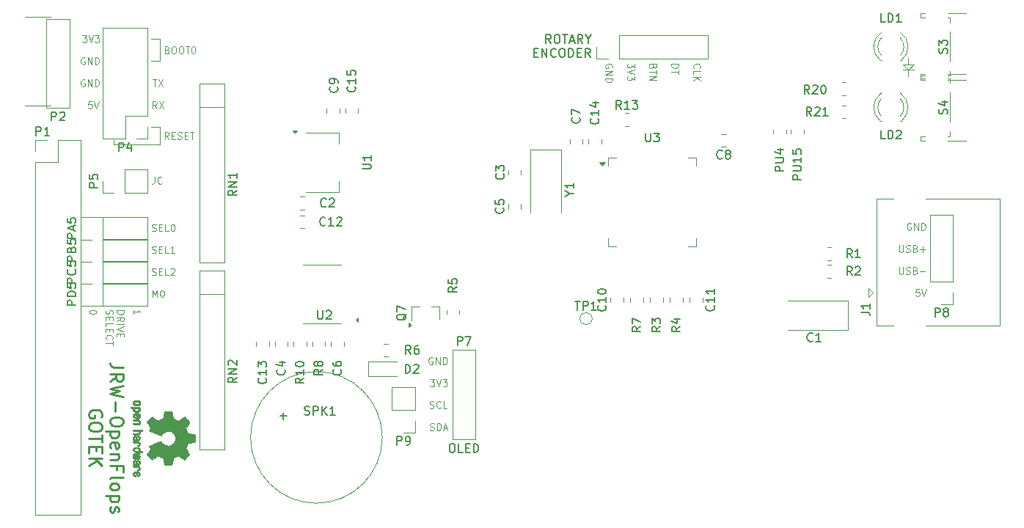
<source format=gbr>
G04 #@! TF.GenerationSoftware,KiCad,Pcbnew,9.0.2*
G04 #@! TF.CreationDate,2025-05-24T11:24:19-04:00*
G04 #@! TF.ProjectId,OpenFlops,4f70656e-466c-46f7-9073-2e6b69636164,1*
G04 #@! TF.SameCoordinates,Original*
G04 #@! TF.FileFunction,Legend,Top*
G04 #@! TF.FilePolarity,Positive*
%FSLAX46Y46*%
G04 Gerber Fmt 4.6, Leading zero omitted, Abs format (unit mm)*
G04 Created by KiCad (PCBNEW 9.0.2) date 2025-05-24 11:24:19*
%MOMM*%
%LPD*%
G01*
G04 APERTURE LIST*
%ADD10C,0.120000*%
%ADD11C,0.150000*%
%ADD12C,0.250000*%
%ADD13C,0.010000*%
G04 APERTURE END LIST*
D10*
X109407000Y-79950000D02*
X109407000Y-90230000D01*
X196596000Y-62357000D02*
X197866000Y-62357000D01*
X110871000Y-69596000D02*
X109855000Y-69596000D01*
X101663500Y-79950000D02*
X109407000Y-79950000D01*
X197866000Y-62357000D02*
X197231000Y-62992000D01*
X110871000Y-61976000D02*
X109855000Y-61976000D01*
X98238000Y-56836000D02*
X95250000Y-56836000D01*
X101667000Y-90230000D02*
X101667000Y-79946500D01*
X197231000Y-62357000D02*
X197231000Y-61595000D01*
X197231000Y-62992000D02*
X197231000Y-63754000D01*
X109407000Y-90230000D02*
X101667000Y-90230000D01*
X109855000Y-59436000D02*
X110871000Y-59436000D01*
X110871000Y-71628000D02*
X110871000Y-69596000D01*
X98238000Y-67116000D02*
X95250000Y-67116000D01*
X197231000Y-62992000D02*
X196596000Y-62357000D01*
X110871000Y-59436000D02*
X110871000Y-61976000D01*
X196596000Y-62992000D02*
X197866000Y-62992000D01*
X105537000Y-71628000D02*
X110871000Y-71628000D01*
X105537000Y-71120000D02*
X105537000Y-71628000D01*
X101879523Y-58999855D02*
X102374761Y-58999855D01*
X102374761Y-58999855D02*
X102108095Y-59304617D01*
X102108095Y-59304617D02*
X102222380Y-59304617D01*
X102222380Y-59304617D02*
X102298571Y-59342712D01*
X102298571Y-59342712D02*
X102336666Y-59380807D01*
X102336666Y-59380807D02*
X102374761Y-59456998D01*
X102374761Y-59456998D02*
X102374761Y-59647474D01*
X102374761Y-59647474D02*
X102336666Y-59723664D01*
X102336666Y-59723664D02*
X102298571Y-59761760D01*
X102298571Y-59761760D02*
X102222380Y-59799855D01*
X102222380Y-59799855D02*
X101993809Y-59799855D01*
X101993809Y-59799855D02*
X101917618Y-59761760D01*
X101917618Y-59761760D02*
X101879523Y-59723664D01*
X102603333Y-58999855D02*
X102870000Y-59799855D01*
X102870000Y-59799855D02*
X103136666Y-58999855D01*
X103327142Y-58999855D02*
X103822380Y-58999855D01*
X103822380Y-58999855D02*
X103555714Y-59304617D01*
X103555714Y-59304617D02*
X103669999Y-59304617D01*
X103669999Y-59304617D02*
X103746190Y-59342712D01*
X103746190Y-59342712D02*
X103784285Y-59380807D01*
X103784285Y-59380807D02*
X103822380Y-59456998D01*
X103822380Y-59456998D02*
X103822380Y-59647474D01*
X103822380Y-59647474D02*
X103784285Y-59723664D01*
X103784285Y-59723664D02*
X103746190Y-59761760D01*
X103746190Y-59761760D02*
X103669999Y-59799855D01*
X103669999Y-59799855D02*
X103441428Y-59799855D01*
X103441428Y-59799855D02*
X103365237Y-59761760D01*
X103365237Y-59761760D02*
X103327142Y-59723664D01*
X102146190Y-61577950D02*
X102070000Y-61539855D01*
X102070000Y-61539855D02*
X101955714Y-61539855D01*
X101955714Y-61539855D02*
X101841428Y-61577950D01*
X101841428Y-61577950D02*
X101765238Y-61654140D01*
X101765238Y-61654140D02*
X101727143Y-61730331D01*
X101727143Y-61730331D02*
X101689047Y-61882712D01*
X101689047Y-61882712D02*
X101689047Y-61996998D01*
X101689047Y-61996998D02*
X101727143Y-62149379D01*
X101727143Y-62149379D02*
X101765238Y-62225569D01*
X101765238Y-62225569D02*
X101841428Y-62301760D01*
X101841428Y-62301760D02*
X101955714Y-62339855D01*
X101955714Y-62339855D02*
X102031905Y-62339855D01*
X102031905Y-62339855D02*
X102146190Y-62301760D01*
X102146190Y-62301760D02*
X102184286Y-62263664D01*
X102184286Y-62263664D02*
X102184286Y-61996998D01*
X102184286Y-61996998D02*
X102031905Y-61996998D01*
X102527143Y-62339855D02*
X102527143Y-61539855D01*
X102527143Y-61539855D02*
X102984286Y-62339855D01*
X102984286Y-62339855D02*
X102984286Y-61539855D01*
X103365238Y-62339855D02*
X103365238Y-61539855D01*
X103365238Y-61539855D02*
X103555714Y-61539855D01*
X103555714Y-61539855D02*
X103670000Y-61577950D01*
X103670000Y-61577950D02*
X103746190Y-61654140D01*
X103746190Y-61654140D02*
X103784285Y-61730331D01*
X103784285Y-61730331D02*
X103822381Y-61882712D01*
X103822381Y-61882712D02*
X103822381Y-61996998D01*
X103822381Y-61996998D02*
X103784285Y-62149379D01*
X103784285Y-62149379D02*
X103746190Y-62225569D01*
X103746190Y-62225569D02*
X103670000Y-62301760D01*
X103670000Y-62301760D02*
X103555714Y-62339855D01*
X103555714Y-62339855D02*
X103365238Y-62339855D01*
X102146190Y-64117950D02*
X102070000Y-64079855D01*
X102070000Y-64079855D02*
X101955714Y-64079855D01*
X101955714Y-64079855D02*
X101841428Y-64117950D01*
X101841428Y-64117950D02*
X101765238Y-64194140D01*
X101765238Y-64194140D02*
X101727143Y-64270331D01*
X101727143Y-64270331D02*
X101689047Y-64422712D01*
X101689047Y-64422712D02*
X101689047Y-64536998D01*
X101689047Y-64536998D02*
X101727143Y-64689379D01*
X101727143Y-64689379D02*
X101765238Y-64765569D01*
X101765238Y-64765569D02*
X101841428Y-64841760D01*
X101841428Y-64841760D02*
X101955714Y-64879855D01*
X101955714Y-64879855D02*
X102031905Y-64879855D01*
X102031905Y-64879855D02*
X102146190Y-64841760D01*
X102146190Y-64841760D02*
X102184286Y-64803664D01*
X102184286Y-64803664D02*
X102184286Y-64536998D01*
X102184286Y-64536998D02*
X102031905Y-64536998D01*
X102527143Y-64879855D02*
X102527143Y-64079855D01*
X102527143Y-64079855D02*
X102984286Y-64879855D01*
X102984286Y-64879855D02*
X102984286Y-64079855D01*
X103365238Y-64879855D02*
X103365238Y-64079855D01*
X103365238Y-64079855D02*
X103555714Y-64079855D01*
X103555714Y-64079855D02*
X103670000Y-64117950D01*
X103670000Y-64117950D02*
X103746190Y-64194140D01*
X103746190Y-64194140D02*
X103784285Y-64270331D01*
X103784285Y-64270331D02*
X103822381Y-64422712D01*
X103822381Y-64422712D02*
X103822381Y-64536998D01*
X103822381Y-64536998D02*
X103784285Y-64689379D01*
X103784285Y-64689379D02*
X103746190Y-64765569D01*
X103746190Y-64765569D02*
X103670000Y-64841760D01*
X103670000Y-64841760D02*
X103555714Y-64879855D01*
X103555714Y-64879855D02*
X103365238Y-64879855D01*
X102971571Y-66619855D02*
X102590619Y-66619855D01*
X102590619Y-66619855D02*
X102552523Y-67000807D01*
X102552523Y-67000807D02*
X102590619Y-66962712D01*
X102590619Y-66962712D02*
X102666809Y-66924617D01*
X102666809Y-66924617D02*
X102857285Y-66924617D01*
X102857285Y-66924617D02*
X102933476Y-66962712D01*
X102933476Y-66962712D02*
X102971571Y-67000807D01*
X102971571Y-67000807D02*
X103009666Y-67076998D01*
X103009666Y-67076998D02*
X103009666Y-67267474D01*
X103009666Y-67267474D02*
X102971571Y-67343664D01*
X102971571Y-67343664D02*
X102933476Y-67381760D01*
X102933476Y-67381760D02*
X102857285Y-67419855D01*
X102857285Y-67419855D02*
X102666809Y-67419855D01*
X102666809Y-67419855D02*
X102590619Y-67381760D01*
X102590619Y-67381760D02*
X102552523Y-67343664D01*
X103238238Y-66619855D02*
X103504905Y-67419855D01*
X103504905Y-67419855D02*
X103771571Y-66619855D01*
X103487144Y-90893905D02*
X103487144Y-90970095D01*
X103487144Y-90970095D02*
X103449049Y-91046286D01*
X103449049Y-91046286D02*
X103410954Y-91084381D01*
X103410954Y-91084381D02*
X103334763Y-91122476D01*
X103334763Y-91122476D02*
X103182382Y-91160571D01*
X103182382Y-91160571D02*
X102991906Y-91160571D01*
X102991906Y-91160571D02*
X102839525Y-91122476D01*
X102839525Y-91122476D02*
X102763335Y-91084381D01*
X102763335Y-91084381D02*
X102725240Y-91046286D01*
X102725240Y-91046286D02*
X102687144Y-90970095D01*
X102687144Y-90970095D02*
X102687144Y-90893905D01*
X102687144Y-90893905D02*
X102725240Y-90817714D01*
X102725240Y-90817714D02*
X102763335Y-90779619D01*
X102763335Y-90779619D02*
X102839525Y-90741524D01*
X102839525Y-90741524D02*
X102991906Y-90703428D01*
X102991906Y-90703428D02*
X103182382Y-90703428D01*
X103182382Y-90703428D02*
X103334763Y-90741524D01*
X103334763Y-90741524D02*
X103410954Y-90779619D01*
X103410954Y-90779619D02*
X103449049Y-90817714D01*
X103449049Y-90817714D02*
X103487144Y-90893905D01*
X107767144Y-91160571D02*
X107767144Y-90703428D01*
X107767144Y-90932000D02*
X108567144Y-90932000D01*
X108567144Y-90932000D02*
X108452859Y-90855809D01*
X108452859Y-90855809D02*
X108376668Y-90779619D01*
X108376668Y-90779619D02*
X108338573Y-90703428D01*
X110204285Y-75328855D02*
X110204285Y-75900283D01*
X110204285Y-75900283D02*
X110166190Y-76014569D01*
X110166190Y-76014569D02*
X110089999Y-76090760D01*
X110089999Y-76090760D02*
X109975714Y-76128855D01*
X109975714Y-76128855D02*
X109899523Y-76128855D01*
X111042381Y-76052664D02*
X111004285Y-76090760D01*
X111004285Y-76090760D02*
X110890000Y-76128855D01*
X110890000Y-76128855D02*
X110813809Y-76128855D01*
X110813809Y-76128855D02*
X110699523Y-76090760D01*
X110699523Y-76090760D02*
X110623333Y-76014569D01*
X110623333Y-76014569D02*
X110585238Y-75938379D01*
X110585238Y-75938379D02*
X110547142Y-75785998D01*
X110547142Y-75785998D02*
X110547142Y-75671712D01*
X110547142Y-75671712D02*
X110585238Y-75519331D01*
X110585238Y-75519331D02*
X110623333Y-75443140D01*
X110623333Y-75443140D02*
X110699523Y-75366950D01*
X110699523Y-75366950D02*
X110813809Y-75328855D01*
X110813809Y-75328855D02*
X110890000Y-75328855D01*
X110890000Y-75328855D02*
X111004285Y-75366950D01*
X111004285Y-75366950D02*
X111042381Y-75405045D01*
X109969381Y-89209855D02*
X109969381Y-88409855D01*
X109969381Y-88409855D02*
X110236047Y-88981283D01*
X110236047Y-88981283D02*
X110502714Y-88409855D01*
X110502714Y-88409855D02*
X110502714Y-89209855D01*
X111036048Y-88409855D02*
X111112238Y-88409855D01*
X111112238Y-88409855D02*
X111188429Y-88447950D01*
X111188429Y-88447950D02*
X111226524Y-88486045D01*
X111226524Y-88486045D02*
X111264619Y-88562236D01*
X111264619Y-88562236D02*
X111302714Y-88714617D01*
X111302714Y-88714617D02*
X111302714Y-88905093D01*
X111302714Y-88905093D02*
X111264619Y-89057474D01*
X111264619Y-89057474D02*
X111226524Y-89133664D01*
X111226524Y-89133664D02*
X111188429Y-89171760D01*
X111188429Y-89171760D02*
X111112238Y-89209855D01*
X111112238Y-89209855D02*
X111036048Y-89209855D01*
X111036048Y-89209855D02*
X110959857Y-89171760D01*
X110959857Y-89171760D02*
X110921762Y-89133664D01*
X110921762Y-89133664D02*
X110883667Y-89057474D01*
X110883667Y-89057474D02*
X110845571Y-88905093D01*
X110845571Y-88905093D02*
X110845571Y-88714617D01*
X110845571Y-88714617D02*
X110883667Y-88562236D01*
X110883667Y-88562236D02*
X110921762Y-88486045D01*
X110921762Y-88486045D02*
X110959857Y-88447950D01*
X110959857Y-88447950D02*
X111036048Y-88409855D01*
X172486335Y-62769810D02*
X172448240Y-62731714D01*
X172448240Y-62731714D02*
X172410144Y-62617429D01*
X172410144Y-62617429D02*
X172410144Y-62541238D01*
X172410144Y-62541238D02*
X172448240Y-62426952D01*
X172448240Y-62426952D02*
X172524430Y-62350762D01*
X172524430Y-62350762D02*
X172600620Y-62312667D01*
X172600620Y-62312667D02*
X172753001Y-62274571D01*
X172753001Y-62274571D02*
X172867287Y-62274571D01*
X172867287Y-62274571D02*
X173019668Y-62312667D01*
X173019668Y-62312667D02*
X173095859Y-62350762D01*
X173095859Y-62350762D02*
X173172049Y-62426952D01*
X173172049Y-62426952D02*
X173210144Y-62541238D01*
X173210144Y-62541238D02*
X173210144Y-62617429D01*
X173210144Y-62617429D02*
X173172049Y-62731714D01*
X173172049Y-62731714D02*
X173133954Y-62769810D01*
X172410144Y-63493619D02*
X172410144Y-63112667D01*
X172410144Y-63112667D02*
X173210144Y-63112667D01*
X172410144Y-63760286D02*
X173210144Y-63760286D01*
X172410144Y-64217429D02*
X172867287Y-63874571D01*
X173210144Y-64217429D02*
X172753001Y-63760286D01*
X169870144Y-62312667D02*
X170670144Y-62312667D01*
X170670144Y-62312667D02*
X170670144Y-62503143D01*
X170670144Y-62503143D02*
X170632049Y-62617429D01*
X170632049Y-62617429D02*
X170555859Y-62693619D01*
X170555859Y-62693619D02*
X170479668Y-62731714D01*
X170479668Y-62731714D02*
X170327287Y-62769810D01*
X170327287Y-62769810D02*
X170213001Y-62769810D01*
X170213001Y-62769810D02*
X170060620Y-62731714D01*
X170060620Y-62731714D02*
X169984430Y-62693619D01*
X169984430Y-62693619D02*
X169908240Y-62617429D01*
X169908240Y-62617429D02*
X169870144Y-62503143D01*
X169870144Y-62503143D02*
X169870144Y-62312667D01*
X170670144Y-62998381D02*
X170670144Y-63455524D01*
X169870144Y-63226952D02*
X170670144Y-63226952D01*
X167749192Y-62579333D02*
X167711097Y-62693619D01*
X167711097Y-62693619D02*
X167673001Y-62731714D01*
X167673001Y-62731714D02*
X167596811Y-62769810D01*
X167596811Y-62769810D02*
X167482525Y-62769810D01*
X167482525Y-62769810D02*
X167406335Y-62731714D01*
X167406335Y-62731714D02*
X167368240Y-62693619D01*
X167368240Y-62693619D02*
X167330144Y-62617429D01*
X167330144Y-62617429D02*
X167330144Y-62312667D01*
X167330144Y-62312667D02*
X168130144Y-62312667D01*
X168130144Y-62312667D02*
X168130144Y-62579333D01*
X168130144Y-62579333D02*
X168092049Y-62655524D01*
X168092049Y-62655524D02*
X168053954Y-62693619D01*
X168053954Y-62693619D02*
X167977763Y-62731714D01*
X167977763Y-62731714D02*
X167901573Y-62731714D01*
X167901573Y-62731714D02*
X167825382Y-62693619D01*
X167825382Y-62693619D02*
X167787287Y-62655524D01*
X167787287Y-62655524D02*
X167749192Y-62579333D01*
X167749192Y-62579333D02*
X167749192Y-62312667D01*
X168130144Y-62998381D02*
X168130144Y-63455524D01*
X167330144Y-63226952D02*
X168130144Y-63226952D01*
X167330144Y-63722191D02*
X168130144Y-63722191D01*
X168130144Y-63722191D02*
X167330144Y-64179334D01*
X167330144Y-64179334D02*
X168130144Y-64179334D01*
X165590144Y-62236476D02*
X165590144Y-62731714D01*
X165590144Y-62731714D02*
X165285382Y-62465048D01*
X165285382Y-62465048D02*
X165285382Y-62579333D01*
X165285382Y-62579333D02*
X165247287Y-62655524D01*
X165247287Y-62655524D02*
X165209192Y-62693619D01*
X165209192Y-62693619D02*
X165133001Y-62731714D01*
X165133001Y-62731714D02*
X164942525Y-62731714D01*
X164942525Y-62731714D02*
X164866335Y-62693619D01*
X164866335Y-62693619D02*
X164828240Y-62655524D01*
X164828240Y-62655524D02*
X164790144Y-62579333D01*
X164790144Y-62579333D02*
X164790144Y-62350762D01*
X164790144Y-62350762D02*
X164828240Y-62274571D01*
X164828240Y-62274571D02*
X164866335Y-62236476D01*
X165590144Y-62960286D02*
X164790144Y-63226953D01*
X164790144Y-63226953D02*
X165590144Y-63493619D01*
X165590144Y-63684095D02*
X165590144Y-64179333D01*
X165590144Y-64179333D02*
X165285382Y-63912667D01*
X165285382Y-63912667D02*
X165285382Y-64026952D01*
X165285382Y-64026952D02*
X165247287Y-64103143D01*
X165247287Y-64103143D02*
X165209192Y-64141238D01*
X165209192Y-64141238D02*
X165133001Y-64179333D01*
X165133001Y-64179333D02*
X164942525Y-64179333D01*
X164942525Y-64179333D02*
X164866335Y-64141238D01*
X164866335Y-64141238D02*
X164828240Y-64103143D01*
X164828240Y-64103143D02*
X164790144Y-64026952D01*
X164790144Y-64026952D02*
X164790144Y-63798381D01*
X164790144Y-63798381D02*
X164828240Y-63722190D01*
X164828240Y-63722190D02*
X164866335Y-63684095D01*
X163012049Y-62731714D02*
X163050144Y-62655524D01*
X163050144Y-62655524D02*
X163050144Y-62541238D01*
X163050144Y-62541238D02*
X163012049Y-62426952D01*
X163012049Y-62426952D02*
X162935859Y-62350762D01*
X162935859Y-62350762D02*
X162859668Y-62312667D01*
X162859668Y-62312667D02*
X162707287Y-62274571D01*
X162707287Y-62274571D02*
X162593001Y-62274571D01*
X162593001Y-62274571D02*
X162440620Y-62312667D01*
X162440620Y-62312667D02*
X162364430Y-62350762D01*
X162364430Y-62350762D02*
X162288240Y-62426952D01*
X162288240Y-62426952D02*
X162250144Y-62541238D01*
X162250144Y-62541238D02*
X162250144Y-62617429D01*
X162250144Y-62617429D02*
X162288240Y-62731714D01*
X162288240Y-62731714D02*
X162326335Y-62769810D01*
X162326335Y-62769810D02*
X162593001Y-62769810D01*
X162593001Y-62769810D02*
X162593001Y-62617429D01*
X162250144Y-63112667D02*
X163050144Y-63112667D01*
X163050144Y-63112667D02*
X162250144Y-63569810D01*
X162250144Y-63569810D02*
X163050144Y-63569810D01*
X162250144Y-63950762D02*
X163050144Y-63950762D01*
X163050144Y-63950762D02*
X163050144Y-64141238D01*
X163050144Y-64141238D02*
X163012049Y-64255524D01*
X163012049Y-64255524D02*
X162935859Y-64331714D01*
X162935859Y-64331714D02*
X162859668Y-64369809D01*
X162859668Y-64369809D02*
X162707287Y-64407905D01*
X162707287Y-64407905D02*
X162593001Y-64407905D01*
X162593001Y-64407905D02*
X162440620Y-64369809D01*
X162440620Y-64369809D02*
X162364430Y-64331714D01*
X162364430Y-64331714D02*
X162288240Y-64255524D01*
X162288240Y-64255524D02*
X162250144Y-64141238D01*
X162250144Y-64141238D02*
X162250144Y-63950762D01*
X142297238Y-96194950D02*
X142221048Y-96156855D01*
X142221048Y-96156855D02*
X142106762Y-96156855D01*
X142106762Y-96156855D02*
X141992476Y-96194950D01*
X141992476Y-96194950D02*
X141916286Y-96271140D01*
X141916286Y-96271140D02*
X141878191Y-96347331D01*
X141878191Y-96347331D02*
X141840095Y-96499712D01*
X141840095Y-96499712D02*
X141840095Y-96613998D01*
X141840095Y-96613998D02*
X141878191Y-96766379D01*
X141878191Y-96766379D02*
X141916286Y-96842569D01*
X141916286Y-96842569D02*
X141992476Y-96918760D01*
X141992476Y-96918760D02*
X142106762Y-96956855D01*
X142106762Y-96956855D02*
X142182953Y-96956855D01*
X142182953Y-96956855D02*
X142297238Y-96918760D01*
X142297238Y-96918760D02*
X142335334Y-96880664D01*
X142335334Y-96880664D02*
X142335334Y-96613998D01*
X142335334Y-96613998D02*
X142182953Y-96613998D01*
X142678191Y-96956855D02*
X142678191Y-96156855D01*
X142678191Y-96156855D02*
X143135334Y-96956855D01*
X143135334Y-96956855D02*
X143135334Y-96156855D01*
X143516286Y-96956855D02*
X143516286Y-96156855D01*
X143516286Y-96156855D02*
X143706762Y-96156855D01*
X143706762Y-96156855D02*
X143821048Y-96194950D01*
X143821048Y-96194950D02*
X143897238Y-96271140D01*
X143897238Y-96271140D02*
X143935333Y-96347331D01*
X143935333Y-96347331D02*
X143973429Y-96499712D01*
X143973429Y-96499712D02*
X143973429Y-96613998D01*
X143973429Y-96613998D02*
X143935333Y-96766379D01*
X143935333Y-96766379D02*
X143897238Y-96842569D01*
X143897238Y-96842569D02*
X143821048Y-96918760D01*
X143821048Y-96918760D02*
X143706762Y-96956855D01*
X143706762Y-96956855D02*
X143516286Y-96956855D01*
X142030571Y-98696855D02*
X142525809Y-98696855D01*
X142525809Y-98696855D02*
X142259143Y-99001617D01*
X142259143Y-99001617D02*
X142373428Y-99001617D01*
X142373428Y-99001617D02*
X142449619Y-99039712D01*
X142449619Y-99039712D02*
X142487714Y-99077807D01*
X142487714Y-99077807D02*
X142525809Y-99153998D01*
X142525809Y-99153998D02*
X142525809Y-99344474D01*
X142525809Y-99344474D02*
X142487714Y-99420664D01*
X142487714Y-99420664D02*
X142449619Y-99458760D01*
X142449619Y-99458760D02*
X142373428Y-99496855D01*
X142373428Y-99496855D02*
X142144857Y-99496855D01*
X142144857Y-99496855D02*
X142068666Y-99458760D01*
X142068666Y-99458760D02*
X142030571Y-99420664D01*
X142754381Y-98696855D02*
X143021048Y-99496855D01*
X143021048Y-99496855D02*
X143287714Y-98696855D01*
X143478190Y-98696855D02*
X143973428Y-98696855D01*
X143973428Y-98696855D02*
X143706762Y-99001617D01*
X143706762Y-99001617D02*
X143821047Y-99001617D01*
X143821047Y-99001617D02*
X143897238Y-99039712D01*
X143897238Y-99039712D02*
X143935333Y-99077807D01*
X143935333Y-99077807D02*
X143973428Y-99153998D01*
X143973428Y-99153998D02*
X143973428Y-99344474D01*
X143973428Y-99344474D02*
X143935333Y-99420664D01*
X143935333Y-99420664D02*
X143897238Y-99458760D01*
X143897238Y-99458760D02*
X143821047Y-99496855D01*
X143821047Y-99496855D02*
X143592476Y-99496855D01*
X143592476Y-99496855D02*
X143516285Y-99458760D01*
X143516285Y-99458760D02*
X143478190Y-99420664D01*
X141992475Y-101998760D02*
X142106761Y-102036855D01*
X142106761Y-102036855D02*
X142297237Y-102036855D01*
X142297237Y-102036855D02*
X142373428Y-101998760D01*
X142373428Y-101998760D02*
X142411523Y-101960664D01*
X142411523Y-101960664D02*
X142449618Y-101884474D01*
X142449618Y-101884474D02*
X142449618Y-101808283D01*
X142449618Y-101808283D02*
X142411523Y-101732093D01*
X142411523Y-101732093D02*
X142373428Y-101693998D01*
X142373428Y-101693998D02*
X142297237Y-101655902D01*
X142297237Y-101655902D02*
X142144856Y-101617807D01*
X142144856Y-101617807D02*
X142068666Y-101579712D01*
X142068666Y-101579712D02*
X142030571Y-101541617D01*
X142030571Y-101541617D02*
X141992475Y-101465426D01*
X141992475Y-101465426D02*
X141992475Y-101389236D01*
X141992475Y-101389236D02*
X142030571Y-101313045D01*
X142030571Y-101313045D02*
X142068666Y-101274950D01*
X142068666Y-101274950D02*
X142144856Y-101236855D01*
X142144856Y-101236855D02*
X142335333Y-101236855D01*
X142335333Y-101236855D02*
X142449618Y-101274950D01*
X143249619Y-101960664D02*
X143211523Y-101998760D01*
X143211523Y-101998760D02*
X143097238Y-102036855D01*
X143097238Y-102036855D02*
X143021047Y-102036855D01*
X143021047Y-102036855D02*
X142906761Y-101998760D01*
X142906761Y-101998760D02*
X142830571Y-101922569D01*
X142830571Y-101922569D02*
X142792476Y-101846379D01*
X142792476Y-101846379D02*
X142754380Y-101693998D01*
X142754380Y-101693998D02*
X142754380Y-101579712D01*
X142754380Y-101579712D02*
X142792476Y-101427331D01*
X142792476Y-101427331D02*
X142830571Y-101351140D01*
X142830571Y-101351140D02*
X142906761Y-101274950D01*
X142906761Y-101274950D02*
X143021047Y-101236855D01*
X143021047Y-101236855D02*
X143097238Y-101236855D01*
X143097238Y-101236855D02*
X143211523Y-101274950D01*
X143211523Y-101274950D02*
X143249619Y-101313045D01*
X143973428Y-102036855D02*
X143592476Y-102036855D01*
X143592476Y-102036855D02*
X143592476Y-101236855D01*
X142030571Y-104538760D02*
X142144857Y-104576855D01*
X142144857Y-104576855D02*
X142335333Y-104576855D01*
X142335333Y-104576855D02*
X142411524Y-104538760D01*
X142411524Y-104538760D02*
X142449619Y-104500664D01*
X142449619Y-104500664D02*
X142487714Y-104424474D01*
X142487714Y-104424474D02*
X142487714Y-104348283D01*
X142487714Y-104348283D02*
X142449619Y-104272093D01*
X142449619Y-104272093D02*
X142411524Y-104233998D01*
X142411524Y-104233998D02*
X142335333Y-104195902D01*
X142335333Y-104195902D02*
X142182952Y-104157807D01*
X142182952Y-104157807D02*
X142106762Y-104119712D01*
X142106762Y-104119712D02*
X142068667Y-104081617D01*
X142068667Y-104081617D02*
X142030571Y-104005426D01*
X142030571Y-104005426D02*
X142030571Y-103929236D01*
X142030571Y-103929236D02*
X142068667Y-103853045D01*
X142068667Y-103853045D02*
X142106762Y-103814950D01*
X142106762Y-103814950D02*
X142182952Y-103776855D01*
X142182952Y-103776855D02*
X142373429Y-103776855D01*
X142373429Y-103776855D02*
X142487714Y-103814950D01*
X142830572Y-104576855D02*
X142830572Y-103776855D01*
X142830572Y-103776855D02*
X143021048Y-103776855D01*
X143021048Y-103776855D02*
X143135334Y-103814950D01*
X143135334Y-103814950D02*
X143211524Y-103891140D01*
X143211524Y-103891140D02*
X143249619Y-103967331D01*
X143249619Y-103967331D02*
X143287715Y-104119712D01*
X143287715Y-104119712D02*
X143287715Y-104233998D01*
X143287715Y-104233998D02*
X143249619Y-104386379D01*
X143249619Y-104386379D02*
X143211524Y-104462569D01*
X143211524Y-104462569D02*
X143135334Y-104538760D01*
X143135334Y-104538760D02*
X143021048Y-104576855D01*
X143021048Y-104576855D02*
X142830572Y-104576855D01*
X143592476Y-104348283D02*
X143973429Y-104348283D01*
X143516286Y-104576855D02*
X143782953Y-103776855D01*
X143782953Y-103776855D02*
X144049619Y-104576855D01*
D11*
X144470619Y-106134819D02*
X144661095Y-106134819D01*
X144661095Y-106134819D02*
X144756333Y-106182438D01*
X144756333Y-106182438D02*
X144851571Y-106277676D01*
X144851571Y-106277676D02*
X144899190Y-106468152D01*
X144899190Y-106468152D02*
X144899190Y-106801485D01*
X144899190Y-106801485D02*
X144851571Y-106991961D01*
X144851571Y-106991961D02*
X144756333Y-107087200D01*
X144756333Y-107087200D02*
X144661095Y-107134819D01*
X144661095Y-107134819D02*
X144470619Y-107134819D01*
X144470619Y-107134819D02*
X144375381Y-107087200D01*
X144375381Y-107087200D02*
X144280143Y-106991961D01*
X144280143Y-106991961D02*
X144232524Y-106801485D01*
X144232524Y-106801485D02*
X144232524Y-106468152D01*
X144232524Y-106468152D02*
X144280143Y-106277676D01*
X144280143Y-106277676D02*
X144375381Y-106182438D01*
X144375381Y-106182438D02*
X144470619Y-106134819D01*
X145803952Y-107134819D02*
X145327762Y-107134819D01*
X145327762Y-107134819D02*
X145327762Y-106134819D01*
X146137286Y-106611009D02*
X146470619Y-106611009D01*
X146613476Y-107134819D02*
X146137286Y-107134819D01*
X146137286Y-107134819D02*
X146137286Y-106134819D01*
X146137286Y-106134819D02*
X146613476Y-106134819D01*
X147042048Y-107134819D02*
X147042048Y-106134819D01*
X147042048Y-106134819D02*
X147280143Y-106134819D01*
X147280143Y-106134819D02*
X147423000Y-106182438D01*
X147423000Y-106182438D02*
X147518238Y-106277676D01*
X147518238Y-106277676D02*
X147565857Y-106372914D01*
X147565857Y-106372914D02*
X147613476Y-106563390D01*
X147613476Y-106563390D02*
X147613476Y-106706247D01*
X147613476Y-106706247D02*
X147565857Y-106896723D01*
X147565857Y-106896723D02*
X147518238Y-106991961D01*
X147518238Y-106991961D02*
X147423000Y-107087200D01*
X147423000Y-107087200D02*
X147280143Y-107134819D01*
X147280143Y-107134819D02*
X147042048Y-107134819D01*
D10*
X198475619Y-88282855D02*
X198094667Y-88282855D01*
X198094667Y-88282855D02*
X198056571Y-88663807D01*
X198056571Y-88663807D02*
X198094667Y-88625712D01*
X198094667Y-88625712D02*
X198170857Y-88587617D01*
X198170857Y-88587617D02*
X198361333Y-88587617D01*
X198361333Y-88587617D02*
X198437524Y-88625712D01*
X198437524Y-88625712D02*
X198475619Y-88663807D01*
X198475619Y-88663807D02*
X198513714Y-88739998D01*
X198513714Y-88739998D02*
X198513714Y-88930474D01*
X198513714Y-88930474D02*
X198475619Y-89006664D01*
X198475619Y-89006664D02*
X198437524Y-89044760D01*
X198437524Y-89044760D02*
X198361333Y-89082855D01*
X198361333Y-89082855D02*
X198170857Y-89082855D01*
X198170857Y-89082855D02*
X198094667Y-89044760D01*
X198094667Y-89044760D02*
X198056571Y-89006664D01*
X198742286Y-88282855D02*
X199008953Y-89082855D01*
X199008953Y-89082855D02*
X199275619Y-88282855D01*
X196151810Y-85742855D02*
X196151810Y-86390474D01*
X196151810Y-86390474D02*
X196189905Y-86466664D01*
X196189905Y-86466664D02*
X196228000Y-86504760D01*
X196228000Y-86504760D02*
X196304191Y-86542855D01*
X196304191Y-86542855D02*
X196456572Y-86542855D01*
X196456572Y-86542855D02*
X196532762Y-86504760D01*
X196532762Y-86504760D02*
X196570857Y-86466664D01*
X196570857Y-86466664D02*
X196608953Y-86390474D01*
X196608953Y-86390474D02*
X196608953Y-85742855D01*
X196951809Y-86504760D02*
X197066095Y-86542855D01*
X197066095Y-86542855D02*
X197256571Y-86542855D01*
X197256571Y-86542855D02*
X197332762Y-86504760D01*
X197332762Y-86504760D02*
X197370857Y-86466664D01*
X197370857Y-86466664D02*
X197408952Y-86390474D01*
X197408952Y-86390474D02*
X197408952Y-86314283D01*
X197408952Y-86314283D02*
X197370857Y-86238093D01*
X197370857Y-86238093D02*
X197332762Y-86199998D01*
X197332762Y-86199998D02*
X197256571Y-86161902D01*
X197256571Y-86161902D02*
X197104190Y-86123807D01*
X197104190Y-86123807D02*
X197028000Y-86085712D01*
X197028000Y-86085712D02*
X196989905Y-86047617D01*
X196989905Y-86047617D02*
X196951809Y-85971426D01*
X196951809Y-85971426D02*
X196951809Y-85895236D01*
X196951809Y-85895236D02*
X196989905Y-85819045D01*
X196989905Y-85819045D02*
X197028000Y-85780950D01*
X197028000Y-85780950D02*
X197104190Y-85742855D01*
X197104190Y-85742855D02*
X197294667Y-85742855D01*
X197294667Y-85742855D02*
X197408952Y-85780950D01*
X198018476Y-86123807D02*
X198132762Y-86161902D01*
X198132762Y-86161902D02*
X198170857Y-86199998D01*
X198170857Y-86199998D02*
X198208953Y-86276188D01*
X198208953Y-86276188D02*
X198208953Y-86390474D01*
X198208953Y-86390474D02*
X198170857Y-86466664D01*
X198170857Y-86466664D02*
X198132762Y-86504760D01*
X198132762Y-86504760D02*
X198056572Y-86542855D01*
X198056572Y-86542855D02*
X197751810Y-86542855D01*
X197751810Y-86542855D02*
X197751810Y-85742855D01*
X197751810Y-85742855D02*
X198018476Y-85742855D01*
X198018476Y-85742855D02*
X198094667Y-85780950D01*
X198094667Y-85780950D02*
X198132762Y-85819045D01*
X198132762Y-85819045D02*
X198170857Y-85895236D01*
X198170857Y-85895236D02*
X198170857Y-85971426D01*
X198170857Y-85971426D02*
X198132762Y-86047617D01*
X198132762Y-86047617D02*
X198094667Y-86085712D01*
X198094667Y-86085712D02*
X198018476Y-86123807D01*
X198018476Y-86123807D02*
X197751810Y-86123807D01*
X198551810Y-86238093D02*
X199161334Y-86238093D01*
X196151810Y-83202855D02*
X196151810Y-83850474D01*
X196151810Y-83850474D02*
X196189905Y-83926664D01*
X196189905Y-83926664D02*
X196228000Y-83964760D01*
X196228000Y-83964760D02*
X196304191Y-84002855D01*
X196304191Y-84002855D02*
X196456572Y-84002855D01*
X196456572Y-84002855D02*
X196532762Y-83964760D01*
X196532762Y-83964760D02*
X196570857Y-83926664D01*
X196570857Y-83926664D02*
X196608953Y-83850474D01*
X196608953Y-83850474D02*
X196608953Y-83202855D01*
X196951809Y-83964760D02*
X197066095Y-84002855D01*
X197066095Y-84002855D02*
X197256571Y-84002855D01*
X197256571Y-84002855D02*
X197332762Y-83964760D01*
X197332762Y-83964760D02*
X197370857Y-83926664D01*
X197370857Y-83926664D02*
X197408952Y-83850474D01*
X197408952Y-83850474D02*
X197408952Y-83774283D01*
X197408952Y-83774283D02*
X197370857Y-83698093D01*
X197370857Y-83698093D02*
X197332762Y-83659998D01*
X197332762Y-83659998D02*
X197256571Y-83621902D01*
X197256571Y-83621902D02*
X197104190Y-83583807D01*
X197104190Y-83583807D02*
X197028000Y-83545712D01*
X197028000Y-83545712D02*
X196989905Y-83507617D01*
X196989905Y-83507617D02*
X196951809Y-83431426D01*
X196951809Y-83431426D02*
X196951809Y-83355236D01*
X196951809Y-83355236D02*
X196989905Y-83279045D01*
X196989905Y-83279045D02*
X197028000Y-83240950D01*
X197028000Y-83240950D02*
X197104190Y-83202855D01*
X197104190Y-83202855D02*
X197294667Y-83202855D01*
X197294667Y-83202855D02*
X197408952Y-83240950D01*
X198018476Y-83583807D02*
X198132762Y-83621902D01*
X198132762Y-83621902D02*
X198170857Y-83659998D01*
X198170857Y-83659998D02*
X198208953Y-83736188D01*
X198208953Y-83736188D02*
X198208953Y-83850474D01*
X198208953Y-83850474D02*
X198170857Y-83926664D01*
X198170857Y-83926664D02*
X198132762Y-83964760D01*
X198132762Y-83964760D02*
X198056572Y-84002855D01*
X198056572Y-84002855D02*
X197751810Y-84002855D01*
X197751810Y-84002855D02*
X197751810Y-83202855D01*
X197751810Y-83202855D02*
X198018476Y-83202855D01*
X198018476Y-83202855D02*
X198094667Y-83240950D01*
X198094667Y-83240950D02*
X198132762Y-83279045D01*
X198132762Y-83279045D02*
X198170857Y-83355236D01*
X198170857Y-83355236D02*
X198170857Y-83431426D01*
X198170857Y-83431426D02*
X198132762Y-83507617D01*
X198132762Y-83507617D02*
X198094667Y-83545712D01*
X198094667Y-83545712D02*
X198018476Y-83583807D01*
X198018476Y-83583807D02*
X197751810Y-83583807D01*
X198551810Y-83698093D02*
X199161334Y-83698093D01*
X198856572Y-84002855D02*
X198856572Y-83393331D01*
X197523238Y-80700950D02*
X197447048Y-80662855D01*
X197447048Y-80662855D02*
X197332762Y-80662855D01*
X197332762Y-80662855D02*
X197218476Y-80700950D01*
X197218476Y-80700950D02*
X197142286Y-80777140D01*
X197142286Y-80777140D02*
X197104191Y-80853331D01*
X197104191Y-80853331D02*
X197066095Y-81005712D01*
X197066095Y-81005712D02*
X197066095Y-81119998D01*
X197066095Y-81119998D02*
X197104191Y-81272379D01*
X197104191Y-81272379D02*
X197142286Y-81348569D01*
X197142286Y-81348569D02*
X197218476Y-81424760D01*
X197218476Y-81424760D02*
X197332762Y-81462855D01*
X197332762Y-81462855D02*
X197408953Y-81462855D01*
X197408953Y-81462855D02*
X197523238Y-81424760D01*
X197523238Y-81424760D02*
X197561334Y-81386664D01*
X197561334Y-81386664D02*
X197561334Y-81119998D01*
X197561334Y-81119998D02*
X197408953Y-81119998D01*
X197904191Y-81462855D02*
X197904191Y-80662855D01*
X197904191Y-80662855D02*
X198361334Y-81462855D01*
X198361334Y-81462855D02*
X198361334Y-80662855D01*
X198742286Y-81462855D02*
X198742286Y-80662855D01*
X198742286Y-80662855D02*
X198932762Y-80662855D01*
X198932762Y-80662855D02*
X199047048Y-80700950D01*
X199047048Y-80700950D02*
X199123238Y-80777140D01*
X199123238Y-80777140D02*
X199161333Y-80853331D01*
X199161333Y-80853331D02*
X199199429Y-81005712D01*
X199199429Y-81005712D02*
X199199429Y-81119998D01*
X199199429Y-81119998D02*
X199161333Y-81272379D01*
X199161333Y-81272379D02*
X199123238Y-81348569D01*
X199123238Y-81348569D02*
X199047048Y-81424760D01*
X199047048Y-81424760D02*
X198932762Y-81462855D01*
X198932762Y-81462855D02*
X198742286Y-81462855D01*
X109931285Y-86631760D02*
X110045571Y-86669855D01*
X110045571Y-86669855D02*
X110236047Y-86669855D01*
X110236047Y-86669855D02*
X110312238Y-86631760D01*
X110312238Y-86631760D02*
X110350333Y-86593664D01*
X110350333Y-86593664D02*
X110388428Y-86517474D01*
X110388428Y-86517474D02*
X110388428Y-86441283D01*
X110388428Y-86441283D02*
X110350333Y-86365093D01*
X110350333Y-86365093D02*
X110312238Y-86326998D01*
X110312238Y-86326998D02*
X110236047Y-86288902D01*
X110236047Y-86288902D02*
X110083666Y-86250807D01*
X110083666Y-86250807D02*
X110007476Y-86212712D01*
X110007476Y-86212712D02*
X109969381Y-86174617D01*
X109969381Y-86174617D02*
X109931285Y-86098426D01*
X109931285Y-86098426D02*
X109931285Y-86022236D01*
X109931285Y-86022236D02*
X109969381Y-85946045D01*
X109969381Y-85946045D02*
X110007476Y-85907950D01*
X110007476Y-85907950D02*
X110083666Y-85869855D01*
X110083666Y-85869855D02*
X110274143Y-85869855D01*
X110274143Y-85869855D02*
X110388428Y-85907950D01*
X110731286Y-86250807D02*
X110997952Y-86250807D01*
X111112238Y-86669855D02*
X110731286Y-86669855D01*
X110731286Y-86669855D02*
X110731286Y-85869855D01*
X110731286Y-85869855D02*
X111112238Y-85869855D01*
X111836048Y-86669855D02*
X111455096Y-86669855D01*
X111455096Y-86669855D02*
X111455096Y-85869855D01*
X112064619Y-85946045D02*
X112102715Y-85907950D01*
X112102715Y-85907950D02*
X112178905Y-85869855D01*
X112178905Y-85869855D02*
X112369381Y-85869855D01*
X112369381Y-85869855D02*
X112445572Y-85907950D01*
X112445572Y-85907950D02*
X112483667Y-85946045D01*
X112483667Y-85946045D02*
X112521762Y-86022236D01*
X112521762Y-86022236D02*
X112521762Y-86098426D01*
X112521762Y-86098426D02*
X112483667Y-86212712D01*
X112483667Y-86212712D02*
X112026524Y-86669855D01*
X112026524Y-86669855D02*
X112521762Y-86669855D01*
X109931285Y-84091760D02*
X110045571Y-84129855D01*
X110045571Y-84129855D02*
X110236047Y-84129855D01*
X110236047Y-84129855D02*
X110312238Y-84091760D01*
X110312238Y-84091760D02*
X110350333Y-84053664D01*
X110350333Y-84053664D02*
X110388428Y-83977474D01*
X110388428Y-83977474D02*
X110388428Y-83901283D01*
X110388428Y-83901283D02*
X110350333Y-83825093D01*
X110350333Y-83825093D02*
X110312238Y-83786998D01*
X110312238Y-83786998D02*
X110236047Y-83748902D01*
X110236047Y-83748902D02*
X110083666Y-83710807D01*
X110083666Y-83710807D02*
X110007476Y-83672712D01*
X110007476Y-83672712D02*
X109969381Y-83634617D01*
X109969381Y-83634617D02*
X109931285Y-83558426D01*
X109931285Y-83558426D02*
X109931285Y-83482236D01*
X109931285Y-83482236D02*
X109969381Y-83406045D01*
X109969381Y-83406045D02*
X110007476Y-83367950D01*
X110007476Y-83367950D02*
X110083666Y-83329855D01*
X110083666Y-83329855D02*
X110274143Y-83329855D01*
X110274143Y-83329855D02*
X110388428Y-83367950D01*
X110731286Y-83710807D02*
X110997952Y-83710807D01*
X111112238Y-84129855D02*
X110731286Y-84129855D01*
X110731286Y-84129855D02*
X110731286Y-83329855D01*
X110731286Y-83329855D02*
X111112238Y-83329855D01*
X111836048Y-84129855D02*
X111455096Y-84129855D01*
X111455096Y-84129855D02*
X111455096Y-83329855D01*
X112521762Y-84129855D02*
X112064619Y-84129855D01*
X112293191Y-84129855D02*
X112293191Y-83329855D01*
X112293191Y-83329855D02*
X112217000Y-83444140D01*
X112217000Y-83444140D02*
X112140810Y-83520331D01*
X112140810Y-83520331D02*
X112064619Y-83558426D01*
X109931285Y-81551760D02*
X110045571Y-81589855D01*
X110045571Y-81589855D02*
X110236047Y-81589855D01*
X110236047Y-81589855D02*
X110312238Y-81551760D01*
X110312238Y-81551760D02*
X110350333Y-81513664D01*
X110350333Y-81513664D02*
X110388428Y-81437474D01*
X110388428Y-81437474D02*
X110388428Y-81361283D01*
X110388428Y-81361283D02*
X110350333Y-81285093D01*
X110350333Y-81285093D02*
X110312238Y-81246998D01*
X110312238Y-81246998D02*
X110236047Y-81208902D01*
X110236047Y-81208902D02*
X110083666Y-81170807D01*
X110083666Y-81170807D02*
X110007476Y-81132712D01*
X110007476Y-81132712D02*
X109969381Y-81094617D01*
X109969381Y-81094617D02*
X109931285Y-81018426D01*
X109931285Y-81018426D02*
X109931285Y-80942236D01*
X109931285Y-80942236D02*
X109969381Y-80866045D01*
X109969381Y-80866045D02*
X110007476Y-80827950D01*
X110007476Y-80827950D02*
X110083666Y-80789855D01*
X110083666Y-80789855D02*
X110274143Y-80789855D01*
X110274143Y-80789855D02*
X110388428Y-80827950D01*
X110731286Y-81170807D02*
X110997952Y-81170807D01*
X111112238Y-81589855D02*
X110731286Y-81589855D01*
X110731286Y-81589855D02*
X110731286Y-80789855D01*
X110731286Y-80789855D02*
X111112238Y-80789855D01*
X111836048Y-81589855D02*
X111455096Y-81589855D01*
X111455096Y-81589855D02*
X111455096Y-80789855D01*
X112255096Y-80789855D02*
X112331286Y-80789855D01*
X112331286Y-80789855D02*
X112407477Y-80827950D01*
X112407477Y-80827950D02*
X112445572Y-80866045D01*
X112445572Y-80866045D02*
X112483667Y-80942236D01*
X112483667Y-80942236D02*
X112521762Y-81094617D01*
X112521762Y-81094617D02*
X112521762Y-81285093D01*
X112521762Y-81285093D02*
X112483667Y-81437474D01*
X112483667Y-81437474D02*
X112445572Y-81513664D01*
X112445572Y-81513664D02*
X112407477Y-81551760D01*
X112407477Y-81551760D02*
X112331286Y-81589855D01*
X112331286Y-81589855D02*
X112255096Y-81589855D01*
X112255096Y-81589855D02*
X112178905Y-81551760D01*
X112178905Y-81551760D02*
X112140810Y-81513664D01*
X112140810Y-81513664D02*
X112102715Y-81437474D01*
X112102715Y-81437474D02*
X112064619Y-81285093D01*
X112064619Y-81285093D02*
X112064619Y-81094617D01*
X112064619Y-81094617D02*
X112102715Y-80942236D01*
X112102715Y-80942236D02*
X112140810Y-80866045D01*
X112140810Y-80866045D02*
X112178905Y-80827950D01*
X112178905Y-80827950D02*
X112255096Y-80789855D01*
X105871121Y-90760471D02*
X106671121Y-90760471D01*
X106671121Y-90760471D02*
X106671121Y-90950947D01*
X106671121Y-90950947D02*
X106633026Y-91065233D01*
X106633026Y-91065233D02*
X106556836Y-91141423D01*
X106556836Y-91141423D02*
X106480645Y-91179518D01*
X106480645Y-91179518D02*
X106328264Y-91217614D01*
X106328264Y-91217614D02*
X106213978Y-91217614D01*
X106213978Y-91217614D02*
X106061597Y-91179518D01*
X106061597Y-91179518D02*
X105985407Y-91141423D01*
X105985407Y-91141423D02*
X105909217Y-91065233D01*
X105909217Y-91065233D02*
X105871121Y-90950947D01*
X105871121Y-90950947D02*
X105871121Y-90760471D01*
X105871121Y-92017614D02*
X106252074Y-91750947D01*
X105871121Y-91560471D02*
X106671121Y-91560471D01*
X106671121Y-91560471D02*
X106671121Y-91865233D01*
X106671121Y-91865233D02*
X106633026Y-91941423D01*
X106633026Y-91941423D02*
X106594931Y-91979518D01*
X106594931Y-91979518D02*
X106518740Y-92017614D01*
X106518740Y-92017614D02*
X106404455Y-92017614D01*
X106404455Y-92017614D02*
X106328264Y-91979518D01*
X106328264Y-91979518D02*
X106290169Y-91941423D01*
X106290169Y-91941423D02*
X106252074Y-91865233D01*
X106252074Y-91865233D02*
X106252074Y-91560471D01*
X105871121Y-92360471D02*
X106671121Y-92360471D01*
X106671121Y-92627137D02*
X105871121Y-92893804D01*
X105871121Y-92893804D02*
X106671121Y-93160470D01*
X106290169Y-93427137D02*
X106290169Y-93693803D01*
X105871121Y-93808089D02*
X105871121Y-93427137D01*
X105871121Y-93427137D02*
X106671121Y-93427137D01*
X106671121Y-93427137D02*
X106671121Y-93808089D01*
X104621262Y-90722375D02*
X104583166Y-90836661D01*
X104583166Y-90836661D02*
X104583166Y-91027137D01*
X104583166Y-91027137D02*
X104621262Y-91103328D01*
X104621262Y-91103328D02*
X104659357Y-91141423D01*
X104659357Y-91141423D02*
X104735547Y-91179518D01*
X104735547Y-91179518D02*
X104811738Y-91179518D01*
X104811738Y-91179518D02*
X104887928Y-91141423D01*
X104887928Y-91141423D02*
X104926023Y-91103328D01*
X104926023Y-91103328D02*
X104964119Y-91027137D01*
X104964119Y-91027137D02*
X105002214Y-90874756D01*
X105002214Y-90874756D02*
X105040309Y-90798566D01*
X105040309Y-90798566D02*
X105078404Y-90760471D01*
X105078404Y-90760471D02*
X105154595Y-90722375D01*
X105154595Y-90722375D02*
X105230785Y-90722375D01*
X105230785Y-90722375D02*
X105306976Y-90760471D01*
X105306976Y-90760471D02*
X105345071Y-90798566D01*
X105345071Y-90798566D02*
X105383166Y-90874756D01*
X105383166Y-90874756D02*
X105383166Y-91065233D01*
X105383166Y-91065233D02*
X105345071Y-91179518D01*
X105002214Y-91522376D02*
X105002214Y-91789042D01*
X104583166Y-91903328D02*
X104583166Y-91522376D01*
X104583166Y-91522376D02*
X105383166Y-91522376D01*
X105383166Y-91522376D02*
X105383166Y-91903328D01*
X104583166Y-92627138D02*
X104583166Y-92246186D01*
X104583166Y-92246186D02*
X105383166Y-92246186D01*
X105002214Y-92893805D02*
X105002214Y-93160471D01*
X104583166Y-93274757D02*
X104583166Y-92893805D01*
X104583166Y-92893805D02*
X105383166Y-92893805D01*
X105383166Y-92893805D02*
X105383166Y-93274757D01*
X104659357Y-94074758D02*
X104621262Y-94036662D01*
X104621262Y-94036662D02*
X104583166Y-93922377D01*
X104583166Y-93922377D02*
X104583166Y-93846186D01*
X104583166Y-93846186D02*
X104621262Y-93731900D01*
X104621262Y-93731900D02*
X104697452Y-93655710D01*
X104697452Y-93655710D02*
X104773642Y-93617615D01*
X104773642Y-93617615D02*
X104926023Y-93579519D01*
X104926023Y-93579519D02*
X105040309Y-93579519D01*
X105040309Y-93579519D02*
X105192690Y-93617615D01*
X105192690Y-93617615D02*
X105268881Y-93655710D01*
X105268881Y-93655710D02*
X105345071Y-93731900D01*
X105345071Y-93731900D02*
X105383166Y-93846186D01*
X105383166Y-93846186D02*
X105383166Y-93922377D01*
X105383166Y-93922377D02*
X105345071Y-94036662D01*
X105345071Y-94036662D02*
X105306976Y-94074758D01*
X105383166Y-94303329D02*
X105383166Y-94760472D01*
X104583166Y-94531900D02*
X105383166Y-94531900D01*
X111868095Y-70975855D02*
X111601428Y-70594902D01*
X111410952Y-70975855D02*
X111410952Y-70175855D01*
X111410952Y-70175855D02*
X111715714Y-70175855D01*
X111715714Y-70175855D02*
X111791904Y-70213950D01*
X111791904Y-70213950D02*
X111829999Y-70252045D01*
X111829999Y-70252045D02*
X111868095Y-70328236D01*
X111868095Y-70328236D02*
X111868095Y-70442521D01*
X111868095Y-70442521D02*
X111829999Y-70518712D01*
X111829999Y-70518712D02*
X111791904Y-70556807D01*
X111791904Y-70556807D02*
X111715714Y-70594902D01*
X111715714Y-70594902D02*
X111410952Y-70594902D01*
X112210952Y-70556807D02*
X112477618Y-70556807D01*
X112591904Y-70975855D02*
X112210952Y-70975855D01*
X112210952Y-70975855D02*
X112210952Y-70175855D01*
X112210952Y-70175855D02*
X112591904Y-70175855D01*
X112896666Y-70937760D02*
X113010952Y-70975855D01*
X113010952Y-70975855D02*
X113201428Y-70975855D01*
X113201428Y-70975855D02*
X113277619Y-70937760D01*
X113277619Y-70937760D02*
X113315714Y-70899664D01*
X113315714Y-70899664D02*
X113353809Y-70823474D01*
X113353809Y-70823474D02*
X113353809Y-70747283D01*
X113353809Y-70747283D02*
X113315714Y-70671093D01*
X113315714Y-70671093D02*
X113277619Y-70632998D01*
X113277619Y-70632998D02*
X113201428Y-70594902D01*
X113201428Y-70594902D02*
X113049047Y-70556807D01*
X113049047Y-70556807D02*
X112972857Y-70518712D01*
X112972857Y-70518712D02*
X112934762Y-70480617D01*
X112934762Y-70480617D02*
X112896666Y-70404426D01*
X112896666Y-70404426D02*
X112896666Y-70328236D01*
X112896666Y-70328236D02*
X112934762Y-70252045D01*
X112934762Y-70252045D02*
X112972857Y-70213950D01*
X112972857Y-70213950D02*
X113049047Y-70175855D01*
X113049047Y-70175855D02*
X113239524Y-70175855D01*
X113239524Y-70175855D02*
X113353809Y-70213950D01*
X113696667Y-70556807D02*
X113963333Y-70556807D01*
X114077619Y-70975855D02*
X113696667Y-70975855D01*
X113696667Y-70975855D02*
X113696667Y-70175855D01*
X113696667Y-70175855D02*
X114077619Y-70175855D01*
X114306191Y-70175855D02*
X114763334Y-70175855D01*
X114534762Y-70975855D02*
X114534762Y-70175855D01*
X110452095Y-67419855D02*
X110185428Y-67038902D01*
X109994952Y-67419855D02*
X109994952Y-66619855D01*
X109994952Y-66619855D02*
X110299714Y-66619855D01*
X110299714Y-66619855D02*
X110375904Y-66657950D01*
X110375904Y-66657950D02*
X110413999Y-66696045D01*
X110413999Y-66696045D02*
X110452095Y-66772236D01*
X110452095Y-66772236D02*
X110452095Y-66886521D01*
X110452095Y-66886521D02*
X110413999Y-66962712D01*
X110413999Y-66962712D02*
X110375904Y-67000807D01*
X110375904Y-67000807D02*
X110299714Y-67038902D01*
X110299714Y-67038902D02*
X109994952Y-67038902D01*
X110718761Y-66619855D02*
X111252095Y-67419855D01*
X111252095Y-66619855D02*
X110718761Y-67419855D01*
X109975904Y-64079855D02*
X110433047Y-64079855D01*
X110204475Y-64879855D02*
X110204475Y-64079855D01*
X110623523Y-64079855D02*
X111156857Y-64879855D01*
X111156857Y-64079855D02*
X110623523Y-64879855D01*
D11*
X155969029Y-59907347D02*
X155635696Y-59431156D01*
X155397601Y-59907347D02*
X155397601Y-58907347D01*
X155397601Y-58907347D02*
X155778553Y-58907347D01*
X155778553Y-58907347D02*
X155873791Y-58954966D01*
X155873791Y-58954966D02*
X155921410Y-59002585D01*
X155921410Y-59002585D02*
X155969029Y-59097823D01*
X155969029Y-59097823D02*
X155969029Y-59240680D01*
X155969029Y-59240680D02*
X155921410Y-59335918D01*
X155921410Y-59335918D02*
X155873791Y-59383537D01*
X155873791Y-59383537D02*
X155778553Y-59431156D01*
X155778553Y-59431156D02*
X155397601Y-59431156D01*
X156588077Y-58907347D02*
X156778553Y-58907347D01*
X156778553Y-58907347D02*
X156873791Y-58954966D01*
X156873791Y-58954966D02*
X156969029Y-59050204D01*
X156969029Y-59050204D02*
X157016648Y-59240680D01*
X157016648Y-59240680D02*
X157016648Y-59574013D01*
X157016648Y-59574013D02*
X156969029Y-59764489D01*
X156969029Y-59764489D02*
X156873791Y-59859728D01*
X156873791Y-59859728D02*
X156778553Y-59907347D01*
X156778553Y-59907347D02*
X156588077Y-59907347D01*
X156588077Y-59907347D02*
X156492839Y-59859728D01*
X156492839Y-59859728D02*
X156397601Y-59764489D01*
X156397601Y-59764489D02*
X156349982Y-59574013D01*
X156349982Y-59574013D02*
X156349982Y-59240680D01*
X156349982Y-59240680D02*
X156397601Y-59050204D01*
X156397601Y-59050204D02*
X156492839Y-58954966D01*
X156492839Y-58954966D02*
X156588077Y-58907347D01*
X157302363Y-58907347D02*
X157873791Y-58907347D01*
X157588077Y-59907347D02*
X157588077Y-58907347D01*
X158159506Y-59621632D02*
X158635696Y-59621632D01*
X158064268Y-59907347D02*
X158397601Y-58907347D01*
X158397601Y-58907347D02*
X158730934Y-59907347D01*
X159635696Y-59907347D02*
X159302363Y-59431156D01*
X159064268Y-59907347D02*
X159064268Y-58907347D01*
X159064268Y-58907347D02*
X159445220Y-58907347D01*
X159445220Y-58907347D02*
X159540458Y-58954966D01*
X159540458Y-58954966D02*
X159588077Y-59002585D01*
X159588077Y-59002585D02*
X159635696Y-59097823D01*
X159635696Y-59097823D02*
X159635696Y-59240680D01*
X159635696Y-59240680D02*
X159588077Y-59335918D01*
X159588077Y-59335918D02*
X159540458Y-59383537D01*
X159540458Y-59383537D02*
X159445220Y-59431156D01*
X159445220Y-59431156D02*
X159064268Y-59431156D01*
X160254744Y-59431156D02*
X160254744Y-59907347D01*
X159921411Y-58907347D02*
X160254744Y-59431156D01*
X160254744Y-59431156D02*
X160588077Y-58907347D01*
X154016649Y-60993481D02*
X154349982Y-60993481D01*
X154492839Y-61517291D02*
X154016649Y-61517291D01*
X154016649Y-61517291D02*
X154016649Y-60517291D01*
X154016649Y-60517291D02*
X154492839Y-60517291D01*
X154921411Y-61517291D02*
X154921411Y-60517291D01*
X154921411Y-60517291D02*
X155492839Y-61517291D01*
X155492839Y-61517291D02*
X155492839Y-60517291D01*
X156540458Y-61422052D02*
X156492839Y-61469672D01*
X156492839Y-61469672D02*
X156349982Y-61517291D01*
X156349982Y-61517291D02*
X156254744Y-61517291D01*
X156254744Y-61517291D02*
X156111887Y-61469672D01*
X156111887Y-61469672D02*
X156016649Y-61374433D01*
X156016649Y-61374433D02*
X155969030Y-61279195D01*
X155969030Y-61279195D02*
X155921411Y-61088719D01*
X155921411Y-61088719D02*
X155921411Y-60945862D01*
X155921411Y-60945862D02*
X155969030Y-60755386D01*
X155969030Y-60755386D02*
X156016649Y-60660148D01*
X156016649Y-60660148D02*
X156111887Y-60564910D01*
X156111887Y-60564910D02*
X156254744Y-60517291D01*
X156254744Y-60517291D02*
X156349982Y-60517291D01*
X156349982Y-60517291D02*
X156492839Y-60564910D01*
X156492839Y-60564910D02*
X156540458Y-60612529D01*
X157159506Y-60517291D02*
X157349982Y-60517291D01*
X157349982Y-60517291D02*
X157445220Y-60564910D01*
X157445220Y-60564910D02*
X157540458Y-60660148D01*
X157540458Y-60660148D02*
X157588077Y-60850624D01*
X157588077Y-60850624D02*
X157588077Y-61183957D01*
X157588077Y-61183957D02*
X157540458Y-61374433D01*
X157540458Y-61374433D02*
X157445220Y-61469672D01*
X157445220Y-61469672D02*
X157349982Y-61517291D01*
X157349982Y-61517291D02*
X157159506Y-61517291D01*
X157159506Y-61517291D02*
X157064268Y-61469672D01*
X157064268Y-61469672D02*
X156969030Y-61374433D01*
X156969030Y-61374433D02*
X156921411Y-61183957D01*
X156921411Y-61183957D02*
X156921411Y-60850624D01*
X156921411Y-60850624D02*
X156969030Y-60660148D01*
X156969030Y-60660148D02*
X157064268Y-60564910D01*
X157064268Y-60564910D02*
X157159506Y-60517291D01*
X158016649Y-61517291D02*
X158016649Y-60517291D01*
X158016649Y-60517291D02*
X158254744Y-60517291D01*
X158254744Y-60517291D02*
X158397601Y-60564910D01*
X158397601Y-60564910D02*
X158492839Y-60660148D01*
X158492839Y-60660148D02*
X158540458Y-60755386D01*
X158540458Y-60755386D02*
X158588077Y-60945862D01*
X158588077Y-60945862D02*
X158588077Y-61088719D01*
X158588077Y-61088719D02*
X158540458Y-61279195D01*
X158540458Y-61279195D02*
X158492839Y-61374433D01*
X158492839Y-61374433D02*
X158397601Y-61469672D01*
X158397601Y-61469672D02*
X158254744Y-61517291D01*
X158254744Y-61517291D02*
X158016649Y-61517291D01*
X159016649Y-60993481D02*
X159349982Y-60993481D01*
X159492839Y-61517291D02*
X159016649Y-61517291D01*
X159016649Y-61517291D02*
X159016649Y-60517291D01*
X159016649Y-60517291D02*
X159492839Y-60517291D01*
X160492839Y-61517291D02*
X160159506Y-61041100D01*
X159921411Y-61517291D02*
X159921411Y-60517291D01*
X159921411Y-60517291D02*
X160302363Y-60517291D01*
X160302363Y-60517291D02*
X160397601Y-60564910D01*
X160397601Y-60564910D02*
X160445220Y-60612529D01*
X160445220Y-60612529D02*
X160492839Y-60707767D01*
X160492839Y-60707767D02*
X160492839Y-60850624D01*
X160492839Y-60850624D02*
X160445220Y-60945862D01*
X160445220Y-60945862D02*
X160397601Y-60993481D01*
X160397601Y-60993481D02*
X160302363Y-61041100D01*
X160302363Y-61041100D02*
X159921411Y-61041100D01*
D12*
X106575087Y-97353657D02*
X105503658Y-97353657D01*
X105503658Y-97353657D02*
X105289373Y-97282228D01*
X105289373Y-97282228D02*
X105146516Y-97139371D01*
X105146516Y-97139371D02*
X105075087Y-96925085D01*
X105075087Y-96925085D02*
X105075087Y-96782228D01*
X105075087Y-98925085D02*
X105789373Y-98425085D01*
X105075087Y-98067942D02*
X106575087Y-98067942D01*
X106575087Y-98067942D02*
X106575087Y-98639371D01*
X106575087Y-98639371D02*
X106503658Y-98782228D01*
X106503658Y-98782228D02*
X106432230Y-98853657D01*
X106432230Y-98853657D02*
X106289373Y-98925085D01*
X106289373Y-98925085D02*
X106075087Y-98925085D01*
X106075087Y-98925085D02*
X105932230Y-98853657D01*
X105932230Y-98853657D02*
X105860801Y-98782228D01*
X105860801Y-98782228D02*
X105789373Y-98639371D01*
X105789373Y-98639371D02*
X105789373Y-98067942D01*
X106575087Y-99425085D02*
X105075087Y-99782228D01*
X105075087Y-99782228D02*
X106146516Y-100067942D01*
X106146516Y-100067942D02*
X105075087Y-100353657D01*
X105075087Y-100353657D02*
X106575087Y-100710800D01*
X105646516Y-101282228D02*
X105646516Y-102425086D01*
X106575087Y-103425086D02*
X106575087Y-103710800D01*
X106575087Y-103710800D02*
X106503658Y-103853657D01*
X106503658Y-103853657D02*
X106360801Y-103996514D01*
X106360801Y-103996514D02*
X106075087Y-104067943D01*
X106075087Y-104067943D02*
X105575087Y-104067943D01*
X105575087Y-104067943D02*
X105289373Y-103996514D01*
X105289373Y-103996514D02*
X105146516Y-103853657D01*
X105146516Y-103853657D02*
X105075087Y-103710800D01*
X105075087Y-103710800D02*
X105075087Y-103425086D01*
X105075087Y-103425086D02*
X105146516Y-103282229D01*
X105146516Y-103282229D02*
X105289373Y-103139371D01*
X105289373Y-103139371D02*
X105575087Y-103067943D01*
X105575087Y-103067943D02*
X106075087Y-103067943D01*
X106075087Y-103067943D02*
X106360801Y-103139371D01*
X106360801Y-103139371D02*
X106503658Y-103282229D01*
X106503658Y-103282229D02*
X106575087Y-103425086D01*
X106075087Y-104710800D02*
X104575087Y-104710800D01*
X106003658Y-104710800D02*
X106075087Y-104853658D01*
X106075087Y-104853658D02*
X106075087Y-105139372D01*
X106075087Y-105139372D02*
X106003658Y-105282229D01*
X106003658Y-105282229D02*
X105932230Y-105353658D01*
X105932230Y-105353658D02*
X105789373Y-105425086D01*
X105789373Y-105425086D02*
X105360801Y-105425086D01*
X105360801Y-105425086D02*
X105217944Y-105353658D01*
X105217944Y-105353658D02*
X105146516Y-105282229D01*
X105146516Y-105282229D02*
X105075087Y-105139372D01*
X105075087Y-105139372D02*
X105075087Y-104853658D01*
X105075087Y-104853658D02*
X105146516Y-104710800D01*
X105146516Y-106639372D02*
X105075087Y-106496515D01*
X105075087Y-106496515D02*
X105075087Y-106210801D01*
X105075087Y-106210801D02*
X105146516Y-106067943D01*
X105146516Y-106067943D02*
X105289373Y-105996515D01*
X105289373Y-105996515D02*
X105860801Y-105996515D01*
X105860801Y-105996515D02*
X106003658Y-106067943D01*
X106003658Y-106067943D02*
X106075087Y-106210801D01*
X106075087Y-106210801D02*
X106075087Y-106496515D01*
X106075087Y-106496515D02*
X106003658Y-106639372D01*
X106003658Y-106639372D02*
X105860801Y-106710801D01*
X105860801Y-106710801D02*
X105717944Y-106710801D01*
X105717944Y-106710801D02*
X105575087Y-105996515D01*
X106075087Y-107353657D02*
X105075087Y-107353657D01*
X105932230Y-107353657D02*
X106003658Y-107425086D01*
X106003658Y-107425086D02*
X106075087Y-107567943D01*
X106075087Y-107567943D02*
X106075087Y-107782229D01*
X106075087Y-107782229D02*
X106003658Y-107925086D01*
X106003658Y-107925086D02*
X105860801Y-107996515D01*
X105860801Y-107996515D02*
X105075087Y-107996515D01*
X105860801Y-109210800D02*
X105860801Y-108710800D01*
X105075087Y-108710800D02*
X106575087Y-108710800D01*
X106575087Y-108710800D02*
X106575087Y-109425086D01*
X105075087Y-110210800D02*
X105146516Y-110067943D01*
X105146516Y-110067943D02*
X105289373Y-109996514D01*
X105289373Y-109996514D02*
X106575087Y-109996514D01*
X105075087Y-110996514D02*
X105146516Y-110853657D01*
X105146516Y-110853657D02*
X105217944Y-110782228D01*
X105217944Y-110782228D02*
X105360801Y-110710800D01*
X105360801Y-110710800D02*
X105789373Y-110710800D01*
X105789373Y-110710800D02*
X105932230Y-110782228D01*
X105932230Y-110782228D02*
X106003658Y-110853657D01*
X106003658Y-110853657D02*
X106075087Y-110996514D01*
X106075087Y-110996514D02*
X106075087Y-111210800D01*
X106075087Y-111210800D02*
X106003658Y-111353657D01*
X106003658Y-111353657D02*
X105932230Y-111425086D01*
X105932230Y-111425086D02*
X105789373Y-111496514D01*
X105789373Y-111496514D02*
X105360801Y-111496514D01*
X105360801Y-111496514D02*
X105217944Y-111425086D01*
X105217944Y-111425086D02*
X105146516Y-111353657D01*
X105146516Y-111353657D02*
X105075087Y-111210800D01*
X105075087Y-111210800D02*
X105075087Y-110996514D01*
X106075087Y-112139371D02*
X104575087Y-112139371D01*
X106003658Y-112139371D02*
X106075087Y-112282229D01*
X106075087Y-112282229D02*
X106075087Y-112567943D01*
X106075087Y-112567943D02*
X106003658Y-112710800D01*
X106003658Y-112710800D02*
X105932230Y-112782229D01*
X105932230Y-112782229D02*
X105789373Y-112853657D01*
X105789373Y-112853657D02*
X105360801Y-112853657D01*
X105360801Y-112853657D02*
X105217944Y-112782229D01*
X105217944Y-112782229D02*
X105146516Y-112710800D01*
X105146516Y-112710800D02*
X105075087Y-112567943D01*
X105075087Y-112567943D02*
X105075087Y-112282229D01*
X105075087Y-112282229D02*
X105146516Y-112139371D01*
X105146516Y-113425086D02*
X105075087Y-113567943D01*
X105075087Y-113567943D02*
X105075087Y-113853657D01*
X105075087Y-113853657D02*
X105146516Y-113996514D01*
X105146516Y-113996514D02*
X105289373Y-114067943D01*
X105289373Y-114067943D02*
X105360801Y-114067943D01*
X105360801Y-114067943D02*
X105503658Y-113996514D01*
X105503658Y-113996514D02*
X105575087Y-113853657D01*
X105575087Y-113853657D02*
X105575087Y-113639372D01*
X105575087Y-113639372D02*
X105646516Y-113496514D01*
X105646516Y-113496514D02*
X105789373Y-113425086D01*
X105789373Y-113425086D02*
X105860801Y-113425086D01*
X105860801Y-113425086D02*
X106003658Y-113496514D01*
X106003658Y-113496514D02*
X106075087Y-113639372D01*
X106075087Y-113639372D02*
X106075087Y-113853657D01*
X106075087Y-113853657D02*
X106003658Y-113996514D01*
X104088742Y-103067943D02*
X104160171Y-102925086D01*
X104160171Y-102925086D02*
X104160171Y-102710800D01*
X104160171Y-102710800D02*
X104088742Y-102496514D01*
X104088742Y-102496514D02*
X103945885Y-102353657D01*
X103945885Y-102353657D02*
X103803028Y-102282228D01*
X103803028Y-102282228D02*
X103517314Y-102210800D01*
X103517314Y-102210800D02*
X103303028Y-102210800D01*
X103303028Y-102210800D02*
X103017314Y-102282228D01*
X103017314Y-102282228D02*
X102874457Y-102353657D01*
X102874457Y-102353657D02*
X102731600Y-102496514D01*
X102731600Y-102496514D02*
X102660171Y-102710800D01*
X102660171Y-102710800D02*
X102660171Y-102853657D01*
X102660171Y-102853657D02*
X102731600Y-103067943D01*
X102731600Y-103067943D02*
X102803028Y-103139371D01*
X102803028Y-103139371D02*
X103303028Y-103139371D01*
X103303028Y-103139371D02*
X103303028Y-102853657D01*
X104160171Y-104067943D02*
X104160171Y-104353657D01*
X104160171Y-104353657D02*
X104088742Y-104496514D01*
X104088742Y-104496514D02*
X103945885Y-104639371D01*
X103945885Y-104639371D02*
X103660171Y-104710800D01*
X103660171Y-104710800D02*
X103160171Y-104710800D01*
X103160171Y-104710800D02*
X102874457Y-104639371D01*
X102874457Y-104639371D02*
X102731600Y-104496514D01*
X102731600Y-104496514D02*
X102660171Y-104353657D01*
X102660171Y-104353657D02*
X102660171Y-104067943D01*
X102660171Y-104067943D02*
X102731600Y-103925086D01*
X102731600Y-103925086D02*
X102874457Y-103782228D01*
X102874457Y-103782228D02*
X103160171Y-103710800D01*
X103160171Y-103710800D02*
X103660171Y-103710800D01*
X103660171Y-103710800D02*
X103945885Y-103782228D01*
X103945885Y-103782228D02*
X104088742Y-103925086D01*
X104088742Y-103925086D02*
X104160171Y-104067943D01*
X104160171Y-105139372D02*
X104160171Y-105996515D01*
X102660171Y-105567943D02*
X104160171Y-105567943D01*
X103445885Y-106496514D02*
X103445885Y-106996514D01*
X102660171Y-107210800D02*
X102660171Y-106496514D01*
X102660171Y-106496514D02*
X104160171Y-106496514D01*
X104160171Y-106496514D02*
X104160171Y-107210800D01*
X102660171Y-107853657D02*
X104160171Y-107853657D01*
X102660171Y-108710800D02*
X103517314Y-108067943D01*
X104160171Y-108710800D02*
X103303028Y-107853657D01*
D10*
X111690333Y-60650807D02*
X111804619Y-60688902D01*
X111804619Y-60688902D02*
X111842714Y-60726998D01*
X111842714Y-60726998D02*
X111880810Y-60803188D01*
X111880810Y-60803188D02*
X111880810Y-60917474D01*
X111880810Y-60917474D02*
X111842714Y-60993664D01*
X111842714Y-60993664D02*
X111804619Y-61031760D01*
X111804619Y-61031760D02*
X111728429Y-61069855D01*
X111728429Y-61069855D02*
X111423667Y-61069855D01*
X111423667Y-61069855D02*
X111423667Y-60269855D01*
X111423667Y-60269855D02*
X111690333Y-60269855D01*
X111690333Y-60269855D02*
X111766524Y-60307950D01*
X111766524Y-60307950D02*
X111804619Y-60346045D01*
X111804619Y-60346045D02*
X111842714Y-60422236D01*
X111842714Y-60422236D02*
X111842714Y-60498426D01*
X111842714Y-60498426D02*
X111804619Y-60574617D01*
X111804619Y-60574617D02*
X111766524Y-60612712D01*
X111766524Y-60612712D02*
X111690333Y-60650807D01*
X111690333Y-60650807D02*
X111423667Y-60650807D01*
X112376048Y-60269855D02*
X112528429Y-60269855D01*
X112528429Y-60269855D02*
X112604619Y-60307950D01*
X112604619Y-60307950D02*
X112680810Y-60384140D01*
X112680810Y-60384140D02*
X112718905Y-60536521D01*
X112718905Y-60536521D02*
X112718905Y-60803188D01*
X112718905Y-60803188D02*
X112680810Y-60955569D01*
X112680810Y-60955569D02*
X112604619Y-61031760D01*
X112604619Y-61031760D02*
X112528429Y-61069855D01*
X112528429Y-61069855D02*
X112376048Y-61069855D01*
X112376048Y-61069855D02*
X112299857Y-61031760D01*
X112299857Y-61031760D02*
X112223667Y-60955569D01*
X112223667Y-60955569D02*
X112185571Y-60803188D01*
X112185571Y-60803188D02*
X112185571Y-60536521D01*
X112185571Y-60536521D02*
X112223667Y-60384140D01*
X112223667Y-60384140D02*
X112299857Y-60307950D01*
X112299857Y-60307950D02*
X112376048Y-60269855D01*
X113214143Y-60269855D02*
X113366524Y-60269855D01*
X113366524Y-60269855D02*
X113442714Y-60307950D01*
X113442714Y-60307950D02*
X113518905Y-60384140D01*
X113518905Y-60384140D02*
X113557000Y-60536521D01*
X113557000Y-60536521D02*
X113557000Y-60803188D01*
X113557000Y-60803188D02*
X113518905Y-60955569D01*
X113518905Y-60955569D02*
X113442714Y-61031760D01*
X113442714Y-61031760D02*
X113366524Y-61069855D01*
X113366524Y-61069855D02*
X113214143Y-61069855D01*
X113214143Y-61069855D02*
X113137952Y-61031760D01*
X113137952Y-61031760D02*
X113061762Y-60955569D01*
X113061762Y-60955569D02*
X113023666Y-60803188D01*
X113023666Y-60803188D02*
X113023666Y-60536521D01*
X113023666Y-60536521D02*
X113061762Y-60384140D01*
X113061762Y-60384140D02*
X113137952Y-60307950D01*
X113137952Y-60307950D02*
X113214143Y-60269855D01*
X113785571Y-60269855D02*
X114242714Y-60269855D01*
X114014142Y-61069855D02*
X114014142Y-60269855D01*
X114661762Y-60269855D02*
X114737952Y-60269855D01*
X114737952Y-60269855D02*
X114814143Y-60307950D01*
X114814143Y-60307950D02*
X114852238Y-60346045D01*
X114852238Y-60346045D02*
X114890333Y-60422236D01*
X114890333Y-60422236D02*
X114928428Y-60574617D01*
X114928428Y-60574617D02*
X114928428Y-60765093D01*
X114928428Y-60765093D02*
X114890333Y-60917474D01*
X114890333Y-60917474D02*
X114852238Y-60993664D01*
X114852238Y-60993664D02*
X114814143Y-61031760D01*
X114814143Y-61031760D02*
X114737952Y-61069855D01*
X114737952Y-61069855D02*
X114661762Y-61069855D01*
X114661762Y-61069855D02*
X114585571Y-61031760D01*
X114585571Y-61031760D02*
X114547476Y-60993664D01*
X114547476Y-60993664D02*
X114509381Y-60917474D01*
X114509381Y-60917474D02*
X114471285Y-60765093D01*
X114471285Y-60765093D02*
X114471285Y-60574617D01*
X114471285Y-60574617D02*
X114509381Y-60422236D01*
X114509381Y-60422236D02*
X114547476Y-60346045D01*
X114547476Y-60346045D02*
X114585571Y-60307950D01*
X114585571Y-60307950D02*
X114661762Y-60269855D01*
D11*
X194532333Y-57459919D02*
X194056143Y-57459919D01*
X194056143Y-57459919D02*
X194056143Y-56459919D01*
X194865667Y-57459919D02*
X194865667Y-56459919D01*
X194865667Y-56459919D02*
X195103762Y-56459919D01*
X195103762Y-56459919D02*
X195246619Y-56507538D01*
X195246619Y-56507538D02*
X195341857Y-56602776D01*
X195341857Y-56602776D02*
X195389476Y-56698014D01*
X195389476Y-56698014D02*
X195437095Y-56888490D01*
X195437095Y-56888490D02*
X195437095Y-57031347D01*
X195437095Y-57031347D02*
X195389476Y-57221823D01*
X195389476Y-57221823D02*
X195341857Y-57317061D01*
X195341857Y-57317061D02*
X195246619Y-57412300D01*
X195246619Y-57412300D02*
X195103762Y-57459919D01*
X195103762Y-57459919D02*
X194865667Y-57459919D01*
X196389476Y-57459919D02*
X195818048Y-57459919D01*
X196103762Y-57459919D02*
X196103762Y-56459919D01*
X196103762Y-56459919D02*
X196008524Y-56602776D01*
X196008524Y-56602776D02*
X195913286Y-56698014D01*
X195913286Y-56698014D02*
X195818048Y-56745633D01*
X96543905Y-70558819D02*
X96543905Y-69558819D01*
X96543905Y-69558819D02*
X96924857Y-69558819D01*
X96924857Y-69558819D02*
X97020095Y-69606438D01*
X97020095Y-69606438D02*
X97067714Y-69654057D01*
X97067714Y-69654057D02*
X97115333Y-69749295D01*
X97115333Y-69749295D02*
X97115333Y-69892152D01*
X97115333Y-69892152D02*
X97067714Y-69987390D01*
X97067714Y-69987390D02*
X97020095Y-70035009D01*
X97020095Y-70035009D02*
X96924857Y-70082628D01*
X96924857Y-70082628D02*
X96543905Y-70082628D01*
X98067714Y-70558819D02*
X97496286Y-70558819D01*
X97782000Y-70558819D02*
X97782000Y-69558819D01*
X97782000Y-69558819D02*
X97686762Y-69701676D01*
X97686762Y-69701676D02*
X97591524Y-69796914D01*
X97591524Y-69796914D02*
X97496286Y-69844533D01*
X185793142Y-65732819D02*
X185459809Y-65256628D01*
X185221714Y-65732819D02*
X185221714Y-64732819D01*
X185221714Y-64732819D02*
X185602666Y-64732819D01*
X185602666Y-64732819D02*
X185697904Y-64780438D01*
X185697904Y-64780438D02*
X185745523Y-64828057D01*
X185745523Y-64828057D02*
X185793142Y-64923295D01*
X185793142Y-64923295D02*
X185793142Y-65066152D01*
X185793142Y-65066152D02*
X185745523Y-65161390D01*
X185745523Y-65161390D02*
X185697904Y-65209009D01*
X185697904Y-65209009D02*
X185602666Y-65256628D01*
X185602666Y-65256628D02*
X185221714Y-65256628D01*
X186174095Y-64828057D02*
X186221714Y-64780438D01*
X186221714Y-64780438D02*
X186316952Y-64732819D01*
X186316952Y-64732819D02*
X186555047Y-64732819D01*
X186555047Y-64732819D02*
X186650285Y-64780438D01*
X186650285Y-64780438D02*
X186697904Y-64828057D01*
X186697904Y-64828057D02*
X186745523Y-64923295D01*
X186745523Y-64923295D02*
X186745523Y-65018533D01*
X186745523Y-65018533D02*
X186697904Y-65161390D01*
X186697904Y-65161390D02*
X186126476Y-65732819D01*
X186126476Y-65732819D02*
X186745523Y-65732819D01*
X187364571Y-64732819D02*
X187459809Y-64732819D01*
X187459809Y-64732819D02*
X187555047Y-64780438D01*
X187555047Y-64780438D02*
X187602666Y-64828057D01*
X187602666Y-64828057D02*
X187650285Y-64923295D01*
X187650285Y-64923295D02*
X187697904Y-65113771D01*
X187697904Y-65113771D02*
X187697904Y-65351866D01*
X187697904Y-65351866D02*
X187650285Y-65542342D01*
X187650285Y-65542342D02*
X187602666Y-65637580D01*
X187602666Y-65637580D02*
X187555047Y-65685200D01*
X187555047Y-65685200D02*
X187459809Y-65732819D01*
X187459809Y-65732819D02*
X187364571Y-65732819D01*
X187364571Y-65732819D02*
X187269333Y-65685200D01*
X187269333Y-65685200D02*
X187221714Y-65637580D01*
X187221714Y-65637580D02*
X187174095Y-65542342D01*
X187174095Y-65542342D02*
X187126476Y-65351866D01*
X187126476Y-65351866D02*
X187126476Y-65113771D01*
X187126476Y-65113771D02*
X187174095Y-64923295D01*
X187174095Y-64923295D02*
X187221714Y-64828057D01*
X187221714Y-64828057D02*
X187269333Y-64780438D01*
X187269333Y-64780438D02*
X187364571Y-64732819D01*
X201673999Y-61056304D02*
X201721618Y-60913447D01*
X201721618Y-60913447D02*
X201721618Y-60675352D01*
X201721618Y-60675352D02*
X201673999Y-60580114D01*
X201673999Y-60580114D02*
X201626379Y-60532495D01*
X201626379Y-60532495D02*
X201531141Y-60484876D01*
X201531141Y-60484876D02*
X201435903Y-60484876D01*
X201435903Y-60484876D02*
X201340665Y-60532495D01*
X201340665Y-60532495D02*
X201293046Y-60580114D01*
X201293046Y-60580114D02*
X201245427Y-60675352D01*
X201245427Y-60675352D02*
X201197808Y-60865828D01*
X201197808Y-60865828D02*
X201150189Y-60961066D01*
X201150189Y-60961066D02*
X201102570Y-61008685D01*
X201102570Y-61008685D02*
X201007332Y-61056304D01*
X201007332Y-61056304D02*
X200912094Y-61056304D01*
X200912094Y-61056304D02*
X200816856Y-61008685D01*
X200816856Y-61008685D02*
X200769237Y-60961066D01*
X200769237Y-60961066D02*
X200721618Y-60865828D01*
X200721618Y-60865828D02*
X200721618Y-60627733D01*
X200721618Y-60627733D02*
X200769237Y-60484876D01*
X200721618Y-60151542D02*
X200721618Y-59532495D01*
X200721618Y-59532495D02*
X201102570Y-59865828D01*
X201102570Y-59865828D02*
X201102570Y-59722971D01*
X201102570Y-59722971D02*
X201150189Y-59627733D01*
X201150189Y-59627733D02*
X201197808Y-59580114D01*
X201197808Y-59580114D02*
X201293046Y-59532495D01*
X201293046Y-59532495D02*
X201531141Y-59532495D01*
X201531141Y-59532495D02*
X201626379Y-59580114D01*
X201626379Y-59580114D02*
X201673999Y-59627733D01*
X201673999Y-59627733D02*
X201721618Y-59722971D01*
X201721618Y-59722971D02*
X201721618Y-60008685D01*
X201721618Y-60008685D02*
X201673999Y-60103923D01*
X201673999Y-60103923D02*
X201626379Y-60151542D01*
X201673999Y-68066704D02*
X201721618Y-67923847D01*
X201721618Y-67923847D02*
X201721618Y-67685752D01*
X201721618Y-67685752D02*
X201673999Y-67590514D01*
X201673999Y-67590514D02*
X201626379Y-67542895D01*
X201626379Y-67542895D02*
X201531141Y-67495276D01*
X201531141Y-67495276D02*
X201435903Y-67495276D01*
X201435903Y-67495276D02*
X201340665Y-67542895D01*
X201340665Y-67542895D02*
X201293046Y-67590514D01*
X201293046Y-67590514D02*
X201245427Y-67685752D01*
X201245427Y-67685752D02*
X201197808Y-67876228D01*
X201197808Y-67876228D02*
X201150189Y-67971466D01*
X201150189Y-67971466D02*
X201102570Y-68019085D01*
X201102570Y-68019085D02*
X201007332Y-68066704D01*
X201007332Y-68066704D02*
X200912094Y-68066704D01*
X200912094Y-68066704D02*
X200816856Y-68019085D01*
X200816856Y-68019085D02*
X200769237Y-67971466D01*
X200769237Y-67971466D02*
X200721618Y-67876228D01*
X200721618Y-67876228D02*
X200721618Y-67638133D01*
X200721618Y-67638133D02*
X200769237Y-67495276D01*
X201054951Y-66638133D02*
X201721618Y-66638133D01*
X200673999Y-66876228D02*
X201388284Y-67114323D01*
X201388284Y-67114323D02*
X201388284Y-66495276D01*
X194532333Y-70944819D02*
X194056143Y-70944819D01*
X194056143Y-70944819D02*
X194056143Y-69944819D01*
X194865667Y-70944819D02*
X194865667Y-69944819D01*
X194865667Y-69944819D02*
X195103762Y-69944819D01*
X195103762Y-69944819D02*
X195246619Y-69992438D01*
X195246619Y-69992438D02*
X195341857Y-70087676D01*
X195341857Y-70087676D02*
X195389476Y-70182914D01*
X195389476Y-70182914D02*
X195437095Y-70373390D01*
X195437095Y-70373390D02*
X195437095Y-70516247D01*
X195437095Y-70516247D02*
X195389476Y-70706723D01*
X195389476Y-70706723D02*
X195341857Y-70801961D01*
X195341857Y-70801961D02*
X195246619Y-70897200D01*
X195246619Y-70897200D02*
X195103762Y-70944819D01*
X195103762Y-70944819D02*
X194865667Y-70944819D01*
X195818048Y-70040057D02*
X195865667Y-69992438D01*
X195865667Y-69992438D02*
X195960905Y-69944819D01*
X195960905Y-69944819D02*
X196199000Y-69944819D01*
X196199000Y-69944819D02*
X196294238Y-69992438D01*
X196294238Y-69992438D02*
X196341857Y-70040057D01*
X196341857Y-70040057D02*
X196389476Y-70135295D01*
X196389476Y-70135295D02*
X196389476Y-70230533D01*
X196389476Y-70230533D02*
X196341857Y-70373390D01*
X196341857Y-70373390D02*
X195770429Y-70944819D01*
X195770429Y-70944819D02*
X196389476Y-70944819D01*
X186047142Y-68272819D02*
X185713809Y-67796628D01*
X185475714Y-68272819D02*
X185475714Y-67272819D01*
X185475714Y-67272819D02*
X185856666Y-67272819D01*
X185856666Y-67272819D02*
X185951904Y-67320438D01*
X185951904Y-67320438D02*
X185999523Y-67368057D01*
X185999523Y-67368057D02*
X186047142Y-67463295D01*
X186047142Y-67463295D02*
X186047142Y-67606152D01*
X186047142Y-67606152D02*
X185999523Y-67701390D01*
X185999523Y-67701390D02*
X185951904Y-67749009D01*
X185951904Y-67749009D02*
X185856666Y-67796628D01*
X185856666Y-67796628D02*
X185475714Y-67796628D01*
X186428095Y-67368057D02*
X186475714Y-67320438D01*
X186475714Y-67320438D02*
X186570952Y-67272819D01*
X186570952Y-67272819D02*
X186809047Y-67272819D01*
X186809047Y-67272819D02*
X186904285Y-67320438D01*
X186904285Y-67320438D02*
X186951904Y-67368057D01*
X186951904Y-67368057D02*
X186999523Y-67463295D01*
X186999523Y-67463295D02*
X186999523Y-67558533D01*
X186999523Y-67558533D02*
X186951904Y-67701390D01*
X186951904Y-67701390D02*
X186380476Y-68272819D01*
X186380476Y-68272819D02*
X186999523Y-68272819D01*
X187951904Y-68272819D02*
X187380476Y-68272819D01*
X187666190Y-68272819D02*
X187666190Y-67272819D01*
X187666190Y-67272819D02*
X187570952Y-67415676D01*
X187570952Y-67415676D02*
X187475714Y-67510914D01*
X187475714Y-67510914D02*
X187380476Y-67558533D01*
X145184905Y-94771819D02*
X145184905Y-93771819D01*
X145184905Y-93771819D02*
X145565857Y-93771819D01*
X145565857Y-93771819D02*
X145661095Y-93819438D01*
X145661095Y-93819438D02*
X145708714Y-93867057D01*
X145708714Y-93867057D02*
X145756333Y-93962295D01*
X145756333Y-93962295D02*
X145756333Y-94105152D01*
X145756333Y-94105152D02*
X145708714Y-94200390D01*
X145708714Y-94200390D02*
X145661095Y-94248009D01*
X145661095Y-94248009D02*
X145565857Y-94295628D01*
X145565857Y-94295628D02*
X145184905Y-94295628D01*
X146089667Y-93771819D02*
X146756333Y-93771819D01*
X146756333Y-93771819D02*
X146327762Y-94771819D01*
X200302905Y-91467819D02*
X200302905Y-90467819D01*
X200302905Y-90467819D02*
X200683857Y-90467819D01*
X200683857Y-90467819D02*
X200779095Y-90515438D01*
X200779095Y-90515438D02*
X200826714Y-90563057D01*
X200826714Y-90563057D02*
X200874333Y-90658295D01*
X200874333Y-90658295D02*
X200874333Y-90801152D01*
X200874333Y-90801152D02*
X200826714Y-90896390D01*
X200826714Y-90896390D02*
X200779095Y-90944009D01*
X200779095Y-90944009D02*
X200683857Y-90991628D01*
X200683857Y-90991628D02*
X200302905Y-90991628D01*
X201445762Y-90896390D02*
X201350524Y-90848771D01*
X201350524Y-90848771D02*
X201302905Y-90801152D01*
X201302905Y-90801152D02*
X201255286Y-90705914D01*
X201255286Y-90705914D02*
X201255286Y-90658295D01*
X201255286Y-90658295D02*
X201302905Y-90563057D01*
X201302905Y-90563057D02*
X201350524Y-90515438D01*
X201350524Y-90515438D02*
X201445762Y-90467819D01*
X201445762Y-90467819D02*
X201636238Y-90467819D01*
X201636238Y-90467819D02*
X201731476Y-90515438D01*
X201731476Y-90515438D02*
X201779095Y-90563057D01*
X201779095Y-90563057D02*
X201826714Y-90658295D01*
X201826714Y-90658295D02*
X201826714Y-90705914D01*
X201826714Y-90705914D02*
X201779095Y-90801152D01*
X201779095Y-90801152D02*
X201731476Y-90848771D01*
X201731476Y-90848771D02*
X201636238Y-90896390D01*
X201636238Y-90896390D02*
X201445762Y-90896390D01*
X201445762Y-90896390D02*
X201350524Y-90944009D01*
X201350524Y-90944009D02*
X201302905Y-90991628D01*
X201302905Y-90991628D02*
X201255286Y-91086866D01*
X201255286Y-91086866D02*
X201255286Y-91277342D01*
X201255286Y-91277342D02*
X201302905Y-91372580D01*
X201302905Y-91372580D02*
X201350524Y-91420200D01*
X201350524Y-91420200D02*
X201445762Y-91467819D01*
X201445762Y-91467819D02*
X201636238Y-91467819D01*
X201636238Y-91467819D02*
X201731476Y-91420200D01*
X201731476Y-91420200D02*
X201779095Y-91372580D01*
X201779095Y-91372580D02*
X201826714Y-91277342D01*
X201826714Y-91277342D02*
X201826714Y-91086866D01*
X201826714Y-91086866D02*
X201779095Y-90991628D01*
X201779095Y-90991628D02*
X201731476Y-90944009D01*
X201731476Y-90944009D02*
X201636238Y-90896390D01*
X101121819Y-82446666D02*
X100121819Y-82446666D01*
X100121819Y-82446666D02*
X100121819Y-82065714D01*
X100121819Y-82065714D02*
X100169438Y-81970476D01*
X100169438Y-81970476D02*
X100217057Y-81922857D01*
X100217057Y-81922857D02*
X100312295Y-81875238D01*
X100312295Y-81875238D02*
X100455152Y-81875238D01*
X100455152Y-81875238D02*
X100550390Y-81922857D01*
X100550390Y-81922857D02*
X100598009Y-81970476D01*
X100598009Y-81970476D02*
X100645628Y-82065714D01*
X100645628Y-82065714D02*
X100645628Y-82446666D01*
X100836104Y-81494285D02*
X100836104Y-81018095D01*
X101121819Y-81589523D02*
X100121819Y-81256190D01*
X100121819Y-81256190D02*
X101121819Y-80922857D01*
X100121819Y-80113333D02*
X100121819Y-80589523D01*
X100121819Y-80589523D02*
X100598009Y-80637142D01*
X100598009Y-80637142D02*
X100550390Y-80589523D01*
X100550390Y-80589523D02*
X100502771Y-80494285D01*
X100502771Y-80494285D02*
X100502771Y-80256190D01*
X100502771Y-80256190D02*
X100550390Y-80160952D01*
X100550390Y-80160952D02*
X100598009Y-80113333D01*
X100598009Y-80113333D02*
X100693247Y-80065714D01*
X100693247Y-80065714D02*
X100931342Y-80065714D01*
X100931342Y-80065714D02*
X101026580Y-80113333D01*
X101026580Y-80113333D02*
X101074200Y-80160952D01*
X101074200Y-80160952D02*
X101121819Y-80256190D01*
X101121819Y-80256190D02*
X101121819Y-80494285D01*
X101121819Y-80494285D02*
X101074200Y-80589523D01*
X101074200Y-80589523D02*
X101026580Y-80637142D01*
X101121819Y-85058094D02*
X100121819Y-85058094D01*
X100121819Y-85058094D02*
X100121819Y-84677142D01*
X100121819Y-84677142D02*
X100169438Y-84581904D01*
X100169438Y-84581904D02*
X100217057Y-84534285D01*
X100217057Y-84534285D02*
X100312295Y-84486666D01*
X100312295Y-84486666D02*
X100455152Y-84486666D01*
X100455152Y-84486666D02*
X100550390Y-84534285D01*
X100550390Y-84534285D02*
X100598009Y-84581904D01*
X100598009Y-84581904D02*
X100645628Y-84677142D01*
X100645628Y-84677142D02*
X100645628Y-85058094D01*
X100598009Y-83724761D02*
X100645628Y-83581904D01*
X100645628Y-83581904D02*
X100693247Y-83534285D01*
X100693247Y-83534285D02*
X100788485Y-83486666D01*
X100788485Y-83486666D02*
X100931342Y-83486666D01*
X100931342Y-83486666D02*
X101026580Y-83534285D01*
X101026580Y-83534285D02*
X101074200Y-83581904D01*
X101074200Y-83581904D02*
X101121819Y-83677142D01*
X101121819Y-83677142D02*
X101121819Y-84058094D01*
X101121819Y-84058094D02*
X100121819Y-84058094D01*
X100121819Y-84058094D02*
X100121819Y-83724761D01*
X100121819Y-83724761D02*
X100169438Y-83629523D01*
X100169438Y-83629523D02*
X100217057Y-83581904D01*
X100217057Y-83581904D02*
X100312295Y-83534285D01*
X100312295Y-83534285D02*
X100407533Y-83534285D01*
X100407533Y-83534285D02*
X100502771Y-83581904D01*
X100502771Y-83581904D02*
X100550390Y-83629523D01*
X100550390Y-83629523D02*
X100598009Y-83724761D01*
X100598009Y-83724761D02*
X100598009Y-84058094D01*
X100121819Y-82581904D02*
X100121819Y-83058094D01*
X100121819Y-83058094D02*
X100598009Y-83105713D01*
X100598009Y-83105713D02*
X100550390Y-83058094D01*
X100550390Y-83058094D02*
X100502771Y-82962856D01*
X100502771Y-82962856D02*
X100502771Y-82724761D01*
X100502771Y-82724761D02*
X100550390Y-82629523D01*
X100550390Y-82629523D02*
X100598009Y-82581904D01*
X100598009Y-82581904D02*
X100693247Y-82534285D01*
X100693247Y-82534285D02*
X100931342Y-82534285D01*
X100931342Y-82534285D02*
X101026580Y-82581904D01*
X101026580Y-82581904D02*
X101074200Y-82629523D01*
X101074200Y-82629523D02*
X101121819Y-82724761D01*
X101121819Y-82724761D02*
X101121819Y-82962856D01*
X101121819Y-82962856D02*
X101074200Y-83058094D01*
X101074200Y-83058094D02*
X101026580Y-83105713D01*
X101121819Y-87598094D02*
X100121819Y-87598094D01*
X100121819Y-87598094D02*
X100121819Y-87217142D01*
X100121819Y-87217142D02*
X100169438Y-87121904D01*
X100169438Y-87121904D02*
X100217057Y-87074285D01*
X100217057Y-87074285D02*
X100312295Y-87026666D01*
X100312295Y-87026666D02*
X100455152Y-87026666D01*
X100455152Y-87026666D02*
X100550390Y-87074285D01*
X100550390Y-87074285D02*
X100598009Y-87121904D01*
X100598009Y-87121904D02*
X100645628Y-87217142D01*
X100645628Y-87217142D02*
X100645628Y-87598094D01*
X101026580Y-86026666D02*
X101074200Y-86074285D01*
X101074200Y-86074285D02*
X101121819Y-86217142D01*
X101121819Y-86217142D02*
X101121819Y-86312380D01*
X101121819Y-86312380D02*
X101074200Y-86455237D01*
X101074200Y-86455237D02*
X100978961Y-86550475D01*
X100978961Y-86550475D02*
X100883723Y-86598094D01*
X100883723Y-86598094D02*
X100693247Y-86645713D01*
X100693247Y-86645713D02*
X100550390Y-86645713D01*
X100550390Y-86645713D02*
X100359914Y-86598094D01*
X100359914Y-86598094D02*
X100264676Y-86550475D01*
X100264676Y-86550475D02*
X100169438Y-86455237D01*
X100169438Y-86455237D02*
X100121819Y-86312380D01*
X100121819Y-86312380D02*
X100121819Y-86217142D01*
X100121819Y-86217142D02*
X100169438Y-86074285D01*
X100169438Y-86074285D02*
X100217057Y-86026666D01*
X100121819Y-85121904D02*
X100121819Y-85598094D01*
X100121819Y-85598094D02*
X100598009Y-85645713D01*
X100598009Y-85645713D02*
X100550390Y-85598094D01*
X100550390Y-85598094D02*
X100502771Y-85502856D01*
X100502771Y-85502856D02*
X100502771Y-85264761D01*
X100502771Y-85264761D02*
X100550390Y-85169523D01*
X100550390Y-85169523D02*
X100598009Y-85121904D01*
X100598009Y-85121904D02*
X100693247Y-85074285D01*
X100693247Y-85074285D02*
X100931342Y-85074285D01*
X100931342Y-85074285D02*
X101026580Y-85121904D01*
X101026580Y-85121904D02*
X101074200Y-85169523D01*
X101074200Y-85169523D02*
X101121819Y-85264761D01*
X101121819Y-85264761D02*
X101121819Y-85502856D01*
X101121819Y-85502856D02*
X101074200Y-85598094D01*
X101074200Y-85598094D02*
X101026580Y-85645713D01*
X101121819Y-90138094D02*
X100121819Y-90138094D01*
X100121819Y-90138094D02*
X100121819Y-89757142D01*
X100121819Y-89757142D02*
X100169438Y-89661904D01*
X100169438Y-89661904D02*
X100217057Y-89614285D01*
X100217057Y-89614285D02*
X100312295Y-89566666D01*
X100312295Y-89566666D02*
X100455152Y-89566666D01*
X100455152Y-89566666D02*
X100550390Y-89614285D01*
X100550390Y-89614285D02*
X100598009Y-89661904D01*
X100598009Y-89661904D02*
X100645628Y-89757142D01*
X100645628Y-89757142D02*
X100645628Y-90138094D01*
X101121819Y-89138094D02*
X100121819Y-89138094D01*
X100121819Y-89138094D02*
X100121819Y-88899999D01*
X100121819Y-88899999D02*
X100169438Y-88757142D01*
X100169438Y-88757142D02*
X100264676Y-88661904D01*
X100264676Y-88661904D02*
X100359914Y-88614285D01*
X100359914Y-88614285D02*
X100550390Y-88566666D01*
X100550390Y-88566666D02*
X100693247Y-88566666D01*
X100693247Y-88566666D02*
X100883723Y-88614285D01*
X100883723Y-88614285D02*
X100978961Y-88661904D01*
X100978961Y-88661904D02*
X101074200Y-88757142D01*
X101074200Y-88757142D02*
X101121819Y-88899999D01*
X101121819Y-88899999D02*
X101121819Y-89138094D01*
X100121819Y-87661904D02*
X100121819Y-88138094D01*
X100121819Y-88138094D02*
X100598009Y-88185713D01*
X100598009Y-88185713D02*
X100550390Y-88138094D01*
X100550390Y-88138094D02*
X100502771Y-88042856D01*
X100502771Y-88042856D02*
X100502771Y-87804761D01*
X100502771Y-87804761D02*
X100550390Y-87709523D01*
X100550390Y-87709523D02*
X100598009Y-87661904D01*
X100598009Y-87661904D02*
X100693247Y-87614285D01*
X100693247Y-87614285D02*
X100931342Y-87614285D01*
X100931342Y-87614285D02*
X101026580Y-87661904D01*
X101026580Y-87661904D02*
X101074200Y-87709523D01*
X101074200Y-87709523D02*
X101121819Y-87804761D01*
X101121819Y-87804761D02*
X101121819Y-88042856D01*
X101121819Y-88042856D02*
X101074200Y-88138094D01*
X101074200Y-88138094D02*
X101026580Y-88185713D01*
X98321905Y-68824819D02*
X98321905Y-67824819D01*
X98321905Y-67824819D02*
X98702857Y-67824819D01*
X98702857Y-67824819D02*
X98798095Y-67872438D01*
X98798095Y-67872438D02*
X98845714Y-67920057D01*
X98845714Y-67920057D02*
X98893333Y-68015295D01*
X98893333Y-68015295D02*
X98893333Y-68158152D01*
X98893333Y-68158152D02*
X98845714Y-68253390D01*
X98845714Y-68253390D02*
X98798095Y-68301009D01*
X98798095Y-68301009D02*
X98702857Y-68348628D01*
X98702857Y-68348628D02*
X98321905Y-68348628D01*
X99274286Y-67920057D02*
X99321905Y-67872438D01*
X99321905Y-67872438D02*
X99417143Y-67824819D01*
X99417143Y-67824819D02*
X99655238Y-67824819D01*
X99655238Y-67824819D02*
X99750476Y-67872438D01*
X99750476Y-67872438D02*
X99798095Y-67920057D01*
X99798095Y-67920057D02*
X99845714Y-68015295D01*
X99845714Y-68015295D02*
X99845714Y-68110533D01*
X99845714Y-68110533D02*
X99798095Y-68253390D01*
X99798095Y-68253390D02*
X99226667Y-68824819D01*
X99226667Y-68824819D02*
X99845714Y-68824819D01*
X106078905Y-72380819D02*
X106078905Y-71380819D01*
X106078905Y-71380819D02*
X106459857Y-71380819D01*
X106459857Y-71380819D02*
X106555095Y-71428438D01*
X106555095Y-71428438D02*
X106602714Y-71476057D01*
X106602714Y-71476057D02*
X106650333Y-71571295D01*
X106650333Y-71571295D02*
X106650333Y-71714152D01*
X106650333Y-71714152D02*
X106602714Y-71809390D01*
X106602714Y-71809390D02*
X106555095Y-71857009D01*
X106555095Y-71857009D02*
X106459857Y-71904628D01*
X106459857Y-71904628D02*
X106078905Y-71904628D01*
X107507476Y-71714152D02*
X107507476Y-72380819D01*
X107269381Y-71333200D02*
X107031286Y-72047485D01*
X107031286Y-72047485D02*
X107650333Y-72047485D01*
X103661819Y-76557094D02*
X102661819Y-76557094D01*
X102661819Y-76557094D02*
X102661819Y-76176142D01*
X102661819Y-76176142D02*
X102709438Y-76080904D01*
X102709438Y-76080904D02*
X102757057Y-76033285D01*
X102757057Y-76033285D02*
X102852295Y-75985666D01*
X102852295Y-75985666D02*
X102995152Y-75985666D01*
X102995152Y-75985666D02*
X103090390Y-76033285D01*
X103090390Y-76033285D02*
X103138009Y-76080904D01*
X103138009Y-76080904D02*
X103185628Y-76176142D01*
X103185628Y-76176142D02*
X103185628Y-76557094D01*
X102661819Y-75080904D02*
X102661819Y-75557094D01*
X102661819Y-75557094D02*
X103138009Y-75604713D01*
X103138009Y-75604713D02*
X103090390Y-75557094D01*
X103090390Y-75557094D02*
X103042771Y-75461856D01*
X103042771Y-75461856D02*
X103042771Y-75223761D01*
X103042771Y-75223761D02*
X103090390Y-75128523D01*
X103090390Y-75128523D02*
X103138009Y-75080904D01*
X103138009Y-75080904D02*
X103233247Y-75033285D01*
X103233247Y-75033285D02*
X103471342Y-75033285D01*
X103471342Y-75033285D02*
X103566580Y-75080904D01*
X103566580Y-75080904D02*
X103614200Y-75128523D01*
X103614200Y-75128523D02*
X103661819Y-75223761D01*
X103661819Y-75223761D02*
X103661819Y-75461856D01*
X103661819Y-75461856D02*
X103614200Y-75557094D01*
X103614200Y-75557094D02*
X103566580Y-75604713D01*
X139165105Y-97990819D02*
X139165105Y-96990819D01*
X139165105Y-96990819D02*
X139403200Y-96990819D01*
X139403200Y-96990819D02*
X139546057Y-97038438D01*
X139546057Y-97038438D02*
X139641295Y-97133676D01*
X139641295Y-97133676D02*
X139688914Y-97228914D01*
X139688914Y-97228914D02*
X139736533Y-97419390D01*
X139736533Y-97419390D02*
X139736533Y-97562247D01*
X139736533Y-97562247D02*
X139688914Y-97752723D01*
X139688914Y-97752723D02*
X139641295Y-97847961D01*
X139641295Y-97847961D02*
X139546057Y-97943200D01*
X139546057Y-97943200D02*
X139403200Y-97990819D01*
X139403200Y-97990819D02*
X139165105Y-97990819D01*
X140117486Y-97086057D02*
X140165105Y-97038438D01*
X140165105Y-97038438D02*
X140260343Y-96990819D01*
X140260343Y-96990819D02*
X140498438Y-96990819D01*
X140498438Y-96990819D02*
X140593676Y-97038438D01*
X140593676Y-97038438D02*
X140641295Y-97086057D01*
X140641295Y-97086057D02*
X140688914Y-97181295D01*
X140688914Y-97181295D02*
X140688914Y-97276533D01*
X140688914Y-97276533D02*
X140641295Y-97419390D01*
X140641295Y-97419390D02*
X140069867Y-97990819D01*
X140069867Y-97990819D02*
X140688914Y-97990819D01*
X162255581Y-90177857D02*
X162303201Y-90225476D01*
X162303201Y-90225476D02*
X162350820Y-90368333D01*
X162350820Y-90368333D02*
X162350820Y-90463571D01*
X162350820Y-90463571D02*
X162303201Y-90606428D01*
X162303201Y-90606428D02*
X162207962Y-90701666D01*
X162207962Y-90701666D02*
X162112724Y-90749285D01*
X162112724Y-90749285D02*
X161922248Y-90796904D01*
X161922248Y-90796904D02*
X161779391Y-90796904D01*
X161779391Y-90796904D02*
X161588915Y-90749285D01*
X161588915Y-90749285D02*
X161493677Y-90701666D01*
X161493677Y-90701666D02*
X161398439Y-90606428D01*
X161398439Y-90606428D02*
X161350820Y-90463571D01*
X161350820Y-90463571D02*
X161350820Y-90368333D01*
X161350820Y-90368333D02*
X161398439Y-90225476D01*
X161398439Y-90225476D02*
X161446058Y-90177857D01*
X162350820Y-89225476D02*
X162350820Y-89796904D01*
X162350820Y-89511190D02*
X161350820Y-89511190D01*
X161350820Y-89511190D02*
X161493677Y-89606428D01*
X161493677Y-89606428D02*
X161588915Y-89701666D01*
X161588915Y-89701666D02*
X161636534Y-89796904D01*
X161350820Y-88606428D02*
X161350820Y-88511190D01*
X161350820Y-88511190D02*
X161398439Y-88415952D01*
X161398439Y-88415952D02*
X161446058Y-88368333D01*
X161446058Y-88368333D02*
X161541296Y-88320714D01*
X161541296Y-88320714D02*
X161731772Y-88273095D01*
X161731772Y-88273095D02*
X161969867Y-88273095D01*
X161969867Y-88273095D02*
X162160343Y-88320714D01*
X162160343Y-88320714D02*
X162255581Y-88368333D01*
X162255581Y-88368333D02*
X162303201Y-88415952D01*
X162303201Y-88415952D02*
X162350820Y-88511190D01*
X162350820Y-88511190D02*
X162350820Y-88606428D01*
X162350820Y-88606428D02*
X162303201Y-88701666D01*
X162303201Y-88701666D02*
X162255581Y-88749285D01*
X162255581Y-88749285D02*
X162160343Y-88796904D01*
X162160343Y-88796904D02*
X161969867Y-88844523D01*
X161969867Y-88844523D02*
X161731772Y-88844523D01*
X161731772Y-88844523D02*
X161541296Y-88796904D01*
X161541296Y-88796904D02*
X161446058Y-88749285D01*
X161446058Y-88749285D02*
X161398439Y-88701666D01*
X161398439Y-88701666D02*
X161350820Y-88606428D01*
X184858819Y-75652094D02*
X183858819Y-75652094D01*
X183858819Y-75652094D02*
X183858819Y-75271142D01*
X183858819Y-75271142D02*
X183906438Y-75175904D01*
X183906438Y-75175904D02*
X183954057Y-75128285D01*
X183954057Y-75128285D02*
X184049295Y-75080666D01*
X184049295Y-75080666D02*
X184192152Y-75080666D01*
X184192152Y-75080666D02*
X184287390Y-75128285D01*
X184287390Y-75128285D02*
X184335009Y-75175904D01*
X184335009Y-75175904D02*
X184382628Y-75271142D01*
X184382628Y-75271142D02*
X184382628Y-75652094D01*
X183858819Y-74652094D02*
X184668342Y-74652094D01*
X184668342Y-74652094D02*
X184763580Y-74604475D01*
X184763580Y-74604475D02*
X184811200Y-74556856D01*
X184811200Y-74556856D02*
X184858819Y-74461618D01*
X184858819Y-74461618D02*
X184858819Y-74271142D01*
X184858819Y-74271142D02*
X184811200Y-74175904D01*
X184811200Y-74175904D02*
X184763580Y-74128285D01*
X184763580Y-74128285D02*
X184668342Y-74080666D01*
X184668342Y-74080666D02*
X183858819Y-74080666D01*
X184858819Y-73080666D02*
X184858819Y-73652094D01*
X184858819Y-73366380D02*
X183858819Y-73366380D01*
X183858819Y-73366380D02*
X184001676Y-73461618D01*
X184001676Y-73461618D02*
X184096914Y-73556856D01*
X184096914Y-73556856D02*
X184144533Y-73652094D01*
X183858819Y-72175904D02*
X183858819Y-72652094D01*
X183858819Y-72652094D02*
X184335009Y-72699713D01*
X184335009Y-72699713D02*
X184287390Y-72652094D01*
X184287390Y-72652094D02*
X184239771Y-72556856D01*
X184239771Y-72556856D02*
X184239771Y-72318761D01*
X184239771Y-72318761D02*
X184287390Y-72223523D01*
X184287390Y-72223523D02*
X184335009Y-72175904D01*
X184335009Y-72175904D02*
X184430247Y-72128285D01*
X184430247Y-72128285D02*
X184668342Y-72128285D01*
X184668342Y-72128285D02*
X184763580Y-72175904D01*
X184763580Y-72175904D02*
X184811200Y-72223523D01*
X184811200Y-72223523D02*
X184858819Y-72318761D01*
X184858819Y-72318761D02*
X184858819Y-72556856D01*
X184858819Y-72556856D02*
X184811200Y-72652094D01*
X184811200Y-72652094D02*
X184763580Y-72699713D01*
X175728333Y-73159579D02*
X175680714Y-73207199D01*
X175680714Y-73207199D02*
X175537857Y-73254818D01*
X175537857Y-73254818D02*
X175442619Y-73254818D01*
X175442619Y-73254818D02*
X175299762Y-73207199D01*
X175299762Y-73207199D02*
X175204524Y-73111960D01*
X175204524Y-73111960D02*
X175156905Y-73016722D01*
X175156905Y-73016722D02*
X175109286Y-72826246D01*
X175109286Y-72826246D02*
X175109286Y-72683389D01*
X175109286Y-72683389D02*
X175156905Y-72492913D01*
X175156905Y-72492913D02*
X175204524Y-72397675D01*
X175204524Y-72397675D02*
X175299762Y-72302437D01*
X175299762Y-72302437D02*
X175442619Y-72254818D01*
X175442619Y-72254818D02*
X175537857Y-72254818D01*
X175537857Y-72254818D02*
X175680714Y-72302437D01*
X175680714Y-72302437D02*
X175728333Y-72350056D01*
X176299762Y-72683389D02*
X176204524Y-72635770D01*
X176204524Y-72635770D02*
X176156905Y-72588151D01*
X176156905Y-72588151D02*
X176109286Y-72492913D01*
X176109286Y-72492913D02*
X176109286Y-72445294D01*
X176109286Y-72445294D02*
X176156905Y-72350056D01*
X176156905Y-72350056D02*
X176204524Y-72302437D01*
X176204524Y-72302437D02*
X176299762Y-72254818D01*
X176299762Y-72254818D02*
X176490238Y-72254818D01*
X176490238Y-72254818D02*
X176585476Y-72302437D01*
X176585476Y-72302437D02*
X176633095Y-72350056D01*
X176633095Y-72350056D02*
X176680714Y-72445294D01*
X176680714Y-72445294D02*
X176680714Y-72492913D01*
X176680714Y-72492913D02*
X176633095Y-72588151D01*
X176633095Y-72588151D02*
X176585476Y-72635770D01*
X176585476Y-72635770D02*
X176490238Y-72683389D01*
X176490238Y-72683389D02*
X176299762Y-72683389D01*
X176299762Y-72683389D02*
X176204524Y-72731008D01*
X176204524Y-72731008D02*
X176156905Y-72778627D01*
X176156905Y-72778627D02*
X176109286Y-72873865D01*
X176109286Y-72873865D02*
X176109286Y-73064341D01*
X176109286Y-73064341D02*
X176156905Y-73159579D01*
X176156905Y-73159579D02*
X176204524Y-73207199D01*
X176204524Y-73207199D02*
X176299762Y-73254818D01*
X176299762Y-73254818D02*
X176490238Y-73254818D01*
X176490238Y-73254818D02*
X176585476Y-73207199D01*
X176585476Y-73207199D02*
X176633095Y-73159579D01*
X176633095Y-73159579D02*
X176680714Y-73064341D01*
X176680714Y-73064341D02*
X176680714Y-72873865D01*
X176680714Y-72873865D02*
X176633095Y-72778627D01*
X176633095Y-72778627D02*
X176585476Y-72731008D01*
X176585476Y-72731008D02*
X176490238Y-72683389D01*
X123041580Y-98559857D02*
X123089200Y-98607476D01*
X123089200Y-98607476D02*
X123136819Y-98750333D01*
X123136819Y-98750333D02*
X123136819Y-98845571D01*
X123136819Y-98845571D02*
X123089200Y-98988428D01*
X123089200Y-98988428D02*
X122993961Y-99083666D01*
X122993961Y-99083666D02*
X122898723Y-99131285D01*
X122898723Y-99131285D02*
X122708247Y-99178904D01*
X122708247Y-99178904D02*
X122565390Y-99178904D01*
X122565390Y-99178904D02*
X122374914Y-99131285D01*
X122374914Y-99131285D02*
X122279676Y-99083666D01*
X122279676Y-99083666D02*
X122184438Y-98988428D01*
X122184438Y-98988428D02*
X122136819Y-98845571D01*
X122136819Y-98845571D02*
X122136819Y-98750333D01*
X122136819Y-98750333D02*
X122184438Y-98607476D01*
X122184438Y-98607476D02*
X122232057Y-98559857D01*
X123136819Y-97607476D02*
X123136819Y-98178904D01*
X123136819Y-97893190D02*
X122136819Y-97893190D01*
X122136819Y-97893190D02*
X122279676Y-97988428D01*
X122279676Y-97988428D02*
X122374914Y-98083666D01*
X122374914Y-98083666D02*
X122422533Y-98178904D01*
X122136819Y-97274142D02*
X122136819Y-96655095D01*
X122136819Y-96655095D02*
X122517771Y-96988428D01*
X122517771Y-96988428D02*
X122517771Y-96845571D01*
X122517771Y-96845571D02*
X122565390Y-96750333D01*
X122565390Y-96750333D02*
X122613009Y-96702714D01*
X122613009Y-96702714D02*
X122708247Y-96655095D01*
X122708247Y-96655095D02*
X122946342Y-96655095D01*
X122946342Y-96655095D02*
X123041580Y-96702714D01*
X123041580Y-96702714D02*
X123089200Y-96750333D01*
X123089200Y-96750333D02*
X123136819Y-96845571D01*
X123136819Y-96845571D02*
X123136819Y-97131285D01*
X123136819Y-97131285D02*
X123089200Y-97226523D01*
X123089200Y-97226523D02*
X123041580Y-97274142D01*
X150473580Y-74969666D02*
X150521200Y-75017285D01*
X150521200Y-75017285D02*
X150568819Y-75160142D01*
X150568819Y-75160142D02*
X150568819Y-75255380D01*
X150568819Y-75255380D02*
X150521200Y-75398237D01*
X150521200Y-75398237D02*
X150425961Y-75493475D01*
X150425961Y-75493475D02*
X150330723Y-75541094D01*
X150330723Y-75541094D02*
X150140247Y-75588713D01*
X150140247Y-75588713D02*
X149997390Y-75588713D01*
X149997390Y-75588713D02*
X149806914Y-75541094D01*
X149806914Y-75541094D02*
X149711676Y-75493475D01*
X149711676Y-75493475D02*
X149616438Y-75398237D01*
X149616438Y-75398237D02*
X149568819Y-75255380D01*
X149568819Y-75255380D02*
X149568819Y-75160142D01*
X149568819Y-75160142D02*
X149616438Y-75017285D01*
X149616438Y-75017285D02*
X149664057Y-74969666D01*
X149568819Y-74636332D02*
X149568819Y-74017285D01*
X149568819Y-74017285D02*
X149949771Y-74350618D01*
X149949771Y-74350618D02*
X149949771Y-74207761D01*
X149949771Y-74207761D02*
X149997390Y-74112523D01*
X149997390Y-74112523D02*
X150045009Y-74064904D01*
X150045009Y-74064904D02*
X150140247Y-74017285D01*
X150140247Y-74017285D02*
X150378342Y-74017285D01*
X150378342Y-74017285D02*
X150473580Y-74064904D01*
X150473580Y-74064904D02*
X150521200Y-74112523D01*
X150521200Y-74112523D02*
X150568819Y-74207761D01*
X150568819Y-74207761D02*
X150568819Y-74493475D01*
X150568819Y-74493475D02*
X150521200Y-74588713D01*
X150521200Y-74588713D02*
X150473580Y-74636332D01*
X129613819Y-97575666D02*
X129137628Y-97908999D01*
X129613819Y-98147094D02*
X128613819Y-98147094D01*
X128613819Y-98147094D02*
X128613819Y-97766142D01*
X128613819Y-97766142D02*
X128661438Y-97670904D01*
X128661438Y-97670904D02*
X128709057Y-97623285D01*
X128709057Y-97623285D02*
X128804295Y-97575666D01*
X128804295Y-97575666D02*
X128947152Y-97575666D01*
X128947152Y-97575666D02*
X129042390Y-97623285D01*
X129042390Y-97623285D02*
X129090009Y-97670904D01*
X129090009Y-97670904D02*
X129137628Y-97766142D01*
X129137628Y-97766142D02*
X129137628Y-98147094D01*
X129042390Y-97004237D02*
X128994771Y-97099475D01*
X128994771Y-97099475D02*
X128947152Y-97147094D01*
X128947152Y-97147094D02*
X128851914Y-97194713D01*
X128851914Y-97194713D02*
X128804295Y-97194713D01*
X128804295Y-97194713D02*
X128709057Y-97147094D01*
X128709057Y-97147094D02*
X128661438Y-97099475D01*
X128661438Y-97099475D02*
X128613819Y-97004237D01*
X128613819Y-97004237D02*
X128613819Y-96813761D01*
X128613819Y-96813761D02*
X128661438Y-96718523D01*
X128661438Y-96718523D02*
X128709057Y-96670904D01*
X128709057Y-96670904D02*
X128804295Y-96623285D01*
X128804295Y-96623285D02*
X128851914Y-96623285D01*
X128851914Y-96623285D02*
X128947152Y-96670904D01*
X128947152Y-96670904D02*
X128994771Y-96718523D01*
X128994771Y-96718523D02*
X129042390Y-96813761D01*
X129042390Y-96813761D02*
X129042390Y-97004237D01*
X129042390Y-97004237D02*
X129090009Y-97099475D01*
X129090009Y-97099475D02*
X129137628Y-97147094D01*
X129137628Y-97147094D02*
X129232866Y-97194713D01*
X129232866Y-97194713D02*
X129423342Y-97194713D01*
X129423342Y-97194713D02*
X129518580Y-97147094D01*
X129518580Y-97147094D02*
X129566200Y-97099475D01*
X129566200Y-97099475D02*
X129613819Y-97004237D01*
X129613819Y-97004237D02*
X129613819Y-96813761D01*
X129613819Y-96813761D02*
X129566200Y-96718523D01*
X129566200Y-96718523D02*
X129518580Y-96670904D01*
X129518580Y-96670904D02*
X129423342Y-96623285D01*
X129423342Y-96623285D02*
X129232866Y-96623285D01*
X129232866Y-96623285D02*
X129137628Y-96670904D01*
X129137628Y-96670904D02*
X129090009Y-96718523D01*
X129090009Y-96718523D02*
X129042390Y-96813761D01*
X134201819Y-74421904D02*
X135011342Y-74421904D01*
X135011342Y-74421904D02*
X135106580Y-74374285D01*
X135106580Y-74374285D02*
X135154200Y-74326666D01*
X135154200Y-74326666D02*
X135201819Y-74231428D01*
X135201819Y-74231428D02*
X135201819Y-74040952D01*
X135201819Y-74040952D02*
X135154200Y-73945714D01*
X135154200Y-73945714D02*
X135106580Y-73898095D01*
X135106580Y-73898095D02*
X135011342Y-73850476D01*
X135011342Y-73850476D02*
X134201819Y-73850476D01*
X135201819Y-72850476D02*
X135201819Y-73421904D01*
X135201819Y-73136190D02*
X134201819Y-73136190D01*
X134201819Y-73136190D02*
X134344676Y-73231428D01*
X134344676Y-73231428D02*
X134439914Y-73326666D01*
X134439914Y-73326666D02*
X134487533Y-73421904D01*
X174759579Y-90177857D02*
X174807199Y-90225476D01*
X174807199Y-90225476D02*
X174854818Y-90368333D01*
X174854818Y-90368333D02*
X174854818Y-90463571D01*
X174854818Y-90463571D02*
X174807199Y-90606428D01*
X174807199Y-90606428D02*
X174711960Y-90701666D01*
X174711960Y-90701666D02*
X174616722Y-90749285D01*
X174616722Y-90749285D02*
X174426246Y-90796904D01*
X174426246Y-90796904D02*
X174283389Y-90796904D01*
X174283389Y-90796904D02*
X174092913Y-90749285D01*
X174092913Y-90749285D02*
X173997675Y-90701666D01*
X173997675Y-90701666D02*
X173902437Y-90606428D01*
X173902437Y-90606428D02*
X173854818Y-90463571D01*
X173854818Y-90463571D02*
X173854818Y-90368333D01*
X173854818Y-90368333D02*
X173902437Y-90225476D01*
X173902437Y-90225476D02*
X173950056Y-90177857D01*
X174854818Y-89225476D02*
X174854818Y-89796904D01*
X174854818Y-89511190D02*
X173854818Y-89511190D01*
X173854818Y-89511190D02*
X173997675Y-89606428D01*
X173997675Y-89606428D02*
X174092913Y-89701666D01*
X174092913Y-89701666D02*
X174140532Y-89796904D01*
X174854818Y-88273095D02*
X174854818Y-88844523D01*
X174854818Y-88558809D02*
X173854818Y-88558809D01*
X173854818Y-88558809D02*
X173997675Y-88654047D01*
X173997675Y-88654047D02*
X174092913Y-88749285D01*
X174092913Y-88749285D02*
X174140532Y-88844523D01*
X145107819Y-88050667D02*
X144631628Y-88384000D01*
X145107819Y-88622095D02*
X144107819Y-88622095D01*
X144107819Y-88622095D02*
X144107819Y-88241143D01*
X144107819Y-88241143D02*
X144155438Y-88145905D01*
X144155438Y-88145905D02*
X144203057Y-88098286D01*
X144203057Y-88098286D02*
X144298295Y-88050667D01*
X144298295Y-88050667D02*
X144441152Y-88050667D01*
X144441152Y-88050667D02*
X144536390Y-88098286D01*
X144536390Y-88098286D02*
X144584009Y-88145905D01*
X144584009Y-88145905D02*
X144631628Y-88241143D01*
X144631628Y-88241143D02*
X144631628Y-88622095D01*
X144107819Y-87145905D02*
X144107819Y-87622095D01*
X144107819Y-87622095D02*
X144584009Y-87669714D01*
X144584009Y-87669714D02*
X144536390Y-87622095D01*
X144536390Y-87622095D02*
X144488771Y-87526857D01*
X144488771Y-87526857D02*
X144488771Y-87288762D01*
X144488771Y-87288762D02*
X144536390Y-87193524D01*
X144536390Y-87193524D02*
X144584009Y-87145905D01*
X144584009Y-87145905D02*
X144679247Y-87098286D01*
X144679247Y-87098286D02*
X144917342Y-87098286D01*
X144917342Y-87098286D02*
X145012580Y-87145905D01*
X145012580Y-87145905D02*
X145060200Y-87193524D01*
X145060200Y-87193524D02*
X145107819Y-87288762D01*
X145107819Y-87288762D02*
X145107819Y-87526857D01*
X145107819Y-87526857D02*
X145060200Y-87622095D01*
X145060200Y-87622095D02*
X145012580Y-87669714D01*
X159236580Y-68492666D02*
X159284200Y-68540285D01*
X159284200Y-68540285D02*
X159331819Y-68683142D01*
X159331819Y-68683142D02*
X159331819Y-68778380D01*
X159331819Y-68778380D02*
X159284200Y-68921237D01*
X159284200Y-68921237D02*
X159188961Y-69016475D01*
X159188961Y-69016475D02*
X159093723Y-69064094D01*
X159093723Y-69064094D02*
X158903247Y-69111713D01*
X158903247Y-69111713D02*
X158760390Y-69111713D01*
X158760390Y-69111713D02*
X158569914Y-69064094D01*
X158569914Y-69064094D02*
X158474676Y-69016475D01*
X158474676Y-69016475D02*
X158379438Y-68921237D01*
X158379438Y-68921237D02*
X158331819Y-68778380D01*
X158331819Y-68778380D02*
X158331819Y-68683142D01*
X158331819Y-68683142D02*
X158379438Y-68540285D01*
X158379438Y-68540285D02*
X158427057Y-68492666D01*
X158331819Y-68159332D02*
X158331819Y-67492666D01*
X158331819Y-67492666D02*
X159331819Y-67921237D01*
X182826819Y-74667904D02*
X181826819Y-74667904D01*
X181826819Y-74667904D02*
X181826819Y-74286952D01*
X181826819Y-74286952D02*
X181874438Y-74191714D01*
X181874438Y-74191714D02*
X181922057Y-74144095D01*
X181922057Y-74144095D02*
X182017295Y-74096476D01*
X182017295Y-74096476D02*
X182160152Y-74096476D01*
X182160152Y-74096476D02*
X182255390Y-74144095D01*
X182255390Y-74144095D02*
X182303009Y-74191714D01*
X182303009Y-74191714D02*
X182350628Y-74286952D01*
X182350628Y-74286952D02*
X182350628Y-74667904D01*
X181826819Y-73667904D02*
X182636342Y-73667904D01*
X182636342Y-73667904D02*
X182731580Y-73620285D01*
X182731580Y-73620285D02*
X182779200Y-73572666D01*
X182779200Y-73572666D02*
X182826819Y-73477428D01*
X182826819Y-73477428D02*
X182826819Y-73286952D01*
X182826819Y-73286952D02*
X182779200Y-73191714D01*
X182779200Y-73191714D02*
X182731580Y-73144095D01*
X182731580Y-73144095D02*
X182636342Y-73096476D01*
X182636342Y-73096476D02*
X181826819Y-73096476D01*
X182160152Y-72191714D02*
X182826819Y-72191714D01*
X181779200Y-72429809D02*
X182493485Y-72667904D01*
X182493485Y-72667904D02*
X182493485Y-72048857D01*
X119694819Y-98480475D02*
X119218628Y-98813808D01*
X119694819Y-99051903D02*
X118694819Y-99051903D01*
X118694819Y-99051903D02*
X118694819Y-98670951D01*
X118694819Y-98670951D02*
X118742438Y-98575713D01*
X118742438Y-98575713D02*
X118790057Y-98528094D01*
X118790057Y-98528094D02*
X118885295Y-98480475D01*
X118885295Y-98480475D02*
X119028152Y-98480475D01*
X119028152Y-98480475D02*
X119123390Y-98528094D01*
X119123390Y-98528094D02*
X119171009Y-98575713D01*
X119171009Y-98575713D02*
X119218628Y-98670951D01*
X119218628Y-98670951D02*
X119218628Y-99051903D01*
X119694819Y-98051903D02*
X118694819Y-98051903D01*
X118694819Y-98051903D02*
X119694819Y-97480475D01*
X119694819Y-97480475D02*
X118694819Y-97480475D01*
X118790057Y-97051903D02*
X118742438Y-97004284D01*
X118742438Y-97004284D02*
X118694819Y-96909046D01*
X118694819Y-96909046D02*
X118694819Y-96670951D01*
X118694819Y-96670951D02*
X118742438Y-96575713D01*
X118742438Y-96575713D02*
X118790057Y-96528094D01*
X118790057Y-96528094D02*
X118885295Y-96480475D01*
X118885295Y-96480475D02*
X118980533Y-96480475D01*
X118980533Y-96480475D02*
X119123390Y-96528094D01*
X119123390Y-96528094D02*
X119694819Y-97099522D01*
X119694819Y-97099522D02*
X119694819Y-96480475D01*
X158758095Y-89700819D02*
X159329523Y-89700819D01*
X159043809Y-90700819D02*
X159043809Y-89700819D01*
X159662857Y-90700819D02*
X159662857Y-89700819D01*
X159662857Y-89700819D02*
X160043809Y-89700819D01*
X160043809Y-89700819D02*
X160139047Y-89748438D01*
X160139047Y-89748438D02*
X160186666Y-89796057D01*
X160186666Y-89796057D02*
X160234285Y-89891295D01*
X160234285Y-89891295D02*
X160234285Y-90034152D01*
X160234285Y-90034152D02*
X160186666Y-90129390D01*
X160186666Y-90129390D02*
X160139047Y-90177009D01*
X160139047Y-90177009D02*
X160043809Y-90224628D01*
X160043809Y-90224628D02*
X159662857Y-90224628D01*
X161186666Y-90700819D02*
X160615238Y-90700819D01*
X160900952Y-90700819D02*
X160900952Y-89700819D01*
X160900952Y-89700819D02*
X160805714Y-89843676D01*
X160805714Y-89843676D02*
X160710476Y-89938914D01*
X160710476Y-89938914D02*
X160615238Y-89986533D01*
X166878095Y-70286819D02*
X166878095Y-71096342D01*
X166878095Y-71096342D02*
X166925714Y-71191580D01*
X166925714Y-71191580D02*
X166973333Y-71239200D01*
X166973333Y-71239200D02*
X167068571Y-71286819D01*
X167068571Y-71286819D02*
X167259047Y-71286819D01*
X167259047Y-71286819D02*
X167354285Y-71239200D01*
X167354285Y-71239200D02*
X167401904Y-71191580D01*
X167401904Y-71191580D02*
X167449523Y-71096342D01*
X167449523Y-71096342D02*
X167449523Y-70286819D01*
X167830476Y-70286819D02*
X168449523Y-70286819D01*
X168449523Y-70286819D02*
X168116190Y-70667771D01*
X168116190Y-70667771D02*
X168259047Y-70667771D01*
X168259047Y-70667771D02*
X168354285Y-70715390D01*
X168354285Y-70715390D02*
X168401904Y-70763009D01*
X168401904Y-70763009D02*
X168449523Y-70858247D01*
X168449523Y-70858247D02*
X168449523Y-71096342D01*
X168449523Y-71096342D02*
X168401904Y-71191580D01*
X168401904Y-71191580D02*
X168354285Y-71239200D01*
X168354285Y-71239200D02*
X168259047Y-71286819D01*
X168259047Y-71286819D02*
X167973333Y-71286819D01*
X167973333Y-71286819D02*
X167878095Y-71239200D01*
X167878095Y-71239200D02*
X167830476Y-71191580D01*
X190714333Y-86687819D02*
X190381000Y-86211628D01*
X190142905Y-86687819D02*
X190142905Y-85687819D01*
X190142905Y-85687819D02*
X190523857Y-85687819D01*
X190523857Y-85687819D02*
X190619095Y-85735438D01*
X190619095Y-85735438D02*
X190666714Y-85783057D01*
X190666714Y-85783057D02*
X190714333Y-85878295D01*
X190714333Y-85878295D02*
X190714333Y-86021152D01*
X190714333Y-86021152D02*
X190666714Y-86116390D01*
X190666714Y-86116390D02*
X190619095Y-86164009D01*
X190619095Y-86164009D02*
X190523857Y-86211628D01*
X190523857Y-86211628D02*
X190142905Y-86211628D01*
X191095286Y-85783057D02*
X191142905Y-85735438D01*
X191142905Y-85735438D02*
X191238143Y-85687819D01*
X191238143Y-85687819D02*
X191476238Y-85687819D01*
X191476238Y-85687819D02*
X191571476Y-85735438D01*
X191571476Y-85735438D02*
X191619095Y-85783057D01*
X191619095Y-85783057D02*
X191666714Y-85878295D01*
X191666714Y-85878295D02*
X191666714Y-85973533D01*
X191666714Y-85973533D02*
X191619095Y-86116390D01*
X191619095Y-86116390D02*
X191047667Y-86687819D01*
X191047667Y-86687819D02*
X191666714Y-86687819D01*
X150444581Y-78906666D02*
X150492201Y-78954285D01*
X150492201Y-78954285D02*
X150539820Y-79097142D01*
X150539820Y-79097142D02*
X150539820Y-79192380D01*
X150539820Y-79192380D02*
X150492201Y-79335237D01*
X150492201Y-79335237D02*
X150396962Y-79430475D01*
X150396962Y-79430475D02*
X150301724Y-79478094D01*
X150301724Y-79478094D02*
X150111248Y-79525713D01*
X150111248Y-79525713D02*
X149968391Y-79525713D01*
X149968391Y-79525713D02*
X149777915Y-79478094D01*
X149777915Y-79478094D02*
X149682677Y-79430475D01*
X149682677Y-79430475D02*
X149587439Y-79335237D01*
X149587439Y-79335237D02*
X149539820Y-79192380D01*
X149539820Y-79192380D02*
X149539820Y-79097142D01*
X149539820Y-79097142D02*
X149587439Y-78954285D01*
X149587439Y-78954285D02*
X149635058Y-78906666D01*
X149539820Y-78001904D02*
X149539820Y-78478094D01*
X149539820Y-78478094D02*
X150016010Y-78525713D01*
X150016010Y-78525713D02*
X149968391Y-78478094D01*
X149968391Y-78478094D02*
X149920772Y-78382856D01*
X149920772Y-78382856D02*
X149920772Y-78144761D01*
X149920772Y-78144761D02*
X149968391Y-78049523D01*
X149968391Y-78049523D02*
X150016010Y-78001904D01*
X150016010Y-78001904D02*
X150111248Y-77954285D01*
X150111248Y-77954285D02*
X150349343Y-77954285D01*
X150349343Y-77954285D02*
X150444581Y-78001904D01*
X150444581Y-78001904D02*
X150492201Y-78049523D01*
X150492201Y-78049523D02*
X150539820Y-78144761D01*
X150539820Y-78144761D02*
X150539820Y-78382856D01*
X150539820Y-78382856D02*
X150492201Y-78478094D01*
X150492201Y-78478094D02*
X150444581Y-78525713D01*
X191752819Y-90958133D02*
X192467104Y-90958133D01*
X192467104Y-90958133D02*
X192609961Y-91005752D01*
X192609961Y-91005752D02*
X192705200Y-91100990D01*
X192705200Y-91100990D02*
X192752819Y-91243847D01*
X192752819Y-91243847D02*
X192752819Y-91339085D01*
X192752819Y-89958133D02*
X192752819Y-90529561D01*
X192752819Y-90243847D02*
X191752819Y-90243847D01*
X191752819Y-90243847D02*
X191895676Y-90339085D01*
X191895676Y-90339085D02*
X191990914Y-90434323D01*
X191990914Y-90434323D02*
X192038533Y-90529561D01*
X186167733Y-94247980D02*
X186120114Y-94295600D01*
X186120114Y-94295600D02*
X185977257Y-94343219D01*
X185977257Y-94343219D02*
X185882019Y-94343219D01*
X185882019Y-94343219D02*
X185739162Y-94295600D01*
X185739162Y-94295600D02*
X185643924Y-94200361D01*
X185643924Y-94200361D02*
X185596305Y-94105123D01*
X185596305Y-94105123D02*
X185548686Y-93914647D01*
X185548686Y-93914647D02*
X185548686Y-93771790D01*
X185548686Y-93771790D02*
X185596305Y-93581314D01*
X185596305Y-93581314D02*
X185643924Y-93486076D01*
X185643924Y-93486076D02*
X185739162Y-93390838D01*
X185739162Y-93390838D02*
X185882019Y-93343219D01*
X185882019Y-93343219D02*
X185977257Y-93343219D01*
X185977257Y-93343219D02*
X186120114Y-93390838D01*
X186120114Y-93390838D02*
X186167733Y-93438457D01*
X187120114Y-94343219D02*
X186548686Y-94343219D01*
X186834400Y-94343219D02*
X186834400Y-93343219D01*
X186834400Y-93343219D02*
X186739162Y-93486076D01*
X186739162Y-93486076D02*
X186643924Y-93581314D01*
X186643924Y-93581314D02*
X186548686Y-93628933D01*
X168602819Y-92622666D02*
X168126628Y-92955999D01*
X168602819Y-93194094D02*
X167602819Y-93194094D01*
X167602819Y-93194094D02*
X167602819Y-92813142D01*
X167602819Y-92813142D02*
X167650438Y-92717904D01*
X167650438Y-92717904D02*
X167698057Y-92670285D01*
X167698057Y-92670285D02*
X167793295Y-92622666D01*
X167793295Y-92622666D02*
X167936152Y-92622666D01*
X167936152Y-92622666D02*
X168031390Y-92670285D01*
X168031390Y-92670285D02*
X168079009Y-92717904D01*
X168079009Y-92717904D02*
X168126628Y-92813142D01*
X168126628Y-92813142D02*
X168126628Y-93194094D01*
X167602819Y-92289332D02*
X167602819Y-91670285D01*
X167602819Y-91670285D02*
X167983771Y-92003618D01*
X167983771Y-92003618D02*
X167983771Y-91860761D01*
X167983771Y-91860761D02*
X168031390Y-91765523D01*
X168031390Y-91765523D02*
X168079009Y-91717904D01*
X168079009Y-91717904D02*
X168174247Y-91670285D01*
X168174247Y-91670285D02*
X168412342Y-91670285D01*
X168412342Y-91670285D02*
X168507580Y-91717904D01*
X168507580Y-91717904D02*
X168555200Y-91765523D01*
X168555200Y-91765523D02*
X168602819Y-91860761D01*
X168602819Y-91860761D02*
X168602819Y-92146475D01*
X168602819Y-92146475D02*
X168555200Y-92241713D01*
X168555200Y-92241713D02*
X168507580Y-92289332D01*
X130008333Y-78718580D02*
X129960714Y-78766200D01*
X129960714Y-78766200D02*
X129817857Y-78813819D01*
X129817857Y-78813819D02*
X129722619Y-78813819D01*
X129722619Y-78813819D02*
X129579762Y-78766200D01*
X129579762Y-78766200D02*
X129484524Y-78670961D01*
X129484524Y-78670961D02*
X129436905Y-78575723D01*
X129436905Y-78575723D02*
X129389286Y-78385247D01*
X129389286Y-78385247D02*
X129389286Y-78242390D01*
X129389286Y-78242390D02*
X129436905Y-78051914D01*
X129436905Y-78051914D02*
X129484524Y-77956676D01*
X129484524Y-77956676D02*
X129579762Y-77861438D01*
X129579762Y-77861438D02*
X129722619Y-77813819D01*
X129722619Y-77813819D02*
X129817857Y-77813819D01*
X129817857Y-77813819D02*
X129960714Y-77861438D01*
X129960714Y-77861438D02*
X130008333Y-77909057D01*
X130389286Y-77909057D02*
X130436905Y-77861438D01*
X130436905Y-77861438D02*
X130532143Y-77813819D01*
X130532143Y-77813819D02*
X130770238Y-77813819D01*
X130770238Y-77813819D02*
X130865476Y-77861438D01*
X130865476Y-77861438D02*
X130913095Y-77909057D01*
X130913095Y-77909057D02*
X130960714Y-78004295D01*
X130960714Y-78004295D02*
X130960714Y-78099533D01*
X130960714Y-78099533D02*
X130913095Y-78242390D01*
X130913095Y-78242390D02*
X130341667Y-78813819D01*
X130341667Y-78813819D02*
X130960714Y-78813819D01*
X119694819Y-76890476D02*
X119218628Y-77223809D01*
X119694819Y-77461904D02*
X118694819Y-77461904D01*
X118694819Y-77461904D02*
X118694819Y-77080952D01*
X118694819Y-77080952D02*
X118742438Y-76985714D01*
X118742438Y-76985714D02*
X118790057Y-76938095D01*
X118790057Y-76938095D02*
X118885295Y-76890476D01*
X118885295Y-76890476D02*
X119028152Y-76890476D01*
X119028152Y-76890476D02*
X119123390Y-76938095D01*
X119123390Y-76938095D02*
X119171009Y-76985714D01*
X119171009Y-76985714D02*
X119218628Y-77080952D01*
X119218628Y-77080952D02*
X119218628Y-77461904D01*
X119694819Y-76461904D02*
X118694819Y-76461904D01*
X118694819Y-76461904D02*
X119694819Y-75890476D01*
X119694819Y-75890476D02*
X118694819Y-75890476D01*
X119694819Y-74890476D02*
X119694819Y-75461904D01*
X119694819Y-75176190D02*
X118694819Y-75176190D01*
X118694819Y-75176190D02*
X118837676Y-75271428D01*
X118837676Y-75271428D02*
X118932914Y-75366666D01*
X118932914Y-75366666D02*
X118980533Y-75461904D01*
X158125028Y-77234990D02*
X158601219Y-77234990D01*
X157601219Y-77568323D02*
X158125028Y-77234990D01*
X158125028Y-77234990D02*
X157601219Y-76901657D01*
X158601219Y-76044514D02*
X158601219Y-76615942D01*
X158601219Y-76330228D02*
X157601219Y-76330228D01*
X157601219Y-76330228D02*
X157744076Y-76425466D01*
X157744076Y-76425466D02*
X157839314Y-76520704D01*
X157839314Y-76520704D02*
X157886933Y-76615942D01*
X133328580Y-64904857D02*
X133376200Y-64952476D01*
X133376200Y-64952476D02*
X133423819Y-65095333D01*
X133423819Y-65095333D02*
X133423819Y-65190571D01*
X133423819Y-65190571D02*
X133376200Y-65333428D01*
X133376200Y-65333428D02*
X133280961Y-65428666D01*
X133280961Y-65428666D02*
X133185723Y-65476285D01*
X133185723Y-65476285D02*
X132995247Y-65523904D01*
X132995247Y-65523904D02*
X132852390Y-65523904D01*
X132852390Y-65523904D02*
X132661914Y-65476285D01*
X132661914Y-65476285D02*
X132566676Y-65428666D01*
X132566676Y-65428666D02*
X132471438Y-65333428D01*
X132471438Y-65333428D02*
X132423819Y-65190571D01*
X132423819Y-65190571D02*
X132423819Y-65095333D01*
X132423819Y-65095333D02*
X132471438Y-64952476D01*
X132471438Y-64952476D02*
X132519057Y-64904857D01*
X133423819Y-63952476D02*
X133423819Y-64523904D01*
X133423819Y-64238190D02*
X132423819Y-64238190D01*
X132423819Y-64238190D02*
X132566676Y-64333428D01*
X132566676Y-64333428D02*
X132661914Y-64428666D01*
X132661914Y-64428666D02*
X132709533Y-64523904D01*
X132423819Y-63047714D02*
X132423819Y-63523904D01*
X132423819Y-63523904D02*
X132900009Y-63571523D01*
X132900009Y-63571523D02*
X132852390Y-63523904D01*
X132852390Y-63523904D02*
X132804771Y-63428666D01*
X132804771Y-63428666D02*
X132804771Y-63190571D01*
X132804771Y-63190571D02*
X132852390Y-63095333D01*
X132852390Y-63095333D02*
X132900009Y-63047714D01*
X132900009Y-63047714D02*
X132995247Y-63000095D01*
X132995247Y-63000095D02*
X133233342Y-63000095D01*
X133233342Y-63000095D02*
X133328580Y-63047714D01*
X133328580Y-63047714D02*
X133376200Y-63095333D01*
X133376200Y-63095333D02*
X133423819Y-63190571D01*
X133423819Y-63190571D02*
X133423819Y-63428666D01*
X133423819Y-63428666D02*
X133376200Y-63523904D01*
X133376200Y-63523904D02*
X133328580Y-63571523D01*
X127524095Y-102769200D02*
X127666952Y-102816819D01*
X127666952Y-102816819D02*
X127905047Y-102816819D01*
X127905047Y-102816819D02*
X128000285Y-102769200D01*
X128000285Y-102769200D02*
X128047904Y-102721580D01*
X128047904Y-102721580D02*
X128095523Y-102626342D01*
X128095523Y-102626342D02*
X128095523Y-102531104D01*
X128095523Y-102531104D02*
X128047904Y-102435866D01*
X128047904Y-102435866D02*
X128000285Y-102388247D01*
X128000285Y-102388247D02*
X127905047Y-102340628D01*
X127905047Y-102340628D02*
X127714571Y-102293009D01*
X127714571Y-102293009D02*
X127619333Y-102245390D01*
X127619333Y-102245390D02*
X127571714Y-102197771D01*
X127571714Y-102197771D02*
X127524095Y-102102533D01*
X127524095Y-102102533D02*
X127524095Y-102007295D01*
X127524095Y-102007295D02*
X127571714Y-101912057D01*
X127571714Y-101912057D02*
X127619333Y-101864438D01*
X127619333Y-101864438D02*
X127714571Y-101816819D01*
X127714571Y-101816819D02*
X127952666Y-101816819D01*
X127952666Y-101816819D02*
X128095523Y-101864438D01*
X128524095Y-102816819D02*
X128524095Y-101816819D01*
X128524095Y-101816819D02*
X128905047Y-101816819D01*
X128905047Y-101816819D02*
X129000285Y-101864438D01*
X129000285Y-101864438D02*
X129047904Y-101912057D01*
X129047904Y-101912057D02*
X129095523Y-102007295D01*
X129095523Y-102007295D02*
X129095523Y-102150152D01*
X129095523Y-102150152D02*
X129047904Y-102245390D01*
X129047904Y-102245390D02*
X129000285Y-102293009D01*
X129000285Y-102293009D02*
X128905047Y-102340628D01*
X128905047Y-102340628D02*
X128524095Y-102340628D01*
X129524095Y-102816819D02*
X129524095Y-101816819D01*
X130095523Y-102816819D02*
X129666952Y-102245390D01*
X130095523Y-101816819D02*
X129524095Y-102388247D01*
X131047904Y-102816819D02*
X130476476Y-102816819D01*
X130762190Y-102816819D02*
X130762190Y-101816819D01*
X130762190Y-101816819D02*
X130666952Y-101959676D01*
X130666952Y-101959676D02*
X130571714Y-102054914D01*
X130571714Y-102054914D02*
X130476476Y-102102533D01*
X124704048Y-102943866D02*
X125465953Y-102943866D01*
X125085000Y-103324819D02*
X125085000Y-102562914D01*
X139278057Y-91154238D02*
X139230438Y-91249476D01*
X139230438Y-91249476D02*
X139135200Y-91344714D01*
X139135200Y-91344714D02*
X138992342Y-91487571D01*
X138992342Y-91487571D02*
X138944723Y-91582809D01*
X138944723Y-91582809D02*
X138944723Y-91678047D01*
X139182819Y-91630428D02*
X139135200Y-91725666D01*
X139135200Y-91725666D02*
X139039961Y-91820904D01*
X139039961Y-91820904D02*
X138849485Y-91868523D01*
X138849485Y-91868523D02*
X138516152Y-91868523D01*
X138516152Y-91868523D02*
X138325676Y-91820904D01*
X138325676Y-91820904D02*
X138230438Y-91725666D01*
X138230438Y-91725666D02*
X138182819Y-91630428D01*
X138182819Y-91630428D02*
X138182819Y-91439952D01*
X138182819Y-91439952D02*
X138230438Y-91344714D01*
X138230438Y-91344714D02*
X138325676Y-91249476D01*
X138325676Y-91249476D02*
X138516152Y-91201857D01*
X138516152Y-91201857D02*
X138849485Y-91201857D01*
X138849485Y-91201857D02*
X139039961Y-91249476D01*
X139039961Y-91249476D02*
X139135200Y-91344714D01*
X139135200Y-91344714D02*
X139182819Y-91439952D01*
X139182819Y-91439952D02*
X139182819Y-91630428D01*
X138182819Y-90868523D02*
X138182819Y-90201857D01*
X138182819Y-90201857D02*
X139182819Y-90630428D01*
X127454819Y-98559857D02*
X126978628Y-98893190D01*
X127454819Y-99131285D02*
X126454819Y-99131285D01*
X126454819Y-99131285D02*
X126454819Y-98750333D01*
X126454819Y-98750333D02*
X126502438Y-98655095D01*
X126502438Y-98655095D02*
X126550057Y-98607476D01*
X126550057Y-98607476D02*
X126645295Y-98559857D01*
X126645295Y-98559857D02*
X126788152Y-98559857D01*
X126788152Y-98559857D02*
X126883390Y-98607476D01*
X126883390Y-98607476D02*
X126931009Y-98655095D01*
X126931009Y-98655095D02*
X126978628Y-98750333D01*
X126978628Y-98750333D02*
X126978628Y-99131285D01*
X127454819Y-97607476D02*
X127454819Y-98178904D01*
X127454819Y-97893190D02*
X126454819Y-97893190D01*
X126454819Y-97893190D02*
X126597676Y-97988428D01*
X126597676Y-97988428D02*
X126692914Y-98083666D01*
X126692914Y-98083666D02*
X126740533Y-98178904D01*
X126454819Y-96988428D02*
X126454819Y-96893190D01*
X126454819Y-96893190D02*
X126502438Y-96797952D01*
X126502438Y-96797952D02*
X126550057Y-96750333D01*
X126550057Y-96750333D02*
X126645295Y-96702714D01*
X126645295Y-96702714D02*
X126835771Y-96655095D01*
X126835771Y-96655095D02*
X127073866Y-96655095D01*
X127073866Y-96655095D02*
X127264342Y-96702714D01*
X127264342Y-96702714D02*
X127359580Y-96750333D01*
X127359580Y-96750333D02*
X127407200Y-96797952D01*
X127407200Y-96797952D02*
X127454819Y-96893190D01*
X127454819Y-96893190D02*
X127454819Y-96988428D01*
X127454819Y-96988428D02*
X127407200Y-97083666D01*
X127407200Y-97083666D02*
X127359580Y-97131285D01*
X127359580Y-97131285D02*
X127264342Y-97178904D01*
X127264342Y-97178904D02*
X127073866Y-97226523D01*
X127073866Y-97226523D02*
X126835771Y-97226523D01*
X126835771Y-97226523D02*
X126645295Y-97178904D01*
X126645295Y-97178904D02*
X126550057Y-97131285D01*
X126550057Y-97131285D02*
X126502438Y-97083666D01*
X126502438Y-97083666D02*
X126454819Y-96988428D01*
X129032095Y-90767819D02*
X129032095Y-91577342D01*
X129032095Y-91577342D02*
X129079714Y-91672580D01*
X129079714Y-91672580D02*
X129127333Y-91720200D01*
X129127333Y-91720200D02*
X129222571Y-91767819D01*
X129222571Y-91767819D02*
X129413047Y-91767819D01*
X129413047Y-91767819D02*
X129508285Y-91720200D01*
X129508285Y-91720200D02*
X129555904Y-91672580D01*
X129555904Y-91672580D02*
X129603523Y-91577342D01*
X129603523Y-91577342D02*
X129603523Y-90767819D01*
X130032095Y-90863057D02*
X130079714Y-90815438D01*
X130079714Y-90815438D02*
X130174952Y-90767819D01*
X130174952Y-90767819D02*
X130413047Y-90767819D01*
X130413047Y-90767819D02*
X130508285Y-90815438D01*
X130508285Y-90815438D02*
X130555904Y-90863057D01*
X130555904Y-90863057D02*
X130603523Y-90958295D01*
X130603523Y-90958295D02*
X130603523Y-91053533D01*
X130603523Y-91053533D02*
X130555904Y-91196390D01*
X130555904Y-91196390D02*
X129984476Y-91767819D01*
X129984476Y-91767819D02*
X130603523Y-91767819D01*
X166316819Y-92622666D02*
X165840628Y-92955999D01*
X166316819Y-93194094D02*
X165316819Y-93194094D01*
X165316819Y-93194094D02*
X165316819Y-92813142D01*
X165316819Y-92813142D02*
X165364438Y-92717904D01*
X165364438Y-92717904D02*
X165412057Y-92670285D01*
X165412057Y-92670285D02*
X165507295Y-92622666D01*
X165507295Y-92622666D02*
X165650152Y-92622666D01*
X165650152Y-92622666D02*
X165745390Y-92670285D01*
X165745390Y-92670285D02*
X165793009Y-92717904D01*
X165793009Y-92717904D02*
X165840628Y-92813142D01*
X165840628Y-92813142D02*
X165840628Y-93194094D01*
X165316819Y-92289332D02*
X165316819Y-91622666D01*
X165316819Y-91622666D02*
X166316819Y-92051237D01*
X125200580Y-97575666D02*
X125248200Y-97623285D01*
X125248200Y-97623285D02*
X125295819Y-97766142D01*
X125295819Y-97766142D02*
X125295819Y-97861380D01*
X125295819Y-97861380D02*
X125248200Y-98004237D01*
X125248200Y-98004237D02*
X125152961Y-98099475D01*
X125152961Y-98099475D02*
X125057723Y-98147094D01*
X125057723Y-98147094D02*
X124867247Y-98194713D01*
X124867247Y-98194713D02*
X124724390Y-98194713D01*
X124724390Y-98194713D02*
X124533914Y-98147094D01*
X124533914Y-98147094D02*
X124438676Y-98099475D01*
X124438676Y-98099475D02*
X124343438Y-98004237D01*
X124343438Y-98004237D02*
X124295819Y-97861380D01*
X124295819Y-97861380D02*
X124295819Y-97766142D01*
X124295819Y-97766142D02*
X124343438Y-97623285D01*
X124343438Y-97623285D02*
X124391057Y-97575666D01*
X124629152Y-96718523D02*
X125295819Y-96718523D01*
X124248200Y-96956618D02*
X124962485Y-97194713D01*
X124962485Y-97194713D02*
X124962485Y-96575666D01*
X138199905Y-106294819D02*
X138199905Y-105294819D01*
X138199905Y-105294819D02*
X138580857Y-105294819D01*
X138580857Y-105294819D02*
X138676095Y-105342438D01*
X138676095Y-105342438D02*
X138723714Y-105390057D01*
X138723714Y-105390057D02*
X138771333Y-105485295D01*
X138771333Y-105485295D02*
X138771333Y-105628152D01*
X138771333Y-105628152D02*
X138723714Y-105723390D01*
X138723714Y-105723390D02*
X138676095Y-105771009D01*
X138676095Y-105771009D02*
X138580857Y-105818628D01*
X138580857Y-105818628D02*
X138199905Y-105818628D01*
X139247524Y-106294819D02*
X139438000Y-106294819D01*
X139438000Y-106294819D02*
X139533238Y-106247200D01*
X139533238Y-106247200D02*
X139580857Y-106199580D01*
X139580857Y-106199580D02*
X139676095Y-106056723D01*
X139676095Y-106056723D02*
X139723714Y-105866247D01*
X139723714Y-105866247D02*
X139723714Y-105485295D01*
X139723714Y-105485295D02*
X139676095Y-105390057D01*
X139676095Y-105390057D02*
X139628476Y-105342438D01*
X139628476Y-105342438D02*
X139533238Y-105294819D01*
X139533238Y-105294819D02*
X139342762Y-105294819D01*
X139342762Y-105294819D02*
X139247524Y-105342438D01*
X139247524Y-105342438D02*
X139199905Y-105390057D01*
X139199905Y-105390057D02*
X139152286Y-105485295D01*
X139152286Y-105485295D02*
X139152286Y-105723390D01*
X139152286Y-105723390D02*
X139199905Y-105818628D01*
X139199905Y-105818628D02*
X139247524Y-105866247D01*
X139247524Y-105866247D02*
X139342762Y-105913866D01*
X139342762Y-105913866D02*
X139533238Y-105913866D01*
X139533238Y-105913866D02*
X139628476Y-105866247D01*
X139628476Y-105866247D02*
X139676095Y-105818628D01*
X139676095Y-105818628D02*
X139723714Y-105723390D01*
X164076142Y-67510819D02*
X163742809Y-67034628D01*
X163504714Y-67510819D02*
X163504714Y-66510819D01*
X163504714Y-66510819D02*
X163885666Y-66510819D01*
X163885666Y-66510819D02*
X163980904Y-66558438D01*
X163980904Y-66558438D02*
X164028523Y-66606057D01*
X164028523Y-66606057D02*
X164076142Y-66701295D01*
X164076142Y-66701295D02*
X164076142Y-66844152D01*
X164076142Y-66844152D02*
X164028523Y-66939390D01*
X164028523Y-66939390D02*
X163980904Y-66987009D01*
X163980904Y-66987009D02*
X163885666Y-67034628D01*
X163885666Y-67034628D02*
X163504714Y-67034628D01*
X165028523Y-67510819D02*
X164457095Y-67510819D01*
X164742809Y-67510819D02*
X164742809Y-66510819D01*
X164742809Y-66510819D02*
X164647571Y-66653676D01*
X164647571Y-66653676D02*
X164552333Y-66748914D01*
X164552333Y-66748914D02*
X164457095Y-66796533D01*
X165361857Y-66510819D02*
X165980904Y-66510819D01*
X165980904Y-66510819D02*
X165647571Y-66891771D01*
X165647571Y-66891771D02*
X165790428Y-66891771D01*
X165790428Y-66891771D02*
X165885666Y-66939390D01*
X165885666Y-66939390D02*
X165933285Y-66987009D01*
X165933285Y-66987009D02*
X165980904Y-67082247D01*
X165980904Y-67082247D02*
X165980904Y-67320342D01*
X165980904Y-67320342D02*
X165933285Y-67415580D01*
X165933285Y-67415580D02*
X165885666Y-67463200D01*
X165885666Y-67463200D02*
X165790428Y-67510819D01*
X165790428Y-67510819D02*
X165504714Y-67510819D01*
X165504714Y-67510819D02*
X165409476Y-67463200D01*
X165409476Y-67463200D02*
X165361857Y-67415580D01*
X139787333Y-95806419D02*
X139454000Y-95330228D01*
X139215905Y-95806419D02*
X139215905Y-94806419D01*
X139215905Y-94806419D02*
X139596857Y-94806419D01*
X139596857Y-94806419D02*
X139692095Y-94854038D01*
X139692095Y-94854038D02*
X139739714Y-94901657D01*
X139739714Y-94901657D02*
X139787333Y-94996895D01*
X139787333Y-94996895D02*
X139787333Y-95139752D01*
X139787333Y-95139752D02*
X139739714Y-95234990D01*
X139739714Y-95234990D02*
X139692095Y-95282609D01*
X139692095Y-95282609D02*
X139596857Y-95330228D01*
X139596857Y-95330228D02*
X139215905Y-95330228D01*
X140644476Y-94806419D02*
X140454000Y-94806419D01*
X140454000Y-94806419D02*
X140358762Y-94854038D01*
X140358762Y-94854038D02*
X140311143Y-94901657D01*
X140311143Y-94901657D02*
X140215905Y-95044514D01*
X140215905Y-95044514D02*
X140168286Y-95234990D01*
X140168286Y-95234990D02*
X140168286Y-95615942D01*
X140168286Y-95615942D02*
X140215905Y-95711180D01*
X140215905Y-95711180D02*
X140263524Y-95758800D01*
X140263524Y-95758800D02*
X140358762Y-95806419D01*
X140358762Y-95806419D02*
X140549238Y-95806419D01*
X140549238Y-95806419D02*
X140644476Y-95758800D01*
X140644476Y-95758800D02*
X140692095Y-95711180D01*
X140692095Y-95711180D02*
X140739714Y-95615942D01*
X140739714Y-95615942D02*
X140739714Y-95377847D01*
X140739714Y-95377847D02*
X140692095Y-95282609D01*
X140692095Y-95282609D02*
X140644476Y-95234990D01*
X140644476Y-95234990D02*
X140549238Y-95187371D01*
X140549238Y-95187371D02*
X140358762Y-95187371D01*
X140358762Y-95187371D02*
X140263524Y-95234990D01*
X140263524Y-95234990D02*
X140215905Y-95282609D01*
X140215905Y-95282609D02*
X140168286Y-95377847D01*
X131296580Y-64936666D02*
X131344200Y-64984285D01*
X131344200Y-64984285D02*
X131391819Y-65127142D01*
X131391819Y-65127142D02*
X131391819Y-65222380D01*
X131391819Y-65222380D02*
X131344200Y-65365237D01*
X131344200Y-65365237D02*
X131248961Y-65460475D01*
X131248961Y-65460475D02*
X131153723Y-65508094D01*
X131153723Y-65508094D02*
X130963247Y-65555713D01*
X130963247Y-65555713D02*
X130820390Y-65555713D01*
X130820390Y-65555713D02*
X130629914Y-65508094D01*
X130629914Y-65508094D02*
X130534676Y-65460475D01*
X130534676Y-65460475D02*
X130439438Y-65365237D01*
X130439438Y-65365237D02*
X130391819Y-65222380D01*
X130391819Y-65222380D02*
X130391819Y-65127142D01*
X130391819Y-65127142D02*
X130439438Y-64984285D01*
X130439438Y-64984285D02*
X130487057Y-64936666D01*
X131391819Y-64460475D02*
X131391819Y-64269999D01*
X131391819Y-64269999D02*
X131344200Y-64174761D01*
X131344200Y-64174761D02*
X131296580Y-64127142D01*
X131296580Y-64127142D02*
X131153723Y-64031904D01*
X131153723Y-64031904D02*
X130963247Y-63984285D01*
X130963247Y-63984285D02*
X130582295Y-63984285D01*
X130582295Y-63984285D02*
X130487057Y-64031904D01*
X130487057Y-64031904D02*
X130439438Y-64079523D01*
X130439438Y-64079523D02*
X130391819Y-64174761D01*
X130391819Y-64174761D02*
X130391819Y-64365237D01*
X130391819Y-64365237D02*
X130439438Y-64460475D01*
X130439438Y-64460475D02*
X130487057Y-64508094D01*
X130487057Y-64508094D02*
X130582295Y-64555713D01*
X130582295Y-64555713D02*
X130820390Y-64555713D01*
X130820390Y-64555713D02*
X130915628Y-64508094D01*
X130915628Y-64508094D02*
X130963247Y-64460475D01*
X130963247Y-64460475D02*
X131010866Y-64365237D01*
X131010866Y-64365237D02*
X131010866Y-64174761D01*
X131010866Y-64174761D02*
X130963247Y-64079523D01*
X130963247Y-64079523D02*
X130915628Y-64031904D01*
X130915628Y-64031904D02*
X130820390Y-63984285D01*
X131677580Y-97575666D02*
X131725200Y-97623285D01*
X131725200Y-97623285D02*
X131772819Y-97766142D01*
X131772819Y-97766142D02*
X131772819Y-97861380D01*
X131772819Y-97861380D02*
X131725200Y-98004237D01*
X131725200Y-98004237D02*
X131629961Y-98099475D01*
X131629961Y-98099475D02*
X131534723Y-98147094D01*
X131534723Y-98147094D02*
X131344247Y-98194713D01*
X131344247Y-98194713D02*
X131201390Y-98194713D01*
X131201390Y-98194713D02*
X131010914Y-98147094D01*
X131010914Y-98147094D02*
X130915676Y-98099475D01*
X130915676Y-98099475D02*
X130820438Y-98004237D01*
X130820438Y-98004237D02*
X130772819Y-97861380D01*
X130772819Y-97861380D02*
X130772819Y-97766142D01*
X130772819Y-97766142D02*
X130820438Y-97623285D01*
X130820438Y-97623285D02*
X130868057Y-97575666D01*
X130772819Y-96718523D02*
X130772819Y-96908999D01*
X130772819Y-96908999D02*
X130820438Y-97004237D01*
X130820438Y-97004237D02*
X130868057Y-97051856D01*
X130868057Y-97051856D02*
X131010914Y-97147094D01*
X131010914Y-97147094D02*
X131201390Y-97194713D01*
X131201390Y-97194713D02*
X131582342Y-97194713D01*
X131582342Y-97194713D02*
X131677580Y-97147094D01*
X131677580Y-97147094D02*
X131725200Y-97099475D01*
X131725200Y-97099475D02*
X131772819Y-97004237D01*
X131772819Y-97004237D02*
X131772819Y-96813761D01*
X131772819Y-96813761D02*
X131725200Y-96718523D01*
X131725200Y-96718523D02*
X131677580Y-96670904D01*
X131677580Y-96670904D02*
X131582342Y-96623285D01*
X131582342Y-96623285D02*
X131344247Y-96623285D01*
X131344247Y-96623285D02*
X131249009Y-96670904D01*
X131249009Y-96670904D02*
X131201390Y-96718523D01*
X131201390Y-96718523D02*
X131153771Y-96813761D01*
X131153771Y-96813761D02*
X131153771Y-97004237D01*
X131153771Y-97004237D02*
X131201390Y-97099475D01*
X131201390Y-97099475D02*
X131249009Y-97147094D01*
X131249009Y-97147094D02*
X131344247Y-97194713D01*
X129913142Y-80877580D02*
X129865523Y-80925200D01*
X129865523Y-80925200D02*
X129722666Y-80972819D01*
X129722666Y-80972819D02*
X129627428Y-80972819D01*
X129627428Y-80972819D02*
X129484571Y-80925200D01*
X129484571Y-80925200D02*
X129389333Y-80829961D01*
X129389333Y-80829961D02*
X129341714Y-80734723D01*
X129341714Y-80734723D02*
X129294095Y-80544247D01*
X129294095Y-80544247D02*
X129294095Y-80401390D01*
X129294095Y-80401390D02*
X129341714Y-80210914D01*
X129341714Y-80210914D02*
X129389333Y-80115676D01*
X129389333Y-80115676D02*
X129484571Y-80020438D01*
X129484571Y-80020438D02*
X129627428Y-79972819D01*
X129627428Y-79972819D02*
X129722666Y-79972819D01*
X129722666Y-79972819D02*
X129865523Y-80020438D01*
X129865523Y-80020438D02*
X129913142Y-80068057D01*
X130865523Y-80972819D02*
X130294095Y-80972819D01*
X130579809Y-80972819D02*
X130579809Y-79972819D01*
X130579809Y-79972819D02*
X130484571Y-80115676D01*
X130484571Y-80115676D02*
X130389333Y-80210914D01*
X130389333Y-80210914D02*
X130294095Y-80258533D01*
X131246476Y-80068057D02*
X131294095Y-80020438D01*
X131294095Y-80020438D02*
X131389333Y-79972819D01*
X131389333Y-79972819D02*
X131627428Y-79972819D01*
X131627428Y-79972819D02*
X131722666Y-80020438D01*
X131722666Y-80020438D02*
X131770285Y-80068057D01*
X131770285Y-80068057D02*
X131817904Y-80163295D01*
X131817904Y-80163295D02*
X131817904Y-80258533D01*
X131817904Y-80258533D02*
X131770285Y-80401390D01*
X131770285Y-80401390D02*
X131198857Y-80972819D01*
X131198857Y-80972819D02*
X131817904Y-80972819D01*
X170888819Y-92622666D02*
X170412628Y-92955999D01*
X170888819Y-93194094D02*
X169888819Y-93194094D01*
X169888819Y-93194094D02*
X169888819Y-92813142D01*
X169888819Y-92813142D02*
X169936438Y-92717904D01*
X169936438Y-92717904D02*
X169984057Y-92670285D01*
X169984057Y-92670285D02*
X170079295Y-92622666D01*
X170079295Y-92622666D02*
X170222152Y-92622666D01*
X170222152Y-92622666D02*
X170317390Y-92670285D01*
X170317390Y-92670285D02*
X170365009Y-92717904D01*
X170365009Y-92717904D02*
X170412628Y-92813142D01*
X170412628Y-92813142D02*
X170412628Y-93194094D01*
X170222152Y-91765523D02*
X170888819Y-91765523D01*
X169841200Y-92003618D02*
X170555485Y-92241713D01*
X170555485Y-92241713D02*
X170555485Y-91622666D01*
X190714333Y-84655819D02*
X190381000Y-84179628D01*
X190142905Y-84655819D02*
X190142905Y-83655819D01*
X190142905Y-83655819D02*
X190523857Y-83655819D01*
X190523857Y-83655819D02*
X190619095Y-83703438D01*
X190619095Y-83703438D02*
X190666714Y-83751057D01*
X190666714Y-83751057D02*
X190714333Y-83846295D01*
X190714333Y-83846295D02*
X190714333Y-83989152D01*
X190714333Y-83989152D02*
X190666714Y-84084390D01*
X190666714Y-84084390D02*
X190619095Y-84132009D01*
X190619095Y-84132009D02*
X190523857Y-84179628D01*
X190523857Y-84179628D02*
X190142905Y-84179628D01*
X191666714Y-84655819D02*
X191095286Y-84655819D01*
X191381000Y-84655819D02*
X191381000Y-83655819D01*
X191381000Y-83655819D02*
X191285762Y-83798676D01*
X191285762Y-83798676D02*
X191190524Y-83893914D01*
X191190524Y-83893914D02*
X191095286Y-83941533D01*
X161395580Y-68587857D02*
X161443200Y-68635476D01*
X161443200Y-68635476D02*
X161490819Y-68778333D01*
X161490819Y-68778333D02*
X161490819Y-68873571D01*
X161490819Y-68873571D02*
X161443200Y-69016428D01*
X161443200Y-69016428D02*
X161347961Y-69111666D01*
X161347961Y-69111666D02*
X161252723Y-69159285D01*
X161252723Y-69159285D02*
X161062247Y-69206904D01*
X161062247Y-69206904D02*
X160919390Y-69206904D01*
X160919390Y-69206904D02*
X160728914Y-69159285D01*
X160728914Y-69159285D02*
X160633676Y-69111666D01*
X160633676Y-69111666D02*
X160538438Y-69016428D01*
X160538438Y-69016428D02*
X160490819Y-68873571D01*
X160490819Y-68873571D02*
X160490819Y-68778333D01*
X160490819Y-68778333D02*
X160538438Y-68635476D01*
X160538438Y-68635476D02*
X160586057Y-68587857D01*
X161490819Y-67635476D02*
X161490819Y-68206904D01*
X161490819Y-67921190D02*
X160490819Y-67921190D01*
X160490819Y-67921190D02*
X160633676Y-68016428D01*
X160633676Y-68016428D02*
X160728914Y-68111666D01*
X160728914Y-68111666D02*
X160776533Y-68206904D01*
X160824152Y-66778333D02*
X161490819Y-66778333D01*
X160443200Y-67016428D02*
X161157485Y-67254523D01*
X161157485Y-67254523D02*
X161157485Y-66635476D01*
D10*
X196278837Y-59263470D02*
G75*
G02*
X196279000Y-61345561I-1079837J-1041130D01*
G01*
X196277608Y-58632265D02*
G75*
G02*
X196434516Y-61864600I-1078608J-1672335D01*
G01*
X194119000Y-61345561D02*
G75*
G02*
X194119163Y-59263470I1080000J1040961D01*
G01*
X193963484Y-61864600D02*
G75*
G02*
X194120392Y-58632265I1235516J1560000D01*
G01*
X196279000Y-61864600D02*
X196435000Y-61864600D01*
X193963000Y-61864600D02*
X194119000Y-61864600D01*
X96460000Y-71060000D02*
X97790000Y-71060000D01*
X96460000Y-72390000D02*
X96460000Y-71060000D01*
X96460000Y-73660000D02*
X96460000Y-114360000D01*
X96460000Y-73660000D02*
X99060000Y-73660000D01*
X96460000Y-114360000D02*
X101660000Y-114360000D01*
X99060000Y-71060000D02*
X101660000Y-71060000D01*
X99060000Y-73660000D02*
X99060000Y-71060000D01*
X101660000Y-71060000D02*
X101660000Y-114360000D01*
X190028564Y-64416000D02*
X189574436Y-64416000D01*
X190028564Y-65886000D02*
X189574436Y-65886000D01*
X198636799Y-56434400D02*
X198636799Y-56954400D01*
X198636799Y-63634400D02*
X198636799Y-64154400D01*
X199146799Y-56434400D02*
X198636799Y-56434400D01*
X199146799Y-56954400D02*
X198636799Y-56954400D01*
X199146799Y-63634400D02*
X198636799Y-63634400D01*
X199146799Y-64154400D02*
X198636799Y-64154400D01*
X201976799Y-56954400D02*
X201746798Y-56954400D01*
X201976799Y-56954400D02*
X201976799Y-57494400D01*
X201976799Y-58594400D02*
X201976799Y-61994400D01*
X201976799Y-63094400D02*
X201976799Y-63634399D01*
X201976799Y-63634399D02*
X201746799Y-63634400D01*
X203846799Y-56434400D02*
X201746799Y-56434400D01*
X203846800Y-64154400D02*
X201746798Y-64154400D01*
X198636799Y-63444800D02*
X198636799Y-63964800D01*
X198636799Y-70644800D02*
X198636799Y-71164800D01*
X199146799Y-63444800D02*
X198636799Y-63444800D01*
X199146799Y-63964800D02*
X198636799Y-63964800D01*
X199146799Y-70644800D02*
X198636799Y-70644800D01*
X199146799Y-71164800D02*
X198636799Y-71164800D01*
X201976799Y-63964800D02*
X201746798Y-63964800D01*
X201976799Y-63964800D02*
X201976799Y-64504800D01*
X201976799Y-65604800D02*
X201976799Y-69004800D01*
X201976799Y-70104800D02*
X201976799Y-70644799D01*
X201976799Y-70644799D02*
X201746799Y-70644800D01*
X203846799Y-63444800D02*
X201746799Y-63444800D01*
X203846800Y-71164800D02*
X201746798Y-71164800D01*
X193963000Y-68875000D02*
X194119000Y-68875000D01*
X196279000Y-68875000D02*
X196435000Y-68875000D01*
X193963484Y-68875000D02*
G75*
G02*
X194120392Y-65642665I1235516J1560000D01*
G01*
X194119000Y-68355961D02*
G75*
G02*
X194119163Y-66273870I1080000J1040961D01*
G01*
X196277608Y-65642665D02*
G75*
G02*
X196434516Y-68875000I-1078608J-1672335D01*
G01*
X196278837Y-66273870D02*
G75*
G02*
X196279000Y-68355961I-1079837J-1041130D01*
G01*
X190028564Y-67083000D02*
X189574436Y-67083000D01*
X190028564Y-68553000D02*
X189574436Y-68553000D01*
X161230000Y-61655000D02*
X161230000Y-60325000D01*
X162560000Y-61655000D02*
X161230000Y-61655000D01*
X163830000Y-58995000D02*
X174050000Y-58995000D01*
X163830000Y-61655000D02*
X163830000Y-58995000D01*
X163830000Y-61655000D02*
X174050000Y-61655000D01*
X174050000Y-61655000D02*
X174050000Y-58995000D01*
X144593000Y-95317000D02*
X144593000Y-105597000D01*
X144593000Y-95317000D02*
X147253000Y-95317000D01*
X144593000Y-105597000D02*
X147253000Y-105597000D01*
X147253000Y-95317000D02*
X147253000Y-105597000D01*
X199711000Y-87413000D02*
X199711000Y-79733000D01*
X202371000Y-79733000D02*
X199711000Y-79733000D01*
X202371000Y-87413000D02*
X199711000Y-87413000D01*
X202371000Y-87413000D02*
X202371000Y-79733000D01*
X202371000Y-88683000D02*
X202371000Y-90013000D01*
X202371000Y-90013000D02*
X201041000Y-90013000D01*
X101667000Y-82610000D02*
X101667000Y-81280000D01*
X102997000Y-82610000D02*
X101667000Y-82610000D01*
X104267000Y-79950000D02*
X109407000Y-79950000D01*
X104267000Y-82610000D02*
X104267000Y-79950000D01*
X104267000Y-82610000D02*
X109407000Y-82610000D01*
X109407000Y-82610000D02*
X109407000Y-79950000D01*
X101667000Y-85150000D02*
X101667000Y-83820000D01*
X102997000Y-85150000D02*
X101667000Y-85150000D01*
X104267000Y-82490000D02*
X109407000Y-82490000D01*
X104267000Y-85150000D02*
X104267000Y-82490000D01*
X104267000Y-85150000D02*
X109407000Y-85150000D01*
X109407000Y-85150000D02*
X109407000Y-82490000D01*
X101667000Y-87690000D02*
X101667000Y-86360000D01*
X102997000Y-87690000D02*
X101667000Y-87690000D01*
X104267000Y-85030000D02*
X109407000Y-85030000D01*
X104267000Y-87690000D02*
X104267000Y-85030000D01*
X104267000Y-87690000D02*
X109407000Y-87690000D01*
X109407000Y-87690000D02*
X109407000Y-85030000D01*
X101667000Y-90230000D02*
X101667000Y-88900000D01*
X102997000Y-90230000D02*
X101667000Y-90230000D01*
X104267000Y-87570000D02*
X109407000Y-87570000D01*
X104267000Y-90230000D02*
X104267000Y-87570000D01*
X104267000Y-90230000D02*
X109407000Y-90230000D01*
X109407000Y-90230000D02*
X109407000Y-87570000D01*
X97730000Y-67370000D02*
X97730000Y-57090000D01*
X100390000Y-57090000D02*
X97730000Y-57090000D01*
X100390000Y-67370000D02*
X97730000Y-67370000D01*
X100390000Y-67370000D02*
X100390000Y-57090000D01*
X104217000Y-70926000D02*
X104217000Y-58106000D01*
X106817000Y-68326000D02*
X106817000Y-70926000D01*
X106817000Y-70926000D02*
X104217000Y-70926000D01*
X109417000Y-58106000D02*
X104217000Y-58106000D01*
X109417000Y-68326000D02*
X106817000Y-68326000D01*
X109417000Y-68326000D02*
X109417000Y-58106000D01*
X109417000Y-69596000D02*
X109417000Y-70926000D01*
X109417000Y-70926000D02*
X108087000Y-70926000D01*
X104207000Y-77149000D02*
X104207000Y-75819000D01*
X105537000Y-77149000D02*
X104207000Y-77149000D01*
X106807000Y-74489000D02*
X109407000Y-74489000D01*
X106807000Y-77149000D02*
X106807000Y-74489000D01*
X106807000Y-77149000D02*
X109407000Y-77149000D01*
X109407000Y-77149000D02*
X109407000Y-74489000D01*
X134896000Y-96686000D02*
X134896000Y-98386000D01*
X134896000Y-96686000D02*
X138156000Y-96686000D01*
X134896000Y-98386000D02*
X138156000Y-98386000D01*
X162841000Y-89796253D02*
X162841000Y-89273747D01*
X164311000Y-89796253D02*
X164311000Y-89273747D01*
X183669000Y-69876936D02*
X183669000Y-70331064D01*
X185139000Y-69876936D02*
X185139000Y-70331064D01*
X176156253Y-70385000D02*
X175633747Y-70385000D01*
X176156253Y-71855000D02*
X175633747Y-71855000D01*
X121947000Y-94876253D02*
X121947000Y-94353747D01*
X123417000Y-94876253D02*
X123417000Y-94353747D01*
X151030000Y-74541747D02*
X151030000Y-75064253D01*
X152500000Y-74541747D02*
X152500000Y-75064253D01*
X128424000Y-94842064D02*
X128424000Y-94387936D01*
X129894000Y-94842064D02*
X129894000Y-94387936D01*
X127690000Y-70250000D02*
X131450000Y-70250000D01*
X127690000Y-77070000D02*
X131450000Y-77070000D01*
X131450000Y-70250000D02*
X131450000Y-71510000D01*
X131450000Y-77070000D02*
X131450000Y-75810000D01*
X126410000Y-70350000D02*
X126170000Y-70020000D01*
X126650000Y-70020000D01*
X126410000Y-70350000D01*
G36*
X126410000Y-70350000D02*
G01*
X126170000Y-70020000D01*
X126650000Y-70020000D01*
X126410000Y-70350000D01*
G37*
X171985000Y-89273747D02*
X171985000Y-89796253D01*
X173455000Y-89273747D02*
X173455000Y-89796253D01*
X143918000Y-91159064D02*
X143918000Y-90704936D01*
X145388000Y-91159064D02*
X145388000Y-90704936D01*
X158142000Y-70985747D02*
X158142000Y-71508253D01*
X159612000Y-70985747D02*
X159612000Y-71508253D01*
X181637000Y-69876936D02*
X181637000Y-70331064D01*
X183107000Y-69876936D02*
X183107000Y-70331064D01*
X115440000Y-86189999D02*
X115440000Y-106849999D01*
X115440000Y-106849999D02*
X118240000Y-106849999D01*
X118240000Y-86189999D02*
X115440000Y-86189999D01*
X118240000Y-88899999D02*
X115440000Y-88899999D01*
X118240000Y-106849999D02*
X118240000Y-86189999D01*
X160720000Y-91694000D02*
G75*
G02*
X159320000Y-91694000I-700000J0D01*
G01*
X159320000Y-91694000D02*
G75*
G02*
X160720000Y-91694000I700000J0D01*
G01*
X162530000Y-73122000D02*
X162530000Y-74072000D01*
X162530000Y-83342000D02*
X162530000Y-82392000D01*
X163480000Y-73122000D02*
X162530000Y-73122000D01*
X163480000Y-83342000D02*
X162530000Y-83342000D01*
X171800000Y-73122000D02*
X172750000Y-73122000D01*
X171800000Y-83342000D02*
X172750000Y-83342000D01*
X172750000Y-73122000D02*
X172750000Y-74072000D01*
X172750000Y-83342000D02*
X172750000Y-82392000D01*
X161915000Y-74072000D02*
X161575000Y-73602000D01*
X162255000Y-73602000D01*
X161915000Y-74072000D01*
G36*
X161915000Y-74072000D02*
G01*
X161575000Y-73602000D01*
X162255000Y-73602000D01*
X161915000Y-74072000D01*
G37*
X188314064Y-85498000D02*
X187859936Y-85498000D01*
X188314064Y-86968000D02*
X187859936Y-86968000D01*
X151030000Y-79001253D02*
X151030000Y-78478747D01*
X152500000Y-79001253D02*
X152500000Y-78478747D01*
X192648000Y-88174800D02*
X192648000Y-89174800D01*
X192648000Y-89174800D02*
X193148000Y-88674800D01*
X193148000Y-88674800D02*
X192648000Y-88174800D01*
X193528000Y-92534800D02*
X193528000Y-77814800D01*
X193528000Y-92534800D02*
X195508000Y-92534800D01*
X195508000Y-77814800D02*
X193528000Y-77814800D01*
X199208000Y-77814799D02*
X207748000Y-77814800D01*
X199208000Y-92534800D02*
X207748000Y-92534800D01*
X207748000Y-92534800D02*
X207748000Y-77814800D01*
X183334400Y-93048400D02*
X190269400Y-93048400D01*
X190269400Y-89628400D02*
X183334400Y-89628400D01*
X190269400Y-93048400D02*
X190269400Y-89628400D01*
X167413000Y-89762064D02*
X167413000Y-89307936D01*
X168883000Y-89762064D02*
X168883000Y-89307936D01*
X127515253Y-77624000D02*
X126992747Y-77624000D01*
X127515253Y-79094000D02*
X126992747Y-79094000D01*
X115440000Y-64600000D02*
X115440000Y-85260000D01*
X115440000Y-85260000D02*
X118240000Y-85260000D01*
X118240000Y-64600000D02*
X115440000Y-64600000D01*
X118240000Y-67310000D02*
X115440000Y-67310000D01*
X118240000Y-85260000D02*
X118240000Y-64600000D01*
X153546400Y-72208800D02*
X153546400Y-79458800D01*
X157146400Y-72208800D02*
X153546400Y-72208800D01*
X157146400Y-79458800D02*
X157146400Y-72208800D01*
X132234000Y-67952253D02*
X132234000Y-67429747D01*
X133704000Y-67952253D02*
X133704000Y-67429747D01*
X136495000Y-105410000D02*
G75*
G02*
X121295000Y-105410000I-7600000J0D01*
G01*
X121295000Y-105410000D02*
G75*
G02*
X136495000Y-105410000I7600000J0D01*
G01*
X139898000Y-90299000D02*
X140828000Y-90299000D01*
X139898000Y-91099000D02*
X139898000Y-90299000D01*
X139898000Y-91099000D02*
X139898000Y-91899000D01*
X143058000Y-90299000D02*
X142128000Y-90299000D01*
X143058000Y-90299000D02*
X143058000Y-91759000D01*
X139868000Y-92399000D02*
X139538000Y-92639000D01*
X139538000Y-92159000D01*
X139868000Y-92399000D01*
G36*
X139868000Y-92399000D02*
G01*
X139538000Y-92639000D01*
X139538000Y-92159000D01*
X139868000Y-92399000D01*
G37*
X126265000Y-94842064D02*
X126265000Y-94387936D01*
X127735000Y-94842064D02*
X127735000Y-94387936D01*
X129540000Y-85515001D02*
X127340001Y-85515000D01*
X129540000Y-85515001D02*
X131739999Y-85515000D01*
X129540000Y-92284999D02*
X127340001Y-92285000D01*
X129540000Y-92284999D02*
X131739999Y-92285000D01*
X133729999Y-92065000D02*
X133400000Y-91825000D01*
X133730000Y-91585000D01*
X133729999Y-92065000D01*
G36*
X133729999Y-92065000D02*
G01*
X133400000Y-91825000D01*
X133730000Y-91585000D01*
X133729999Y-92065000D01*
G37*
X165127000Y-89762064D02*
X165127000Y-89307936D01*
X166597000Y-89762064D02*
X166597000Y-89307936D01*
X124106000Y-94353747D02*
X124106000Y-94876253D01*
X125576000Y-94353747D02*
X125576000Y-94876253D01*
X137608000Y-102239999D02*
X137608000Y-99640000D01*
X140268000Y-99640000D02*
X137608000Y-99640000D01*
X140268000Y-102239999D02*
X137608000Y-102239999D01*
X140268000Y-102239999D02*
X140268000Y-99640000D01*
X140268000Y-103510000D02*
X140268000Y-104840000D01*
X140268000Y-104840000D02*
X138938000Y-104840000D01*
X164946064Y-67972000D02*
X164491936Y-67972000D01*
X164946064Y-69442000D02*
X164491936Y-69442000D01*
X136678936Y-94616600D02*
X137133064Y-94616600D01*
X136678936Y-96086600D02*
X137133064Y-96086600D01*
X130075000Y-67952253D02*
X130075000Y-67429747D01*
X131545000Y-67952253D02*
X131545000Y-67429747D01*
X130583000Y-94876253D02*
X130583000Y-94353747D01*
X132053000Y-94876253D02*
X132053000Y-94353747D01*
X127515253Y-79783000D02*
X126992747Y-79783000D01*
X127515253Y-81253000D02*
X126992747Y-81253000D01*
X169699000Y-89762064D02*
X169699000Y-89307936D01*
X171169000Y-89762064D02*
X171169000Y-89307936D01*
X188314064Y-83466000D02*
X187859936Y-83466000D01*
X188314064Y-84936000D02*
X187859936Y-84936000D01*
X160301000Y-70985747D02*
X160301000Y-71508253D01*
X161771000Y-70985747D02*
X161771000Y-71508253D01*
D13*
X108161875Y-108697532D02*
X108265549Y-108702079D01*
X108342292Y-108711599D01*
X108398154Y-108727681D01*
X108439188Y-108751913D01*
X108471446Y-108785886D01*
X108493960Y-108819433D01*
X108523924Y-108900100D01*
X108530682Y-108993981D01*
X108513618Y-109082407D01*
X108503412Y-109105761D01*
X108459265Y-109161502D01*
X108395433Y-109209169D01*
X108327313Y-109238648D01*
X108293730Y-109243446D01*
X108246844Y-109227360D01*
X108222035Y-109192075D01*
X108207013Y-109154244D01*
X108204245Y-109136921D01*
X108224334Y-109128487D01*
X108268049Y-109111830D01*
X108287802Y-109104523D01*
X108356130Y-109063548D01*
X108390209Y-109004222D01*
X108389161Y-108928152D01*
X108387819Y-108922518D01*
X108368563Y-108881905D01*
X108331025Y-108852048D01*
X108270591Y-108831655D01*
X108182649Y-108819436D01*
X108062587Y-108814101D01*
X107998702Y-108813601D01*
X107897997Y-108813352D01*
X107829346Y-108811726D01*
X107785727Y-108807401D01*
X107760119Y-108799054D01*
X107745497Y-108785364D01*
X107734842Y-108765011D01*
X107734305Y-108763834D01*
X107717733Y-108724638D01*
X107711631Y-108705219D01*
X107730081Y-108702235D01*
X107781077Y-108699681D01*
X107858092Y-108697740D01*
X107954596Y-108696597D01*
X108025216Y-108696369D01*
X108161875Y-108697532D01*
G36*
X108161875Y-108697532D02*
G01*
X108265549Y-108702079D01*
X108342292Y-108711599D01*
X108398154Y-108727681D01*
X108439188Y-108751913D01*
X108471446Y-108785886D01*
X108493960Y-108819433D01*
X108523924Y-108900100D01*
X108530682Y-108993981D01*
X108513618Y-109082407D01*
X108503412Y-109105761D01*
X108459265Y-109161502D01*
X108395433Y-109209169D01*
X108327313Y-109238648D01*
X108293730Y-109243446D01*
X108246844Y-109227360D01*
X108222035Y-109192075D01*
X108207013Y-109154244D01*
X108204245Y-109136921D01*
X108224334Y-109128487D01*
X108268049Y-109111830D01*
X108287802Y-109104523D01*
X108356130Y-109063548D01*
X108390209Y-109004222D01*
X108389161Y-108928152D01*
X108387819Y-108922518D01*
X108368563Y-108881905D01*
X108331025Y-108852048D01*
X108270591Y-108831655D01*
X108182649Y-108819436D01*
X108062587Y-108814101D01*
X107998702Y-108813601D01*
X107897997Y-108813352D01*
X107829346Y-108811726D01*
X107785727Y-108807401D01*
X107760119Y-108799054D01*
X107745497Y-108785364D01*
X107734842Y-108765011D01*
X107734305Y-108763834D01*
X107717733Y-108724638D01*
X107711631Y-108705219D01*
X107730081Y-108702235D01*
X107781077Y-108699681D01*
X107858092Y-108697740D01*
X107954596Y-108696597D01*
X108025216Y-108696369D01*
X108161875Y-108697532D01*
G37*
X108038914Y-103366021D02*
X108163932Y-103368484D01*
X108256318Y-103371367D01*
X108322519Y-103375498D01*
X108368980Y-103381707D01*
X108402144Y-103390826D01*
X108428456Y-103403684D01*
X108451671Y-103419184D01*
X108525831Y-103493971D01*
X108568716Y-103585228D01*
X108578988Y-103684483D01*
X108555311Y-103783264D01*
X108519042Y-103845968D01*
X108483042Y-103889561D01*
X108445326Y-103921445D01*
X108399201Y-103943410D01*
X108337979Y-103957249D01*
X108254969Y-103964753D01*
X108143481Y-103967717D01*
X108063338Y-103968062D01*
X107768335Y-103968061D01*
X107693885Y-103801985D01*
X108016998Y-103792215D01*
X108137671Y-103788179D01*
X108225259Y-103783944D01*
X108285750Y-103778697D01*
X108325132Y-103771625D01*
X108349393Y-103761911D01*
X108364520Y-103748744D01*
X108367793Y-103744519D01*
X108393366Y-103680510D01*
X108383247Y-103615808D01*
X108356400Y-103577292D01*
X108337376Y-103561625D01*
X108312412Y-103550779D01*
X108274566Y-103543888D01*
X108216898Y-103540079D01*
X108132465Y-103538483D01*
X108044472Y-103538215D01*
X107934077Y-103538163D01*
X107855937Y-103536272D01*
X107803235Y-103529945D01*
X107769158Y-103516583D01*
X107746889Y-103493585D01*
X107729613Y-103458354D01*
X107711663Y-103411297D01*
X107692122Y-103359903D01*
X108038914Y-103366021D01*
G36*
X108038914Y-103366021D02*
G01*
X108163932Y-103368484D01*
X108256318Y-103371367D01*
X108322519Y-103375498D01*
X108368980Y-103381707D01*
X108402144Y-103390826D01*
X108428456Y-103403684D01*
X108451671Y-103419184D01*
X108525831Y-103493971D01*
X108568716Y-103585228D01*
X108578988Y-103684483D01*
X108555311Y-103783264D01*
X108519042Y-103845968D01*
X108483042Y-103889561D01*
X108445326Y-103921445D01*
X108399201Y-103943410D01*
X108337979Y-103957249D01*
X108254969Y-103964753D01*
X108143481Y-103967717D01*
X108063338Y-103968062D01*
X107768335Y-103968061D01*
X107693885Y-103801985D01*
X108016998Y-103792215D01*
X108137671Y-103788179D01*
X108225259Y-103783944D01*
X108285750Y-103778697D01*
X108325132Y-103771625D01*
X108349393Y-103761911D01*
X108364520Y-103748744D01*
X108367793Y-103744519D01*
X108393366Y-103680510D01*
X108383247Y-103615808D01*
X108356400Y-103577292D01*
X108337376Y-103561625D01*
X108312412Y-103550779D01*
X108274566Y-103543888D01*
X108216898Y-103540079D01*
X108132465Y-103538483D01*
X108044472Y-103538215D01*
X107934077Y-103538163D01*
X107855937Y-103536272D01*
X107803235Y-103529945D01*
X107769158Y-103516583D01*
X107746889Y-103493585D01*
X107729613Y-103458354D01*
X107711663Y-103411297D01*
X107692122Y-103359903D01*
X108038914Y-103366021D01*
G37*
X108008923Y-105885289D02*
X108029131Y-105885707D01*
X108148667Y-105888658D01*
X108235951Y-105892148D01*
X108297809Y-105897114D01*
X108341064Y-105904493D01*
X108372540Y-105915224D01*
X108399061Y-105930245D01*
X108410426Y-105938102D01*
X108460708Y-105983153D01*
X108499819Y-106033540D01*
X108503233Y-106039708D01*
X108530188Y-106130058D01*
X108525730Y-106224962D01*
X108492979Y-106313717D01*
X108435050Y-106385621D01*
X108394272Y-106413744D01*
X108319446Y-106444402D01*
X108265342Y-106443765D01*
X108228954Y-106411587D01*
X108222767Y-106399681D01*
X108203475Y-106348275D01*
X108208418Y-106322021D01*
X108240813Y-106313130D01*
X108258708Y-106312677D01*
X108324541Y-106296397D01*
X108370593Y-106253965D01*
X108392836Y-106194988D01*
X108387239Y-106129075D01*
X108358171Y-106075495D01*
X108341590Y-106057398D01*
X108321475Y-106044570D01*
X108291068Y-106035906D01*
X108243612Y-106030296D01*
X108172350Y-106026635D01*
X108070525Y-106023815D01*
X108038285Y-106023084D01*
X107927990Y-106020420D01*
X107850364Y-106017392D01*
X107799004Y-106012850D01*
X107767510Y-106005646D01*
X107749479Y-105994633D01*
X107738512Y-105978660D01*
X107733667Y-105968433D01*
X107717099Y-105925006D01*
X107711631Y-105899442D01*
X107729893Y-105890995D01*
X107785103Y-105885839D01*
X107877901Y-105883946D01*
X108008923Y-105885289D01*
G36*
X108008923Y-105885289D02*
G01*
X108029131Y-105885707D01*
X108148667Y-105888658D01*
X108235951Y-105892148D01*
X108297809Y-105897114D01*
X108341064Y-105904493D01*
X108372540Y-105915224D01*
X108399061Y-105930245D01*
X108410426Y-105938102D01*
X108460708Y-105983153D01*
X108499819Y-106033540D01*
X108503233Y-106039708D01*
X108530188Y-106130058D01*
X108525730Y-106224962D01*
X108492979Y-106313717D01*
X108435050Y-106385621D01*
X108394272Y-106413744D01*
X108319446Y-106444402D01*
X108265342Y-106443765D01*
X108228954Y-106411587D01*
X108222767Y-106399681D01*
X108203475Y-106348275D01*
X108208418Y-106322021D01*
X108240813Y-106313130D01*
X108258708Y-106312677D01*
X108324541Y-106296397D01*
X108370593Y-106253965D01*
X108392836Y-106194988D01*
X108387239Y-106129075D01*
X108358171Y-106075495D01*
X108341590Y-106057398D01*
X108321475Y-106044570D01*
X108291068Y-106035906D01*
X108243612Y-106030296D01*
X108172350Y-106026635D01*
X108070525Y-106023815D01*
X108038285Y-106023084D01*
X107927990Y-106020420D01*
X107850364Y-106017392D01*
X107799004Y-106012850D01*
X107767510Y-106005646D01*
X107749479Y-105994633D01*
X107738512Y-105978660D01*
X107733667Y-105968433D01*
X107717099Y-105925006D01*
X107711631Y-105899442D01*
X107729893Y-105890995D01*
X107785103Y-105885839D01*
X107877901Y-105883946D01*
X108008923Y-105885289D01*
G37*
X108822164Y-104661677D02*
X108658280Y-104671445D01*
X108578420Y-104677172D01*
X108531361Y-104683749D01*
X108510834Y-104692862D01*
X108510571Y-104706198D01*
X108513022Y-104710523D01*
X108530764Y-104768044D01*
X108529728Y-104842868D01*
X108511490Y-104918939D01*
X108487895Y-104966518D01*
X108450202Y-105015302D01*
X108407545Y-105050964D01*
X108353343Y-105075445D01*
X108281017Y-105090687D01*
X108183981Y-105098630D01*
X108055658Y-105101216D01*
X108031042Y-105101262D01*
X107754530Y-105101292D01*
X107733079Y-105039761D01*
X107718488Y-104996059D01*
X107711694Y-104972082D01*
X107711631Y-104971377D01*
X107730054Y-104969015D01*
X107780874Y-104967006D01*
X107857407Y-104965501D01*
X107952970Y-104964654D01*
X108011071Y-104964523D01*
X108125629Y-104964251D01*
X108207733Y-104962852D01*
X108264007Y-104959449D01*
X108301074Y-104953167D01*
X108325556Y-104943129D01*
X108344075Y-104928461D01*
X108352994Y-104919302D01*
X108388934Y-104856389D01*
X108391625Y-104787735D01*
X108361230Y-104725449D01*
X108350256Y-104713929D01*
X108329621Y-104697033D01*
X108305144Y-104685314D01*
X108269753Y-104677833D01*
X108216374Y-104673654D01*
X108137934Y-104671837D01*
X108029783Y-104671446D01*
X107754530Y-104671446D01*
X107733079Y-104609915D01*
X107718488Y-104566213D01*
X107711694Y-104542236D01*
X107711631Y-104541530D01*
X107730331Y-104539726D01*
X107783078Y-104538100D01*
X107864843Y-104536717D01*
X107970595Y-104535642D01*
X108095306Y-104534940D01*
X108233945Y-104534677D01*
X108768594Y-104534677D01*
X108822164Y-104661677D01*
G36*
X108822164Y-104661677D02*
G01*
X108658280Y-104671445D01*
X108578420Y-104677172D01*
X108531361Y-104683749D01*
X108510834Y-104692862D01*
X108510571Y-104706198D01*
X108513022Y-104710523D01*
X108530764Y-104768044D01*
X108529728Y-104842868D01*
X108511490Y-104918939D01*
X108487895Y-104966518D01*
X108450202Y-105015302D01*
X108407545Y-105050964D01*
X108353343Y-105075445D01*
X108281017Y-105090687D01*
X108183981Y-105098630D01*
X108055658Y-105101216D01*
X108031042Y-105101262D01*
X107754530Y-105101292D01*
X107733079Y-105039761D01*
X107718488Y-104996059D01*
X107711694Y-104972082D01*
X107711631Y-104971377D01*
X107730054Y-104969015D01*
X107780874Y-104967006D01*
X107857407Y-104965501D01*
X107952970Y-104964654D01*
X108011071Y-104964523D01*
X108125629Y-104964251D01*
X108207733Y-104962852D01*
X108264007Y-104959449D01*
X108301074Y-104953167D01*
X108325556Y-104943129D01*
X108344075Y-104928461D01*
X108352994Y-104919302D01*
X108388934Y-104856389D01*
X108391625Y-104787735D01*
X108361230Y-104725449D01*
X108350256Y-104713929D01*
X108329621Y-104697033D01*
X108305144Y-104685314D01*
X108269753Y-104677833D01*
X108216374Y-104673654D01*
X108137934Y-104671837D01*
X108029783Y-104671446D01*
X107754530Y-104671446D01*
X107733079Y-104609915D01*
X107718488Y-104566213D01*
X107711694Y-104542236D01*
X107711631Y-104541530D01*
X107730331Y-104539726D01*
X107783078Y-104538100D01*
X107864843Y-104536717D01*
X107970595Y-104535642D01*
X108095306Y-104534940D01*
X108233945Y-104534677D01*
X108768594Y-104534677D01*
X108822164Y-104661677D01*
G37*
X108509571Y-107280750D02*
X108526366Y-107323602D01*
X108532246Y-107348673D01*
X108513664Y-107355101D01*
X108461745Y-107361109D01*
X108382228Y-107366297D01*
X108280854Y-107370263D01*
X108195208Y-107372177D01*
X107858169Y-107377523D01*
X107851575Y-107424161D01*
X107856186Y-107466576D01*
X107871113Y-107487360D01*
X107899023Y-107493170D01*
X107958475Y-107498130D01*
X108041934Y-107501846D01*
X108141868Y-107503924D01*
X108193296Y-107504224D01*
X108489346Y-107504523D01*
X108510796Y-107566053D01*
X108525380Y-107609603D01*
X108532181Y-107633294D01*
X108532246Y-107633977D01*
X108513759Y-107636354D01*
X108462494Y-107638965D01*
X108384751Y-107641595D01*
X108286826Y-107644021D01*
X108195208Y-107645715D01*
X107858170Y-107651061D01*
X107858169Y-107768292D01*
X108165653Y-107773672D01*
X108473140Y-107779051D01*
X108502693Y-107836202D01*
X108522987Y-107878397D01*
X108532196Y-107903370D01*
X108532246Y-107904091D01*
X108513738Y-107907529D01*
X108462332Y-107910511D01*
X108384208Y-107912847D01*
X108285543Y-107914349D01*
X108182057Y-107914830D01*
X107831867Y-107914831D01*
X107770037Y-107853001D01*
X107731938Y-107810393D01*
X107716505Y-107772990D01*
X107717481Y-107721870D01*
X107719967Y-107701578D01*
X107727200Y-107638154D01*
X107731345Y-107585696D01*
X107731728Y-107572908D01*
X107729224Y-107529799D01*
X107722938Y-107468144D01*
X107719967Y-107444238D01*
X107715371Y-107385522D01*
X107725354Y-107346064D01*
X107756172Y-107306938D01*
X107770037Y-107292815D01*
X107831867Y-107230985D01*
X108486897Y-107230985D01*
X108509571Y-107280750D01*
G36*
X108509571Y-107280750D02*
G01*
X108526366Y-107323602D01*
X108532246Y-107348673D01*
X108513664Y-107355101D01*
X108461745Y-107361109D01*
X108382228Y-107366297D01*
X108280854Y-107370263D01*
X108195208Y-107372177D01*
X107858169Y-107377523D01*
X107851575Y-107424161D01*
X107856186Y-107466576D01*
X107871113Y-107487360D01*
X107899023Y-107493170D01*
X107958475Y-107498130D01*
X108041934Y-107501846D01*
X108141868Y-107503924D01*
X108193296Y-107504224D01*
X108489346Y-107504523D01*
X108510796Y-107566053D01*
X108525380Y-107609603D01*
X108532181Y-107633294D01*
X108532246Y-107633977D01*
X108513759Y-107636354D01*
X108462494Y-107638965D01*
X108384751Y-107641595D01*
X108286826Y-107644021D01*
X108195208Y-107645715D01*
X107858170Y-107651061D01*
X107858169Y-107768292D01*
X108165653Y-107773672D01*
X108473140Y-107779051D01*
X108502693Y-107836202D01*
X108522987Y-107878397D01*
X108532196Y-107903370D01*
X108532246Y-107904091D01*
X108513738Y-107907529D01*
X108462332Y-107910511D01*
X108384208Y-107912847D01*
X108285543Y-107914349D01*
X108182057Y-107914830D01*
X107831867Y-107914831D01*
X107770037Y-107853001D01*
X107731938Y-107810393D01*
X107716505Y-107772990D01*
X107717481Y-107721870D01*
X107719967Y-107701578D01*
X107727200Y-107638154D01*
X107731345Y-107585696D01*
X107731728Y-107572908D01*
X107729224Y-107529799D01*
X107722938Y-107468144D01*
X107719967Y-107444238D01*
X107715371Y-107385522D01*
X107725354Y-107346064D01*
X107756172Y-107306938D01*
X107770037Y-107292815D01*
X107831867Y-107230985D01*
X108486897Y-107230985D01*
X108509571Y-107280750D01*
G37*
X108148218Y-101115494D02*
X108242151Y-101116174D01*
X108312494Y-101119229D01*
X108361237Y-101125922D01*
X108397112Y-101137560D01*
X108428852Y-101155453D01*
X108434751Y-101159408D01*
X108514296Y-101225867D01*
X108560471Y-101298285D01*
X108578801Y-101386449D01*
X108579697Y-101416388D01*
X108563144Y-101528486D01*
X108514991Y-101620064D01*
X108437495Y-101687649D01*
X108387673Y-101711658D01*
X108312867Y-101730338D01*
X108218348Y-101739901D01*
X108115190Y-101740808D01*
X108014465Y-101733521D01*
X107927247Y-101718503D01*
X107864609Y-101696214D01*
X107853821Y-101689365D01*
X107773295Y-101608232D01*
X107725064Y-101511866D01*
X107710950Y-101407301D01*
X107713146Y-101396658D01*
X107893139Y-101396658D01*
X107894663Y-101442047D01*
X107923648Y-101487940D01*
X107954591Y-101515312D01*
X107999757Y-101531524D01*
X108070980Y-101540626D01*
X108079286Y-101541251D01*
X108208363Y-101542804D01*
X108304228Y-101526565D01*
X108366293Y-101492752D01*
X108393968Y-101441584D01*
X108395477Y-101423320D01*
X108387887Y-101375360D01*
X108361592Y-101342554D01*
X108311305Y-101322495D01*
X108231735Y-101312778D01*
X108148218Y-101310831D01*
X108059051Y-101311968D01*
X107999880Y-101316442D01*
X107961660Y-101325846D01*
X107935347Y-101341776D01*
X107926554Y-101349908D01*
X107893139Y-101396658D01*
X107713146Y-101396658D01*
X107732771Y-101301568D01*
X107745853Y-101272143D01*
X107786169Y-101214841D01*
X107839625Y-101164550D01*
X107846405Y-101159797D01*
X107879079Y-101140478D01*
X107914006Y-101127708D01*
X107959986Y-101120164D01*
X108025816Y-101116523D01*
X108120295Y-101115465D01*
X108141477Y-101115446D01*
X108148218Y-101115494D01*
G36*
X108148218Y-101115494D02*
G01*
X108242151Y-101116174D01*
X108312494Y-101119229D01*
X108361237Y-101125922D01*
X108397112Y-101137560D01*
X108428852Y-101155453D01*
X108434751Y-101159408D01*
X108514296Y-101225867D01*
X108560471Y-101298285D01*
X108578801Y-101386449D01*
X108579697Y-101416388D01*
X108563144Y-101528486D01*
X108514991Y-101620064D01*
X108437495Y-101687649D01*
X108387673Y-101711658D01*
X108312867Y-101730338D01*
X108218348Y-101739901D01*
X108115190Y-101740808D01*
X108014465Y-101733521D01*
X107927247Y-101718503D01*
X107864609Y-101696214D01*
X107853821Y-101689365D01*
X107773295Y-101608232D01*
X107725064Y-101511866D01*
X107710950Y-101407301D01*
X107713146Y-101396658D01*
X107893139Y-101396658D01*
X107894663Y-101442047D01*
X107923648Y-101487940D01*
X107954591Y-101515312D01*
X107999757Y-101531524D01*
X108070980Y-101540626D01*
X108079286Y-101541251D01*
X108208363Y-101542804D01*
X108304228Y-101526565D01*
X108366293Y-101492752D01*
X108393968Y-101441584D01*
X108395477Y-101423320D01*
X108387887Y-101375360D01*
X108361592Y-101342554D01*
X108311305Y-101322495D01*
X108231735Y-101312778D01*
X108148218Y-101310831D01*
X108059051Y-101311968D01*
X107999880Y-101316442D01*
X107961660Y-101325846D01*
X107935347Y-101341776D01*
X107926554Y-101349908D01*
X107893139Y-101396658D01*
X107713146Y-101396658D01*
X107732771Y-101301568D01*
X107745853Y-101272143D01*
X107786169Y-101214841D01*
X107839625Y-101164550D01*
X107846405Y-101159797D01*
X107879079Y-101140478D01*
X107914006Y-101127708D01*
X107959986Y-101120164D01*
X108025816Y-101116523D01*
X108120295Y-101115465D01*
X108141477Y-101115446D01*
X108148218Y-101115494D01*
G37*
X108180452Y-109362101D02*
X108239680Y-109363330D01*
X108329690Y-109372632D01*
X108395233Y-109391060D01*
X108443488Y-109420960D01*
X108481633Y-109464680D01*
X108493960Y-109483741D01*
X108526064Y-109570326D01*
X108528084Y-109665122D01*
X108502562Y-109756824D01*
X108452039Y-109834127D01*
X108406810Y-109871414D01*
X108324737Y-109900953D01*
X108259793Y-109903299D01*
X108172955Y-109897985D01*
X108085297Y-109697715D01*
X108040513Y-109600339D01*
X108004487Y-109536713D01*
X107973283Y-109503629D01*
X107942964Y-109497880D01*
X107909595Y-109516258D01*
X107887477Y-109536523D01*
X107852007Y-109595490D01*
X107849521Y-109659624D01*
X107877165Y-109718526D01*
X107932080Y-109761797D01*
X107951472Y-109769536D01*
X108012036Y-109806605D01*
X108037848Y-109849254D01*
X108059929Y-109907754D01*
X107976216Y-109907754D01*
X107919250Y-109902582D01*
X107871211Y-109882323D01*
X107816054Y-109839862D01*
X107808886Y-109833551D01*
X107759815Y-109786320D01*
X107733480Y-109745721D01*
X107721366Y-109694928D01*
X107717397Y-109652820D01*
X107716409Y-109577502D01*
X107728934Y-109523886D01*
X107747531Y-109490438D01*
X107751879Y-109484849D01*
X108141477Y-109484849D01*
X108148928Y-109507353D01*
X108168647Y-109555782D01*
X108196682Y-109620508D01*
X108202708Y-109634042D01*
X108244304Y-109715844D01*
X108280862Y-109760912D01*
X108315104Y-109770817D01*
X108349752Y-109747126D01*
X108365061Y-109727560D01*
X108395679Y-109656960D01*
X108390620Y-109590880D01*
X108353249Y-109535559D01*
X108286927Y-109497236D01*
X108234285Y-109484949D01*
X108180452Y-109480071D01*
X108146963Y-109481439D01*
X108141477Y-109484849D01*
X107751879Y-109484849D01*
X107788425Y-109437868D01*
X107832652Y-109401479D01*
X107888274Y-109378449D01*
X107963353Y-109365959D01*
X108065951Y-109361187D01*
X108118024Y-109360806D01*
X108180452Y-109362101D01*
G36*
X108180452Y-109362101D02*
G01*
X108239680Y-109363330D01*
X108329690Y-109372632D01*
X108395233Y-109391060D01*
X108443488Y-109420960D01*
X108481633Y-109464680D01*
X108493960Y-109483741D01*
X108526064Y-109570326D01*
X108528084Y-109665122D01*
X108502562Y-109756824D01*
X108452039Y-109834127D01*
X108406810Y-109871414D01*
X108324737Y-109900953D01*
X108259793Y-109903299D01*
X108172955Y-109897985D01*
X108085297Y-109697715D01*
X108040513Y-109600339D01*
X108004487Y-109536713D01*
X107973283Y-109503629D01*
X107942964Y-109497880D01*
X107909595Y-109516258D01*
X107887477Y-109536523D01*
X107852007Y-109595490D01*
X107849521Y-109659624D01*
X107877165Y-109718526D01*
X107932080Y-109761797D01*
X107951472Y-109769536D01*
X108012036Y-109806605D01*
X108037848Y-109849254D01*
X108059929Y-109907754D01*
X107976216Y-109907754D01*
X107919250Y-109902582D01*
X107871211Y-109882323D01*
X107816054Y-109839862D01*
X107808886Y-109833551D01*
X107759815Y-109786320D01*
X107733480Y-109745721D01*
X107721366Y-109694928D01*
X107717397Y-109652820D01*
X107716409Y-109577502D01*
X107728934Y-109523886D01*
X107747531Y-109490438D01*
X107751879Y-109484849D01*
X108141477Y-109484849D01*
X108148928Y-109507353D01*
X108168647Y-109555782D01*
X108196682Y-109620508D01*
X108202708Y-109634042D01*
X108244304Y-109715844D01*
X108280862Y-109760912D01*
X108315104Y-109770817D01*
X108349752Y-109747126D01*
X108365061Y-109727560D01*
X108395679Y-109656960D01*
X108390620Y-109590880D01*
X108353249Y-109535559D01*
X108286927Y-109497236D01*
X108234285Y-109484949D01*
X108180452Y-109480071D01*
X108146963Y-109481439D01*
X108141477Y-109484849D01*
X107751879Y-109484849D01*
X107788425Y-109437868D01*
X107832652Y-109401479D01*
X107888274Y-109378449D01*
X107963353Y-109365959D01*
X108065951Y-109361187D01*
X108118024Y-109360806D01*
X108180452Y-109362101D01*
G37*
X108127415Y-106547409D02*
X108244635Y-106551922D01*
X108336823Y-106567962D01*
X108406131Y-106598128D01*
X108460189Y-106645229D01*
X108487895Y-106681912D01*
X108517828Y-106748591D01*
X108531722Y-106825873D01*
X108528003Y-106897710D01*
X108513001Y-106937908D01*
X108508730Y-106953682D01*
X108524649Y-106964150D01*
X108567311Y-106971456D01*
X108632294Y-106976985D01*
X108704668Y-106983037D01*
X108748213Y-106991444D01*
X108773113Y-107006741D01*
X108789555Y-107033464D01*
X108796836Y-107050254D01*
X108823437Y-107113754D01*
X108370111Y-107113681D01*
X108224080Y-107113433D01*
X108111745Y-107112472D01*
X108027722Y-107110394D01*
X107966631Y-107106793D01*
X107923091Y-107101265D01*
X107891721Y-107093404D01*
X107867138Y-107082807D01*
X107853106Y-107074783D01*
X107777012Y-107008328D01*
X107729316Y-106924070D01*
X107718056Y-106862737D01*
X107853105Y-106862737D01*
X107886375Y-106926779D01*
X107890883Y-106931764D01*
X107914333Y-106953039D01*
X107942234Y-106966379D01*
X107983759Y-106973601D01*
X108048084Y-106976523D01*
X108119200Y-106976985D01*
X108208542Y-106975983D01*
X108268142Y-106971838D01*
X108307311Y-106962836D01*
X108335360Y-106947267D01*
X108350256Y-106934502D01*
X108387825Y-106875200D01*
X108392343Y-106806901D01*
X108363647Y-106741710D01*
X108352994Y-106729128D01*
X108329337Y-106707711D01*
X108301149Y-106694344D01*
X108259155Y-106687166D01*
X108194081Y-106684319D01*
X108127414Y-106683908D01*
X108040045Y-106684741D01*
X107982208Y-106688561D01*
X107944371Y-106697346D01*
X107917002Y-106713074D01*
X107896358Y-106731866D01*
X107856510Y-106794975D01*
X107853105Y-106862737D01*
X107718056Y-106862737D01*
X107712201Y-106830849D01*
X107727854Y-106737500D01*
X107755982Y-106681913D01*
X107804640Y-106623557D01*
X107864067Y-106583786D01*
X107941893Y-106559790D01*
X108045748Y-106548761D01*
X108121938Y-106547199D01*
X108127415Y-106547409D01*
G36*
X108127415Y-106547409D02*
G01*
X108244635Y-106551922D01*
X108336823Y-106567962D01*
X108406131Y-106598128D01*
X108460189Y-106645229D01*
X108487895Y-106681912D01*
X108517828Y-106748591D01*
X108531722Y-106825873D01*
X108528003Y-106897710D01*
X108513001Y-106937908D01*
X108508730Y-106953682D01*
X108524649Y-106964150D01*
X108567311Y-106971456D01*
X108632294Y-106976985D01*
X108704668Y-106983037D01*
X108748213Y-106991444D01*
X108773113Y-107006741D01*
X108789555Y-107033464D01*
X108796836Y-107050254D01*
X108823437Y-107113754D01*
X108370111Y-107113681D01*
X108224080Y-107113433D01*
X108111745Y-107112472D01*
X108027722Y-107110394D01*
X107966631Y-107106793D01*
X107923091Y-107101265D01*
X107891721Y-107093404D01*
X107867138Y-107082807D01*
X107853106Y-107074783D01*
X107777012Y-107008328D01*
X107729316Y-106924070D01*
X107718056Y-106862737D01*
X107853105Y-106862737D01*
X107886375Y-106926779D01*
X107890883Y-106931764D01*
X107914333Y-106953039D01*
X107942234Y-106966379D01*
X107983759Y-106973601D01*
X108048084Y-106976523D01*
X108119200Y-106976985D01*
X108208542Y-106975983D01*
X108268142Y-106971838D01*
X108307311Y-106962836D01*
X108335360Y-106947267D01*
X108350256Y-106934502D01*
X108387825Y-106875200D01*
X108392343Y-106806901D01*
X108363647Y-106741710D01*
X108352994Y-106729128D01*
X108329337Y-106707711D01*
X108301149Y-106694344D01*
X108259155Y-106687166D01*
X108194081Y-106684319D01*
X108127414Y-106683908D01*
X108040045Y-106684741D01*
X107982208Y-106688561D01*
X107944371Y-106697346D01*
X107917002Y-106713074D01*
X107896358Y-106731866D01*
X107856510Y-106794975D01*
X107853105Y-106862737D01*
X107718056Y-106862737D01*
X107712201Y-106830849D01*
X107727854Y-106737500D01*
X107755982Y-106681913D01*
X107804640Y-106623557D01*
X107864067Y-106583786D01*
X107941893Y-106559790D01*
X108045748Y-106548761D01*
X108121938Y-106547199D01*
X108127415Y-106547409D01*
G37*
X108265932Y-102608261D02*
X108315364Y-102613592D01*
X108409345Y-102646379D01*
X108475185Y-102692021D01*
X108541719Y-102774402D01*
X108574724Y-102865145D01*
X108576827Y-102957785D01*
X108550655Y-103045854D01*
X108498833Y-103122886D01*
X108423988Y-103182416D01*
X108328746Y-103217978D01*
X108258644Y-103225171D01*
X108229391Y-103224354D01*
X108206993Y-103217514D01*
X108186926Y-103198712D01*
X108164667Y-103162009D01*
X108135691Y-103101462D01*
X108095473Y-103011134D01*
X108095271Y-103010677D01*
X108057190Y-102927533D01*
X108023375Y-102859353D01*
X107997467Y-102813105D01*
X107996150Y-102811514D01*
X108210274Y-102811514D01*
X108219681Y-102844732D01*
X108241917Y-102897094D01*
X108269790Y-102955624D01*
X108270528Y-102957079D01*
X108296622Y-103006689D01*
X108314037Y-103026600D01*
X108332293Y-103021690D01*
X108356280Y-103001016D01*
X108390994Y-102948419D01*
X108393544Y-102891777D01*
X108368281Y-102840969D01*
X108319553Y-102805876D01*
X108265932Y-102795754D01*
X108222849Y-102798190D01*
X108210274Y-102811514D01*
X107996150Y-102811514D01*
X107983105Y-102795758D01*
X107982989Y-102795754D01*
X107951715Y-102811043D01*
X107917243Y-102846796D01*
X107892410Y-102887842D01*
X107887477Y-102908637D01*
X107904537Y-102965370D01*
X107947267Y-103014228D01*
X107994245Y-103038065D01*
X108028879Y-103060997D01*
X108068320Y-103105918D01*
X108102391Y-103158723D01*
X108120920Y-103205310D01*
X108121938Y-103215052D01*
X108105185Y-103226018D01*
X108062361Y-103226679D01*
X108004619Y-103218620D01*
X107943111Y-103203427D01*
X107888991Y-103182687D01*
X107886890Y-103181638D01*
X107799740Y-103119221D01*
X107740461Y-103038326D01*
X107711366Y-102946456D01*
X107714766Y-102851114D01*
X107752972Y-102759799D01*
X107755659Y-102755738D01*
X107820758Y-102683906D01*
X107905695Y-102636674D01*
X108017379Y-102610534D01*
X108048757Y-102607026D01*
X108196864Y-102600813D01*
X108265932Y-102608261D01*
G36*
X108265932Y-102608261D02*
G01*
X108315364Y-102613592D01*
X108409345Y-102646379D01*
X108475185Y-102692021D01*
X108541719Y-102774402D01*
X108574724Y-102865145D01*
X108576827Y-102957785D01*
X108550655Y-103045854D01*
X108498833Y-103122886D01*
X108423988Y-103182416D01*
X108328746Y-103217978D01*
X108258644Y-103225171D01*
X108229391Y-103224354D01*
X108206993Y-103217514D01*
X108186926Y-103198712D01*
X108164667Y-103162009D01*
X108135691Y-103101462D01*
X108095473Y-103011134D01*
X108095271Y-103010677D01*
X108057190Y-102927533D01*
X108023375Y-102859353D01*
X107997467Y-102813105D01*
X107996150Y-102811514D01*
X108210274Y-102811514D01*
X108219681Y-102844732D01*
X108241917Y-102897094D01*
X108269790Y-102955624D01*
X108270528Y-102957079D01*
X108296622Y-103006689D01*
X108314037Y-103026600D01*
X108332293Y-103021690D01*
X108356280Y-103001016D01*
X108390994Y-102948419D01*
X108393544Y-102891777D01*
X108368281Y-102840969D01*
X108319553Y-102805876D01*
X108265932Y-102795754D01*
X108222849Y-102798190D01*
X108210274Y-102811514D01*
X107996150Y-102811514D01*
X107983105Y-102795758D01*
X107982989Y-102795754D01*
X107951715Y-102811043D01*
X107917243Y-102846796D01*
X107892410Y-102887842D01*
X107887477Y-102908637D01*
X107904537Y-102965370D01*
X107947267Y-103014228D01*
X107994245Y-103038065D01*
X108028879Y-103060997D01*
X108068320Y-103105918D01*
X108102391Y-103158723D01*
X108120920Y-103205310D01*
X108121938Y-103215052D01*
X108105185Y-103226018D01*
X108062361Y-103226679D01*
X108004619Y-103218620D01*
X107943111Y-103203427D01*
X107888991Y-103182687D01*
X107886890Y-103181638D01*
X107799740Y-103119221D01*
X107740461Y-103038326D01*
X107711366Y-102946456D01*
X107714766Y-102851114D01*
X107752972Y-102759799D01*
X107755659Y-102755738D01*
X107820758Y-102683906D01*
X107905695Y-102636674D01*
X108017379Y-102610534D01*
X108048757Y-102607026D01*
X108196864Y-102600813D01*
X108265932Y-102608261D01*
G37*
X108350290Y-105237652D02*
X108441498Y-105294431D01*
X108472011Y-105323978D01*
X108511172Y-105391142D01*
X108528900Y-105476556D01*
X108524097Y-105565101D01*
X108495667Y-105641660D01*
X108495121Y-105642536D01*
X108460272Y-105689885D01*
X108419548Y-105724841D01*
X108366475Y-105749425D01*
X108294587Y-105765662D01*
X108197408Y-105775575D01*
X108068472Y-105781186D01*
X108050102Y-105781677D01*
X107773113Y-105788741D01*
X107742372Y-105729295D01*
X107721598Y-105686281D01*
X107711754Y-105660310D01*
X107711632Y-105659109D01*
X107729794Y-105654614D01*
X107778788Y-105651044D01*
X107850369Y-105648848D01*
X107908332Y-105648369D01*
X108002230Y-105648358D01*
X108061197Y-105644066D01*
X108089321Y-105629103D01*
X108090694Y-105597082D01*
X108069402Y-105541615D01*
X108030264Y-105457869D01*
X107997757Y-105396289D01*
X107969555Y-105364617D01*
X107938818Y-105355306D01*
X107937296Y-105355292D01*
X107884346Y-105370657D01*
X107855740Y-105416147D01*
X107851597Y-105485767D01*
X107852316Y-105535912D01*
X107837873Y-105562354D01*
X107803181Y-105578843D01*
X107758984Y-105588333D01*
X107733908Y-105574657D01*
X107730318Y-105569507D01*
X107715904Y-105521025D01*
X107713863Y-105453131D01*
X107723417Y-105383212D01*
X107740878Y-105333668D01*
X107799036Y-105265170D01*
X107879992Y-105226234D01*
X107943240Y-105218523D01*
X108000289Y-105224407D01*
X108046857Y-105245701D01*
X108088220Y-105287865D01*
X108129645Y-105356359D01*
X108176407Y-105456644D01*
X108179050Y-105462754D01*
X108220783Y-105553090D01*
X108255009Y-105608835D01*
X108285765Y-105632729D01*
X108317089Y-105627512D01*
X108353017Y-105595927D01*
X108361284Y-105586483D01*
X108393342Y-105523217D01*
X108391993Y-105457664D01*
X108360562Y-105400572D01*
X108302376Y-105362693D01*
X108290954Y-105359174D01*
X108235563Y-105324900D01*
X108208882Y-105281409D01*
X108182440Y-105218523D01*
X108250852Y-105218523D01*
X108350290Y-105237652D01*
G36*
X108350290Y-105237652D02*
G01*
X108441498Y-105294431D01*
X108472011Y-105323978D01*
X108511172Y-105391142D01*
X108528900Y-105476556D01*
X108524097Y-105565101D01*
X108495667Y-105641660D01*
X108495121Y-105642536D01*
X108460272Y-105689885D01*
X108419548Y-105724841D01*
X108366475Y-105749425D01*
X108294587Y-105765662D01*
X108197408Y-105775575D01*
X108068472Y-105781186D01*
X108050102Y-105781677D01*
X107773113Y-105788741D01*
X107742372Y-105729295D01*
X107721598Y-105686281D01*
X107711754Y-105660310D01*
X107711632Y-105659109D01*
X107729794Y-105654614D01*
X107778788Y-105651044D01*
X107850369Y-105648848D01*
X107908332Y-105648369D01*
X108002230Y-105648358D01*
X108061197Y-105644066D01*
X108089321Y-105629103D01*
X108090694Y-105597082D01*
X108069402Y-105541615D01*
X108030264Y-105457869D01*
X107997757Y-105396289D01*
X107969555Y-105364617D01*
X107938818Y-105355306D01*
X107937296Y-105355292D01*
X107884346Y-105370657D01*
X107855740Y-105416147D01*
X107851597Y-105485767D01*
X107852316Y-105535912D01*
X107837873Y-105562354D01*
X107803181Y-105578843D01*
X107758984Y-105588333D01*
X107733908Y-105574657D01*
X107730318Y-105569507D01*
X107715904Y-105521025D01*
X107713863Y-105453131D01*
X107723417Y-105383212D01*
X107740878Y-105333668D01*
X107799036Y-105265170D01*
X107879992Y-105226234D01*
X107943240Y-105218523D01*
X108000289Y-105224407D01*
X108046857Y-105245701D01*
X108088220Y-105287865D01*
X108129645Y-105356359D01*
X108176407Y-105456644D01*
X108179050Y-105462754D01*
X108220783Y-105553090D01*
X108255009Y-105608835D01*
X108285765Y-105632729D01*
X108317089Y-105627512D01*
X108353017Y-105595927D01*
X108361284Y-105586483D01*
X108393342Y-105523217D01*
X108391993Y-105457664D01*
X108360562Y-105400572D01*
X108302376Y-105362693D01*
X108290954Y-105359174D01*
X108235563Y-105324900D01*
X108208882Y-105281409D01*
X108182440Y-105218523D01*
X108250852Y-105218523D01*
X108350290Y-105237652D01*
G37*
X108046233Y-108058024D02*
X108092631Y-108099647D01*
X108118607Y-108141204D01*
X108151493Y-108206522D01*
X108184843Y-108282638D01*
X108189938Y-108295326D01*
X108226835Y-108378933D01*
X108259354Y-108427130D01*
X108291682Y-108442630D01*
X108328006Y-108428150D01*
X108356400Y-108403292D01*
X108391361Y-108344539D01*
X108393983Y-108279893D01*
X108367042Y-108220608D01*
X108313312Y-108177939D01*
X108299450Y-108172340D01*
X108248464Y-108139733D01*
X108210613Y-108092130D01*
X108179550Y-108032061D01*
X108267632Y-108032061D01*
X108321449Y-108035597D01*
X108363865Y-108050756D01*
X108409121Y-108084368D01*
X108443980Y-108116635D01*
X108493338Y-108166809D01*
X108519853Y-108205794D01*
X108530489Y-108247664D01*
X108532246Y-108295060D01*
X108516872Y-108398933D01*
X108491283Y-108455190D01*
X108460276Y-108499347D01*
X108425605Y-108531701D01*
X108380880Y-108554038D01*
X108319708Y-108568146D01*
X108235699Y-108575811D01*
X108122460Y-108578820D01*
X108047891Y-108579138D01*
X107756980Y-108579138D01*
X107734305Y-108529373D01*
X107717733Y-108490176D01*
X107711631Y-108470757D01*
X107729790Y-108467043D01*
X107778752Y-108464095D01*
X107850247Y-108462291D01*
X107907015Y-108461908D01*
X107989029Y-108460261D01*
X108054091Y-108455822D01*
X108093933Y-108449339D01*
X108102400Y-108444190D01*
X108093754Y-108409577D01*
X108071577Y-108355241D01*
X108041514Y-108292322D01*
X108009208Y-108231968D01*
X107980302Y-108185321D01*
X107960439Y-108163526D01*
X107960225Y-108163439D01*
X107923465Y-108165314D01*
X107888374Y-108182125D01*
X107859872Y-108211639D01*
X107850339Y-108254715D01*
X107851450Y-108291532D01*
X107852267Y-108343674D01*
X107840051Y-108371044D01*
X107807776Y-108387482D01*
X107801690Y-108389555D01*
X107755661Y-108396681D01*
X107727713Y-108377624D01*
X107714393Y-108327953D01*
X107711930Y-108274297D01*
X107730190Y-108177742D01*
X107756269Y-108127759D01*
X107817532Y-108066030D01*
X107892730Y-108033291D01*
X107972189Y-108030353D01*
X108046233Y-108058024D01*
G36*
X108046233Y-108058024D02*
G01*
X108092631Y-108099647D01*
X108118607Y-108141204D01*
X108151493Y-108206522D01*
X108184843Y-108282638D01*
X108189938Y-108295326D01*
X108226835Y-108378933D01*
X108259354Y-108427130D01*
X108291682Y-108442630D01*
X108328006Y-108428150D01*
X108356400Y-108403292D01*
X108391361Y-108344539D01*
X108393983Y-108279893D01*
X108367042Y-108220608D01*
X108313312Y-108177939D01*
X108299450Y-108172340D01*
X108248464Y-108139733D01*
X108210613Y-108092130D01*
X108179550Y-108032061D01*
X108267632Y-108032061D01*
X108321449Y-108035597D01*
X108363865Y-108050756D01*
X108409121Y-108084368D01*
X108443980Y-108116635D01*
X108493338Y-108166809D01*
X108519853Y-108205794D01*
X108530489Y-108247664D01*
X108532246Y-108295060D01*
X108516872Y-108398933D01*
X108491283Y-108455190D01*
X108460276Y-108499347D01*
X108425605Y-108531701D01*
X108380880Y-108554038D01*
X108319708Y-108568146D01*
X108235699Y-108575811D01*
X108122460Y-108578820D01*
X108047891Y-108579138D01*
X107756980Y-108579138D01*
X107734305Y-108529373D01*
X107717733Y-108490176D01*
X107711631Y-108470757D01*
X107729790Y-108467043D01*
X107778752Y-108464095D01*
X107850247Y-108462291D01*
X107907015Y-108461908D01*
X107989029Y-108460261D01*
X108054091Y-108455822D01*
X108093933Y-108449339D01*
X108102400Y-108444190D01*
X108093754Y-108409577D01*
X108071577Y-108355241D01*
X108041514Y-108292322D01*
X108009208Y-108231968D01*
X107980302Y-108185321D01*
X107960439Y-108163526D01*
X107960225Y-108163439D01*
X107923465Y-108165314D01*
X107888374Y-108182125D01*
X107859872Y-108211639D01*
X107850339Y-108254715D01*
X107851450Y-108291532D01*
X107852267Y-108343674D01*
X107840051Y-108371044D01*
X107807776Y-108387482D01*
X107801690Y-108389555D01*
X107755661Y-108396681D01*
X107727713Y-108377624D01*
X107714393Y-108327953D01*
X107711930Y-108274297D01*
X107730190Y-108177742D01*
X107756269Y-108127759D01*
X107817532Y-108066030D01*
X107892730Y-108033291D01*
X107972189Y-108030353D01*
X108046233Y-108058024D01*
G37*
X107713056Y-101859581D02*
X107858598Y-101861301D01*
X107902131Y-101861837D01*
X108052195Y-101863772D01*
X108150358Y-101865504D01*
X108168340Y-101865822D01*
X108255721Y-101868473D01*
X108319495Y-101872206D01*
X108364818Y-101877507D01*
X108396845Y-101884859D01*
X108420732Y-101894743D01*
X108441636Y-101907646D01*
X108449502Y-101913179D01*
X108523805Y-101986569D01*
X108565933Y-102079360D01*
X108577678Y-102186696D01*
X108565895Y-102280485D01*
X108528673Y-102355139D01*
X108460139Y-102421031D01*
X108434752Y-102439177D01*
X108401534Y-102458945D01*
X108365455Y-102471773D01*
X108317302Y-102479110D01*
X108247864Y-102482413D01*
X108156195Y-102483138D01*
X108030570Y-102479863D01*
X107936246Y-102468477D01*
X107865877Y-102446641D01*
X107812114Y-102412019D01*
X107767612Y-102362270D01*
X107764977Y-102358614D01*
X107738024Y-102309585D01*
X107724688Y-102250545D01*
X107722463Y-102199742D01*
X107892772Y-102199742D01*
X107925351Y-102247466D01*
X107926555Y-102248677D01*
X107951732Y-102268094D01*
X107985953Y-102279907D01*
X108038652Y-102285865D01*
X108119269Y-102287720D01*
X108137129Y-102287754D01*
X108248224Y-102283270D01*
X108325239Y-102268675D01*
X108372253Y-102242250D01*
X108393350Y-102202283D01*
X108395477Y-102179184D01*
X108385500Y-102124363D01*
X108352649Y-102086758D01*
X108292543Y-102064124D01*
X108200802Y-102054206D01*
X108150358Y-102053292D01*
X108067036Y-102054348D01*
X108012520Y-102059038D01*
X107976563Y-102069651D01*
X107948917Y-102088472D01*
X107935435Y-102101250D01*
X107895983Y-102153490D01*
X107892772Y-102199742D01*
X107722463Y-102199742D01*
X107721400Y-102175459D01*
X107721400Y-102053395D01*
X107602903Y-102053344D01*
X107536908Y-102052208D01*
X107498198Y-102045286D01*
X107474981Y-102027198D01*
X107455467Y-101992562D01*
X107451480Y-101984245D01*
X107432797Y-101945320D01*
X107420997Y-101915183D01*
X107419978Y-101892774D01*
X107433639Y-101877033D01*
X107465878Y-101866902D01*
X107520596Y-101861322D01*
X107601688Y-101859235D01*
X107713056Y-101859581D01*
G36*
X107713056Y-101859581D02*
G01*
X107858598Y-101861301D01*
X107902131Y-101861837D01*
X108052195Y-101863772D01*
X108150358Y-101865504D01*
X108168340Y-101865822D01*
X108255721Y-101868473D01*
X108319495Y-101872206D01*
X108364818Y-101877507D01*
X108396845Y-101884859D01*
X108420732Y-101894743D01*
X108441636Y-101907646D01*
X108449502Y-101913179D01*
X108523805Y-101986569D01*
X108565933Y-102079360D01*
X108577678Y-102186696D01*
X108565895Y-102280485D01*
X108528673Y-102355139D01*
X108460139Y-102421031D01*
X108434752Y-102439177D01*
X108401534Y-102458945D01*
X108365455Y-102471773D01*
X108317302Y-102479110D01*
X108247864Y-102482413D01*
X108156195Y-102483138D01*
X108030570Y-102479863D01*
X107936246Y-102468477D01*
X107865877Y-102446641D01*
X107812114Y-102412019D01*
X107767612Y-102362270D01*
X107764977Y-102358614D01*
X107738024Y-102309585D01*
X107724688Y-102250545D01*
X107722463Y-102199742D01*
X107892772Y-102199742D01*
X107925351Y-102247466D01*
X107926555Y-102248677D01*
X107951732Y-102268094D01*
X107985953Y-102279907D01*
X108038652Y-102285865D01*
X108119269Y-102287720D01*
X108137129Y-102287754D01*
X108248224Y-102283270D01*
X108325239Y-102268675D01*
X108372253Y-102242250D01*
X108393350Y-102202283D01*
X108395477Y-102179184D01*
X108385500Y-102124363D01*
X108352649Y-102086758D01*
X108292543Y-102064124D01*
X108200802Y-102054206D01*
X108150358Y-102053292D01*
X108067036Y-102054348D01*
X108012520Y-102059038D01*
X107976563Y-102069651D01*
X107948917Y-102088472D01*
X107935435Y-102101250D01*
X107895983Y-102153490D01*
X107892772Y-102199742D01*
X107722463Y-102199742D01*
X107721400Y-102175459D01*
X107721400Y-102053395D01*
X107602903Y-102053344D01*
X107536908Y-102052208D01*
X107498198Y-102045286D01*
X107474981Y-102027198D01*
X107455467Y-101992562D01*
X107451480Y-101984245D01*
X107432797Y-101945320D01*
X107420997Y-101915183D01*
X107419978Y-101892774D01*
X107433639Y-101877033D01*
X107465878Y-101866902D01*
X107520596Y-101861322D01*
X107601688Y-101859235D01*
X107713056Y-101859581D01*
G37*
X111916154Y-102424753D02*
X112022420Y-102425699D01*
X112099388Y-102427741D01*
X112151940Y-102431262D01*
X112184967Y-102436643D01*
X112203355Y-102444266D01*
X112211992Y-102454512D01*
X112213593Y-102458715D01*
X112219273Y-102484070D01*
X112230605Y-102540084D01*
X112246221Y-102619564D01*
X112264753Y-102715312D01*
X112284831Y-102820133D01*
X112305088Y-102926832D01*
X112324154Y-103028213D01*
X112340662Y-103117079D01*
X112353241Y-103186237D01*
X112360525Y-103228489D01*
X112361784Y-103237890D01*
X112378637Y-103246407D01*
X112423530Y-103265260D01*
X112487970Y-103290924D01*
X112513208Y-103300723D01*
X112610714Y-103340248D01*
X112718441Y-103386791D01*
X112809228Y-103428477D01*
X112878647Y-103459150D01*
X112935690Y-103479556D01*
X112970623Y-103486368D01*
X112975305Y-103485282D01*
X112997409Y-103470885D01*
X113046569Y-103438012D01*
X113117552Y-103390190D01*
X113205122Y-103330948D01*
X113304044Y-103263815D01*
X113323570Y-103250541D01*
X113439260Y-103172646D01*
X113527356Y-103115387D01*
X113591914Y-103076481D01*
X113636989Y-103053645D01*
X113666637Y-103044594D01*
X113684915Y-103047048D01*
X113685031Y-103047111D01*
X113709039Y-103066428D01*
X113755454Y-103109151D01*
X113819463Y-103170652D01*
X113896255Y-103246298D01*
X113981018Y-103331461D01*
X113990477Y-103341065D01*
X114094411Y-103448390D01*
X114170725Y-103531215D01*
X114220829Y-103591205D01*
X114246130Y-103630023D01*
X114249397Y-103647120D01*
X114235151Y-103672073D01*
X114202244Y-103723855D01*
X114154192Y-103797120D01*
X114094510Y-103886520D01*
X114026712Y-103986711D01*
X114010761Y-104010101D01*
X113783980Y-104342193D01*
X113852047Y-104492166D01*
X113891715Y-104583370D01*
X113931609Y-104681269D01*
X113963417Y-104765431D01*
X113964726Y-104769138D01*
X113988823Y-104834969D01*
X114009200Y-104885716D01*
X114021464Y-104910442D01*
X114021499Y-104910484D01*
X114043666Y-104918329D01*
X114098183Y-104931666D01*
X114178920Y-104949170D01*
X114279750Y-104969517D01*
X114394544Y-104991382D01*
X114404222Y-104993171D01*
X114522496Y-105015104D01*
X114629858Y-105035240D01*
X114719483Y-105052280D01*
X114784549Y-105064928D01*
X114818232Y-105071884D01*
X114818746Y-105072006D01*
X114833075Y-105076239D01*
X114843893Y-105084471D01*
X114851695Y-105101633D01*
X114856971Y-105132658D01*
X114860218Y-105182478D01*
X114861928Y-105256024D01*
X114862593Y-105358229D01*
X114862707Y-105494025D01*
X114862708Y-105511600D01*
X114862624Y-105651478D01*
X114862045Y-105757212D01*
X114860478Y-105833732D01*
X114857429Y-105885972D01*
X114852405Y-105918863D01*
X114844911Y-105937337D01*
X114834456Y-105946326D01*
X114820547Y-105950763D01*
X114818746Y-105951194D01*
X114786255Y-105957933D01*
X114722148Y-105970408D01*
X114633249Y-105987319D01*
X114526381Y-106007371D01*
X114408367Y-106029264D01*
X114404222Y-106030029D01*
X114288569Y-106051959D01*
X114186386Y-106072477D01*
X114103802Y-106090259D01*
X114046944Y-106103982D01*
X114021942Y-106112318D01*
X114021499Y-106112716D01*
X114009290Y-106137277D01*
X113988944Y-106187915D01*
X113964855Y-106253695D01*
X113964726Y-106254061D01*
X113933582Y-106336917D01*
X113893909Y-106434600D01*
X113854019Y-106526677D01*
X113852047Y-106531034D01*
X113783980Y-106681007D01*
X114010761Y-107013098D01*
X114079896Y-107114974D01*
X114141703Y-107207257D01*
X114192667Y-107284603D01*
X114229273Y-107341664D01*
X114248006Y-107373095D01*
X114249396Y-107376079D01*
X114243209Y-107398921D01*
X114213365Y-107441582D01*
X114158453Y-107505728D01*
X114077065Y-107593021D01*
X113990477Y-107682135D01*
X113905153Y-107768041D01*
X113827292Y-107844927D01*
X113761703Y-107908164D01*
X113713195Y-107953123D01*
X113686575Y-107975176D01*
X113685205Y-107975996D01*
X113666936Y-107978434D01*
X113637105Y-107969250D01*
X113591679Y-107946174D01*
X113526630Y-107906937D01*
X113437930Y-107849270D01*
X113323743Y-107772395D01*
X113223238Y-107704170D01*
X113133097Y-107643183D01*
X113058551Y-107592955D01*
X113004835Y-107557016D01*
X112977182Y-107538886D01*
X112975305Y-107537746D01*
X112948810Y-107539958D01*
X112897314Y-107556738D01*
X112830549Y-107584742D01*
X112809228Y-107594722D01*
X112714241Y-107638272D01*
X112606463Y-107684734D01*
X112513208Y-107722477D01*
X112443994Y-107749674D01*
X112391394Y-107771275D01*
X112363903Y-107783758D01*
X112361784Y-107785309D01*
X112358276Y-107808268D01*
X112348662Y-107862386D01*
X112334311Y-107940469D01*
X112316593Y-108035319D01*
X112296875Y-108139743D01*
X112276526Y-108246544D01*
X112256914Y-108348526D01*
X112239409Y-108438494D01*
X112225378Y-108509253D01*
X112216191Y-108553606D01*
X112213593Y-108564485D01*
X112207182Y-108575722D01*
X112192703Y-108584205D01*
X112165267Y-108590314D01*
X112119989Y-108594431D01*
X112051980Y-108596941D01*
X111956353Y-108598221D01*
X111828220Y-108598654D01*
X111775699Y-108598677D01*
X111348555Y-108598677D01*
X111328309Y-108496100D01*
X111317330Y-108439031D01*
X111301305Y-108353869D01*
X111282167Y-108250972D01*
X111261849Y-108140696D01*
X111256268Y-108110215D01*
X111236483Y-108008455D01*
X111217026Y-107919805D01*
X111199703Y-107851708D01*
X111186312Y-107811604D01*
X111182321Y-107804923D01*
X111154058Y-107788518D01*
X111099291Y-107764999D01*
X111028812Y-107738916D01*
X111013631Y-107733742D01*
X110919503Y-107699556D01*
X110813299Y-107657122D01*
X110717927Y-107615597D01*
X110717484Y-107615392D01*
X110567875Y-107546240D01*
X109898783Y-108001112D01*
X109606284Y-107709100D01*
X109519230Y-107620780D01*
X109442490Y-107540225D01*
X109380163Y-107471960D01*
X109336344Y-107420508D01*
X109315130Y-107390394D01*
X109313784Y-107386074D01*
X109324384Y-107360711D01*
X109353852Y-107308958D01*
X109398695Y-107236467D01*
X109455416Y-107148894D01*
X109518938Y-107054212D01*
X109583732Y-106958116D01*
X109640113Y-106872437D01*
X109684612Y-106802616D01*
X109713761Y-106754094D01*
X109724092Y-106732382D01*
X109715350Y-106705893D01*
X109692313Y-106655662D01*
X109659769Y-106592051D01*
X109656151Y-106585308D01*
X109613189Y-106499646D01*
X109592121Y-106440906D01*
X109591897Y-106404372D01*
X109611472Y-106385332D01*
X109611746Y-106385220D01*
X109634928Y-106375702D01*
X109689959Y-106353003D01*
X109772578Y-106318882D01*
X109878528Y-106275100D01*
X110003548Y-106223416D01*
X110143380Y-106165592D01*
X110278763Y-106109591D01*
X110428166Y-106048047D01*
X110566568Y-105991540D01*
X110689727Y-105941761D01*
X110793398Y-105900406D01*
X110873341Y-105869168D01*
X110925312Y-105849741D01*
X110944708Y-105843754D01*
X110966957Y-105858768D01*
X111002418Y-105898040D01*
X111041513Y-105950407D01*
X111165154Y-106099541D01*
X111306878Y-106216111D01*
X111463696Y-106298718D01*
X111632625Y-106345965D01*
X111810678Y-106356457D01*
X111892861Y-106348831D01*
X112063369Y-106307283D01*
X112213941Y-106235723D01*
X112343090Y-106138595D01*
X112449336Y-106020334D01*
X112531190Y-105885379D01*
X112587168Y-105738170D01*
X112615785Y-105583144D01*
X112615556Y-105424739D01*
X112584995Y-105267394D01*
X112522618Y-105115546D01*
X112426940Y-104973635D01*
X112372828Y-104914403D01*
X112233880Y-104800804D01*
X112082039Y-104721706D01*
X111921733Y-104676586D01*
X111757388Y-104664916D01*
X111593429Y-104686169D01*
X111434282Y-104739820D01*
X111284376Y-104825340D01*
X111148133Y-104942205D01*
X111041513Y-105072793D01*
X111000758Y-105127188D01*
X110965682Y-105165614D01*
X110944674Y-105179446D01*
X110921766Y-105172203D01*
X110867
... [11276 chars truncated]
</source>
